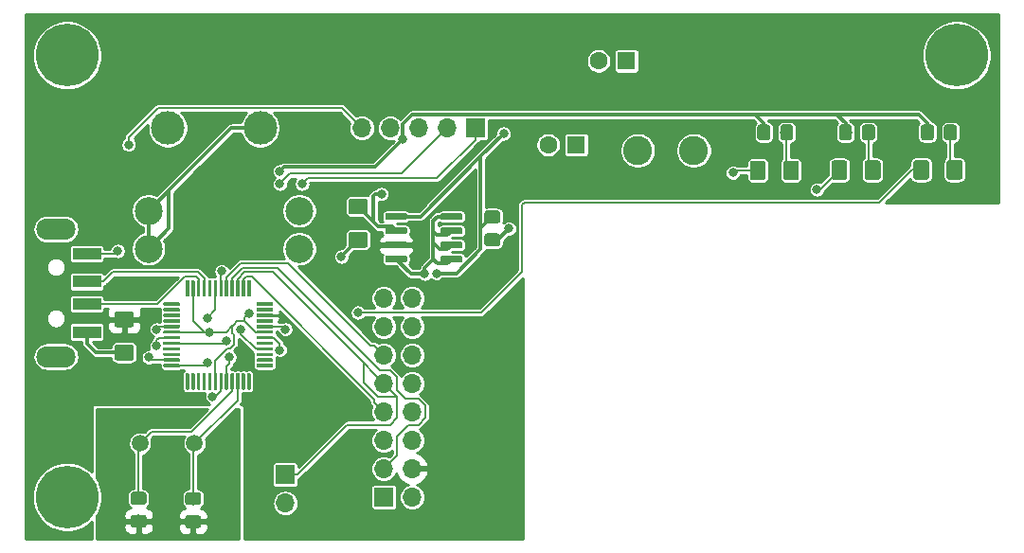
<source format=gbr>
G04 #@! TF.GenerationSoftware,KiCad,Pcbnew,(5.1.2)-1*
G04 #@! TF.CreationDate,2021-12-05T16:11:18-08:00*
G04 #@! TF.ProjectId,telemetry_receiver,74656c65-6d65-4747-9279-5f7265636569,rev?*
G04 #@! TF.SameCoordinates,Original*
G04 #@! TF.FileFunction,Copper,L1,Top*
G04 #@! TF.FilePolarity,Positive*
%FSLAX46Y46*%
G04 Gerber Fmt 4.6, Leading zero omitted, Abs format (unit mm)*
G04 Created by KiCad (PCBNEW (5.1.2)-1) date 2021-12-05 16:11:18*
%MOMM*%
%LPD*%
G04 APERTURE LIST*
%ADD10R,1.700000X1.700000*%
%ADD11O,1.700000X1.700000*%
%ADD12C,0.100000*%
%ADD13C,0.300000*%
%ADD14C,2.600000*%
%ADD15C,5.600000*%
%ADD16C,3.000000*%
%ADD17C,1.500000*%
%ADD18C,0.600000*%
%ADD19R,2.500000X1.100000*%
%ADD20O,3.500000X1.900000*%
%ADD21C,2.500000*%
%ADD22C,1.425000*%
%ADD23R,1.600000X1.600000*%
%ADD24C,1.600000*%
%ADD25C,1.150000*%
%ADD26C,0.800000*%
%ADD27C,0.304800*%
%ADD28C,0.203200*%
%ADD29C,0.254000*%
G04 APERTURE END LIST*
D10*
X121300000Y-112500000D03*
D11*
X123840000Y-112500000D03*
X121300000Y-109960000D03*
X123840000Y-109960000D03*
X121300000Y-107420000D03*
X123840000Y-107420000D03*
X121300000Y-104880000D03*
X123840000Y-104880000D03*
X121300000Y-102340000D03*
X123840000Y-102340000D03*
X121300000Y-99800000D03*
X123840000Y-99800000D03*
X121300000Y-97260000D03*
X123840000Y-97260000D03*
X121300000Y-94720000D03*
X123840000Y-94720000D03*
D12*
G36*
X109332351Y-93100361D02*
G01*
X109339632Y-93101441D01*
X109346771Y-93103229D01*
X109353701Y-93105709D01*
X109360355Y-93108856D01*
X109366668Y-93112640D01*
X109372579Y-93117024D01*
X109378033Y-93121967D01*
X109382976Y-93127421D01*
X109387360Y-93133332D01*
X109391144Y-93139645D01*
X109394291Y-93146299D01*
X109396771Y-93153229D01*
X109398559Y-93160368D01*
X109399639Y-93167649D01*
X109400000Y-93175000D01*
X109400000Y-94500000D01*
X109399639Y-94507351D01*
X109398559Y-94514632D01*
X109396771Y-94521771D01*
X109394291Y-94528701D01*
X109391144Y-94535355D01*
X109387360Y-94541668D01*
X109382976Y-94547579D01*
X109378033Y-94553033D01*
X109372579Y-94557976D01*
X109366668Y-94562360D01*
X109360355Y-94566144D01*
X109353701Y-94569291D01*
X109346771Y-94571771D01*
X109339632Y-94573559D01*
X109332351Y-94574639D01*
X109325000Y-94575000D01*
X109175000Y-94575000D01*
X109167649Y-94574639D01*
X109160368Y-94573559D01*
X109153229Y-94571771D01*
X109146299Y-94569291D01*
X109139645Y-94566144D01*
X109133332Y-94562360D01*
X109127421Y-94557976D01*
X109121967Y-94553033D01*
X109117024Y-94547579D01*
X109112640Y-94541668D01*
X109108856Y-94535355D01*
X109105709Y-94528701D01*
X109103229Y-94521771D01*
X109101441Y-94514632D01*
X109100361Y-94507351D01*
X109100000Y-94500000D01*
X109100000Y-93175000D01*
X109100361Y-93167649D01*
X109101441Y-93160368D01*
X109103229Y-93153229D01*
X109105709Y-93146299D01*
X109108856Y-93139645D01*
X109112640Y-93133332D01*
X109117024Y-93127421D01*
X109121967Y-93121967D01*
X109127421Y-93117024D01*
X109133332Y-93112640D01*
X109139645Y-93108856D01*
X109146299Y-93105709D01*
X109153229Y-93103229D01*
X109160368Y-93101441D01*
X109167649Y-93100361D01*
X109175000Y-93100000D01*
X109325000Y-93100000D01*
X109332351Y-93100361D01*
X109332351Y-93100361D01*
G37*
D13*
X109250000Y-93837500D03*
D12*
G36*
X108832351Y-93100361D02*
G01*
X108839632Y-93101441D01*
X108846771Y-93103229D01*
X108853701Y-93105709D01*
X108860355Y-93108856D01*
X108866668Y-93112640D01*
X108872579Y-93117024D01*
X108878033Y-93121967D01*
X108882976Y-93127421D01*
X108887360Y-93133332D01*
X108891144Y-93139645D01*
X108894291Y-93146299D01*
X108896771Y-93153229D01*
X108898559Y-93160368D01*
X108899639Y-93167649D01*
X108900000Y-93175000D01*
X108900000Y-94500000D01*
X108899639Y-94507351D01*
X108898559Y-94514632D01*
X108896771Y-94521771D01*
X108894291Y-94528701D01*
X108891144Y-94535355D01*
X108887360Y-94541668D01*
X108882976Y-94547579D01*
X108878033Y-94553033D01*
X108872579Y-94557976D01*
X108866668Y-94562360D01*
X108860355Y-94566144D01*
X108853701Y-94569291D01*
X108846771Y-94571771D01*
X108839632Y-94573559D01*
X108832351Y-94574639D01*
X108825000Y-94575000D01*
X108675000Y-94575000D01*
X108667649Y-94574639D01*
X108660368Y-94573559D01*
X108653229Y-94571771D01*
X108646299Y-94569291D01*
X108639645Y-94566144D01*
X108633332Y-94562360D01*
X108627421Y-94557976D01*
X108621967Y-94553033D01*
X108617024Y-94547579D01*
X108612640Y-94541668D01*
X108608856Y-94535355D01*
X108605709Y-94528701D01*
X108603229Y-94521771D01*
X108601441Y-94514632D01*
X108600361Y-94507351D01*
X108600000Y-94500000D01*
X108600000Y-93175000D01*
X108600361Y-93167649D01*
X108601441Y-93160368D01*
X108603229Y-93153229D01*
X108605709Y-93146299D01*
X108608856Y-93139645D01*
X108612640Y-93133332D01*
X108617024Y-93127421D01*
X108621967Y-93121967D01*
X108627421Y-93117024D01*
X108633332Y-93112640D01*
X108639645Y-93108856D01*
X108646299Y-93105709D01*
X108653229Y-93103229D01*
X108660368Y-93101441D01*
X108667649Y-93100361D01*
X108675000Y-93100000D01*
X108825000Y-93100000D01*
X108832351Y-93100361D01*
X108832351Y-93100361D01*
G37*
D13*
X108750000Y-93837500D03*
D12*
G36*
X108332351Y-93100361D02*
G01*
X108339632Y-93101441D01*
X108346771Y-93103229D01*
X108353701Y-93105709D01*
X108360355Y-93108856D01*
X108366668Y-93112640D01*
X108372579Y-93117024D01*
X108378033Y-93121967D01*
X108382976Y-93127421D01*
X108387360Y-93133332D01*
X108391144Y-93139645D01*
X108394291Y-93146299D01*
X108396771Y-93153229D01*
X108398559Y-93160368D01*
X108399639Y-93167649D01*
X108400000Y-93175000D01*
X108400000Y-94500000D01*
X108399639Y-94507351D01*
X108398559Y-94514632D01*
X108396771Y-94521771D01*
X108394291Y-94528701D01*
X108391144Y-94535355D01*
X108387360Y-94541668D01*
X108382976Y-94547579D01*
X108378033Y-94553033D01*
X108372579Y-94557976D01*
X108366668Y-94562360D01*
X108360355Y-94566144D01*
X108353701Y-94569291D01*
X108346771Y-94571771D01*
X108339632Y-94573559D01*
X108332351Y-94574639D01*
X108325000Y-94575000D01*
X108175000Y-94575000D01*
X108167649Y-94574639D01*
X108160368Y-94573559D01*
X108153229Y-94571771D01*
X108146299Y-94569291D01*
X108139645Y-94566144D01*
X108133332Y-94562360D01*
X108127421Y-94557976D01*
X108121967Y-94553033D01*
X108117024Y-94547579D01*
X108112640Y-94541668D01*
X108108856Y-94535355D01*
X108105709Y-94528701D01*
X108103229Y-94521771D01*
X108101441Y-94514632D01*
X108100361Y-94507351D01*
X108100000Y-94500000D01*
X108100000Y-93175000D01*
X108100361Y-93167649D01*
X108101441Y-93160368D01*
X108103229Y-93153229D01*
X108105709Y-93146299D01*
X108108856Y-93139645D01*
X108112640Y-93133332D01*
X108117024Y-93127421D01*
X108121967Y-93121967D01*
X108127421Y-93117024D01*
X108133332Y-93112640D01*
X108139645Y-93108856D01*
X108146299Y-93105709D01*
X108153229Y-93103229D01*
X108160368Y-93101441D01*
X108167649Y-93100361D01*
X108175000Y-93100000D01*
X108325000Y-93100000D01*
X108332351Y-93100361D01*
X108332351Y-93100361D01*
G37*
D13*
X108250000Y-93837500D03*
D12*
G36*
X107832351Y-93100361D02*
G01*
X107839632Y-93101441D01*
X107846771Y-93103229D01*
X107853701Y-93105709D01*
X107860355Y-93108856D01*
X107866668Y-93112640D01*
X107872579Y-93117024D01*
X107878033Y-93121967D01*
X107882976Y-93127421D01*
X107887360Y-93133332D01*
X107891144Y-93139645D01*
X107894291Y-93146299D01*
X107896771Y-93153229D01*
X107898559Y-93160368D01*
X107899639Y-93167649D01*
X107900000Y-93175000D01*
X107900000Y-94500000D01*
X107899639Y-94507351D01*
X107898559Y-94514632D01*
X107896771Y-94521771D01*
X107894291Y-94528701D01*
X107891144Y-94535355D01*
X107887360Y-94541668D01*
X107882976Y-94547579D01*
X107878033Y-94553033D01*
X107872579Y-94557976D01*
X107866668Y-94562360D01*
X107860355Y-94566144D01*
X107853701Y-94569291D01*
X107846771Y-94571771D01*
X107839632Y-94573559D01*
X107832351Y-94574639D01*
X107825000Y-94575000D01*
X107675000Y-94575000D01*
X107667649Y-94574639D01*
X107660368Y-94573559D01*
X107653229Y-94571771D01*
X107646299Y-94569291D01*
X107639645Y-94566144D01*
X107633332Y-94562360D01*
X107627421Y-94557976D01*
X107621967Y-94553033D01*
X107617024Y-94547579D01*
X107612640Y-94541668D01*
X107608856Y-94535355D01*
X107605709Y-94528701D01*
X107603229Y-94521771D01*
X107601441Y-94514632D01*
X107600361Y-94507351D01*
X107600000Y-94500000D01*
X107600000Y-93175000D01*
X107600361Y-93167649D01*
X107601441Y-93160368D01*
X107603229Y-93153229D01*
X107605709Y-93146299D01*
X107608856Y-93139645D01*
X107612640Y-93133332D01*
X107617024Y-93127421D01*
X107621967Y-93121967D01*
X107627421Y-93117024D01*
X107633332Y-93112640D01*
X107639645Y-93108856D01*
X107646299Y-93105709D01*
X107653229Y-93103229D01*
X107660368Y-93101441D01*
X107667649Y-93100361D01*
X107675000Y-93100000D01*
X107825000Y-93100000D01*
X107832351Y-93100361D01*
X107832351Y-93100361D01*
G37*
D13*
X107750000Y-93837500D03*
D12*
G36*
X107332351Y-93100361D02*
G01*
X107339632Y-93101441D01*
X107346771Y-93103229D01*
X107353701Y-93105709D01*
X107360355Y-93108856D01*
X107366668Y-93112640D01*
X107372579Y-93117024D01*
X107378033Y-93121967D01*
X107382976Y-93127421D01*
X107387360Y-93133332D01*
X107391144Y-93139645D01*
X107394291Y-93146299D01*
X107396771Y-93153229D01*
X107398559Y-93160368D01*
X107399639Y-93167649D01*
X107400000Y-93175000D01*
X107400000Y-94500000D01*
X107399639Y-94507351D01*
X107398559Y-94514632D01*
X107396771Y-94521771D01*
X107394291Y-94528701D01*
X107391144Y-94535355D01*
X107387360Y-94541668D01*
X107382976Y-94547579D01*
X107378033Y-94553033D01*
X107372579Y-94557976D01*
X107366668Y-94562360D01*
X107360355Y-94566144D01*
X107353701Y-94569291D01*
X107346771Y-94571771D01*
X107339632Y-94573559D01*
X107332351Y-94574639D01*
X107325000Y-94575000D01*
X107175000Y-94575000D01*
X107167649Y-94574639D01*
X107160368Y-94573559D01*
X107153229Y-94571771D01*
X107146299Y-94569291D01*
X107139645Y-94566144D01*
X107133332Y-94562360D01*
X107127421Y-94557976D01*
X107121967Y-94553033D01*
X107117024Y-94547579D01*
X107112640Y-94541668D01*
X107108856Y-94535355D01*
X107105709Y-94528701D01*
X107103229Y-94521771D01*
X107101441Y-94514632D01*
X107100361Y-94507351D01*
X107100000Y-94500000D01*
X107100000Y-93175000D01*
X107100361Y-93167649D01*
X107101441Y-93160368D01*
X107103229Y-93153229D01*
X107105709Y-93146299D01*
X107108856Y-93139645D01*
X107112640Y-93133332D01*
X107117024Y-93127421D01*
X107121967Y-93121967D01*
X107127421Y-93117024D01*
X107133332Y-93112640D01*
X107139645Y-93108856D01*
X107146299Y-93105709D01*
X107153229Y-93103229D01*
X107160368Y-93101441D01*
X107167649Y-93100361D01*
X107175000Y-93100000D01*
X107325000Y-93100000D01*
X107332351Y-93100361D01*
X107332351Y-93100361D01*
G37*
D13*
X107250000Y-93837500D03*
D12*
G36*
X106832351Y-93100361D02*
G01*
X106839632Y-93101441D01*
X106846771Y-93103229D01*
X106853701Y-93105709D01*
X106860355Y-93108856D01*
X106866668Y-93112640D01*
X106872579Y-93117024D01*
X106878033Y-93121967D01*
X106882976Y-93127421D01*
X106887360Y-93133332D01*
X106891144Y-93139645D01*
X106894291Y-93146299D01*
X106896771Y-93153229D01*
X106898559Y-93160368D01*
X106899639Y-93167649D01*
X106900000Y-93175000D01*
X106900000Y-94500000D01*
X106899639Y-94507351D01*
X106898559Y-94514632D01*
X106896771Y-94521771D01*
X106894291Y-94528701D01*
X106891144Y-94535355D01*
X106887360Y-94541668D01*
X106882976Y-94547579D01*
X106878033Y-94553033D01*
X106872579Y-94557976D01*
X106866668Y-94562360D01*
X106860355Y-94566144D01*
X106853701Y-94569291D01*
X106846771Y-94571771D01*
X106839632Y-94573559D01*
X106832351Y-94574639D01*
X106825000Y-94575000D01*
X106675000Y-94575000D01*
X106667649Y-94574639D01*
X106660368Y-94573559D01*
X106653229Y-94571771D01*
X106646299Y-94569291D01*
X106639645Y-94566144D01*
X106633332Y-94562360D01*
X106627421Y-94557976D01*
X106621967Y-94553033D01*
X106617024Y-94547579D01*
X106612640Y-94541668D01*
X106608856Y-94535355D01*
X106605709Y-94528701D01*
X106603229Y-94521771D01*
X106601441Y-94514632D01*
X106600361Y-94507351D01*
X106600000Y-94500000D01*
X106600000Y-93175000D01*
X106600361Y-93167649D01*
X106601441Y-93160368D01*
X106603229Y-93153229D01*
X106605709Y-93146299D01*
X106608856Y-93139645D01*
X106612640Y-93133332D01*
X106617024Y-93127421D01*
X106621967Y-93121967D01*
X106627421Y-93117024D01*
X106633332Y-93112640D01*
X106639645Y-93108856D01*
X106646299Y-93105709D01*
X106653229Y-93103229D01*
X106660368Y-93101441D01*
X106667649Y-93100361D01*
X106675000Y-93100000D01*
X106825000Y-93100000D01*
X106832351Y-93100361D01*
X106832351Y-93100361D01*
G37*
D13*
X106750000Y-93837500D03*
D12*
G36*
X106332351Y-93100361D02*
G01*
X106339632Y-93101441D01*
X106346771Y-93103229D01*
X106353701Y-93105709D01*
X106360355Y-93108856D01*
X106366668Y-93112640D01*
X106372579Y-93117024D01*
X106378033Y-93121967D01*
X106382976Y-93127421D01*
X106387360Y-93133332D01*
X106391144Y-93139645D01*
X106394291Y-93146299D01*
X106396771Y-93153229D01*
X106398559Y-93160368D01*
X106399639Y-93167649D01*
X106400000Y-93175000D01*
X106400000Y-94500000D01*
X106399639Y-94507351D01*
X106398559Y-94514632D01*
X106396771Y-94521771D01*
X106394291Y-94528701D01*
X106391144Y-94535355D01*
X106387360Y-94541668D01*
X106382976Y-94547579D01*
X106378033Y-94553033D01*
X106372579Y-94557976D01*
X106366668Y-94562360D01*
X106360355Y-94566144D01*
X106353701Y-94569291D01*
X106346771Y-94571771D01*
X106339632Y-94573559D01*
X106332351Y-94574639D01*
X106325000Y-94575000D01*
X106175000Y-94575000D01*
X106167649Y-94574639D01*
X106160368Y-94573559D01*
X106153229Y-94571771D01*
X106146299Y-94569291D01*
X106139645Y-94566144D01*
X106133332Y-94562360D01*
X106127421Y-94557976D01*
X106121967Y-94553033D01*
X106117024Y-94547579D01*
X106112640Y-94541668D01*
X106108856Y-94535355D01*
X106105709Y-94528701D01*
X106103229Y-94521771D01*
X106101441Y-94514632D01*
X106100361Y-94507351D01*
X106100000Y-94500000D01*
X106100000Y-93175000D01*
X106100361Y-93167649D01*
X106101441Y-93160368D01*
X106103229Y-93153229D01*
X106105709Y-93146299D01*
X106108856Y-93139645D01*
X106112640Y-93133332D01*
X106117024Y-93127421D01*
X106121967Y-93121967D01*
X106127421Y-93117024D01*
X106133332Y-93112640D01*
X106139645Y-93108856D01*
X106146299Y-93105709D01*
X106153229Y-93103229D01*
X106160368Y-93101441D01*
X106167649Y-93100361D01*
X106175000Y-93100000D01*
X106325000Y-93100000D01*
X106332351Y-93100361D01*
X106332351Y-93100361D01*
G37*
D13*
X106250000Y-93837500D03*
D12*
G36*
X105832351Y-93100361D02*
G01*
X105839632Y-93101441D01*
X105846771Y-93103229D01*
X105853701Y-93105709D01*
X105860355Y-93108856D01*
X105866668Y-93112640D01*
X105872579Y-93117024D01*
X105878033Y-93121967D01*
X105882976Y-93127421D01*
X105887360Y-93133332D01*
X105891144Y-93139645D01*
X105894291Y-93146299D01*
X105896771Y-93153229D01*
X105898559Y-93160368D01*
X105899639Y-93167649D01*
X105900000Y-93175000D01*
X105900000Y-94500000D01*
X105899639Y-94507351D01*
X105898559Y-94514632D01*
X105896771Y-94521771D01*
X105894291Y-94528701D01*
X105891144Y-94535355D01*
X105887360Y-94541668D01*
X105882976Y-94547579D01*
X105878033Y-94553033D01*
X105872579Y-94557976D01*
X105866668Y-94562360D01*
X105860355Y-94566144D01*
X105853701Y-94569291D01*
X105846771Y-94571771D01*
X105839632Y-94573559D01*
X105832351Y-94574639D01*
X105825000Y-94575000D01*
X105675000Y-94575000D01*
X105667649Y-94574639D01*
X105660368Y-94573559D01*
X105653229Y-94571771D01*
X105646299Y-94569291D01*
X105639645Y-94566144D01*
X105633332Y-94562360D01*
X105627421Y-94557976D01*
X105621967Y-94553033D01*
X105617024Y-94547579D01*
X105612640Y-94541668D01*
X105608856Y-94535355D01*
X105605709Y-94528701D01*
X105603229Y-94521771D01*
X105601441Y-94514632D01*
X105600361Y-94507351D01*
X105600000Y-94500000D01*
X105600000Y-93175000D01*
X105600361Y-93167649D01*
X105601441Y-93160368D01*
X105603229Y-93153229D01*
X105605709Y-93146299D01*
X105608856Y-93139645D01*
X105612640Y-93133332D01*
X105617024Y-93127421D01*
X105621967Y-93121967D01*
X105627421Y-93117024D01*
X105633332Y-93112640D01*
X105639645Y-93108856D01*
X105646299Y-93105709D01*
X105653229Y-93103229D01*
X105660368Y-93101441D01*
X105667649Y-93100361D01*
X105675000Y-93100000D01*
X105825000Y-93100000D01*
X105832351Y-93100361D01*
X105832351Y-93100361D01*
G37*
D13*
X105750000Y-93837500D03*
D12*
G36*
X105332351Y-93100361D02*
G01*
X105339632Y-93101441D01*
X105346771Y-93103229D01*
X105353701Y-93105709D01*
X105360355Y-93108856D01*
X105366668Y-93112640D01*
X105372579Y-93117024D01*
X105378033Y-93121967D01*
X105382976Y-93127421D01*
X105387360Y-93133332D01*
X105391144Y-93139645D01*
X105394291Y-93146299D01*
X105396771Y-93153229D01*
X105398559Y-93160368D01*
X105399639Y-93167649D01*
X105400000Y-93175000D01*
X105400000Y-94500000D01*
X105399639Y-94507351D01*
X105398559Y-94514632D01*
X105396771Y-94521771D01*
X105394291Y-94528701D01*
X105391144Y-94535355D01*
X105387360Y-94541668D01*
X105382976Y-94547579D01*
X105378033Y-94553033D01*
X105372579Y-94557976D01*
X105366668Y-94562360D01*
X105360355Y-94566144D01*
X105353701Y-94569291D01*
X105346771Y-94571771D01*
X105339632Y-94573559D01*
X105332351Y-94574639D01*
X105325000Y-94575000D01*
X105175000Y-94575000D01*
X105167649Y-94574639D01*
X105160368Y-94573559D01*
X105153229Y-94571771D01*
X105146299Y-94569291D01*
X105139645Y-94566144D01*
X105133332Y-94562360D01*
X105127421Y-94557976D01*
X105121967Y-94553033D01*
X105117024Y-94547579D01*
X105112640Y-94541668D01*
X105108856Y-94535355D01*
X105105709Y-94528701D01*
X105103229Y-94521771D01*
X105101441Y-94514632D01*
X105100361Y-94507351D01*
X105100000Y-94500000D01*
X105100000Y-93175000D01*
X105100361Y-93167649D01*
X105101441Y-93160368D01*
X105103229Y-93153229D01*
X105105709Y-93146299D01*
X105108856Y-93139645D01*
X105112640Y-93133332D01*
X105117024Y-93127421D01*
X105121967Y-93121967D01*
X105127421Y-93117024D01*
X105133332Y-93112640D01*
X105139645Y-93108856D01*
X105146299Y-93105709D01*
X105153229Y-93103229D01*
X105160368Y-93101441D01*
X105167649Y-93100361D01*
X105175000Y-93100000D01*
X105325000Y-93100000D01*
X105332351Y-93100361D01*
X105332351Y-93100361D01*
G37*
D13*
X105250000Y-93837500D03*
D12*
G36*
X104832351Y-93100361D02*
G01*
X104839632Y-93101441D01*
X104846771Y-93103229D01*
X104853701Y-93105709D01*
X104860355Y-93108856D01*
X104866668Y-93112640D01*
X104872579Y-93117024D01*
X104878033Y-93121967D01*
X104882976Y-93127421D01*
X104887360Y-93133332D01*
X104891144Y-93139645D01*
X104894291Y-93146299D01*
X104896771Y-93153229D01*
X104898559Y-93160368D01*
X104899639Y-93167649D01*
X104900000Y-93175000D01*
X104900000Y-94500000D01*
X104899639Y-94507351D01*
X104898559Y-94514632D01*
X104896771Y-94521771D01*
X104894291Y-94528701D01*
X104891144Y-94535355D01*
X104887360Y-94541668D01*
X104882976Y-94547579D01*
X104878033Y-94553033D01*
X104872579Y-94557976D01*
X104866668Y-94562360D01*
X104860355Y-94566144D01*
X104853701Y-94569291D01*
X104846771Y-94571771D01*
X104839632Y-94573559D01*
X104832351Y-94574639D01*
X104825000Y-94575000D01*
X104675000Y-94575000D01*
X104667649Y-94574639D01*
X104660368Y-94573559D01*
X104653229Y-94571771D01*
X104646299Y-94569291D01*
X104639645Y-94566144D01*
X104633332Y-94562360D01*
X104627421Y-94557976D01*
X104621967Y-94553033D01*
X104617024Y-94547579D01*
X104612640Y-94541668D01*
X104608856Y-94535355D01*
X104605709Y-94528701D01*
X104603229Y-94521771D01*
X104601441Y-94514632D01*
X104600361Y-94507351D01*
X104600000Y-94500000D01*
X104600000Y-93175000D01*
X104600361Y-93167649D01*
X104601441Y-93160368D01*
X104603229Y-93153229D01*
X104605709Y-93146299D01*
X104608856Y-93139645D01*
X104612640Y-93133332D01*
X104617024Y-93127421D01*
X104621967Y-93121967D01*
X104627421Y-93117024D01*
X104633332Y-93112640D01*
X104639645Y-93108856D01*
X104646299Y-93105709D01*
X104653229Y-93103229D01*
X104660368Y-93101441D01*
X104667649Y-93100361D01*
X104675000Y-93100000D01*
X104825000Y-93100000D01*
X104832351Y-93100361D01*
X104832351Y-93100361D01*
G37*
D13*
X104750000Y-93837500D03*
D12*
G36*
X104332351Y-93100361D02*
G01*
X104339632Y-93101441D01*
X104346771Y-93103229D01*
X104353701Y-93105709D01*
X104360355Y-93108856D01*
X104366668Y-93112640D01*
X104372579Y-93117024D01*
X104378033Y-93121967D01*
X104382976Y-93127421D01*
X104387360Y-93133332D01*
X104391144Y-93139645D01*
X104394291Y-93146299D01*
X104396771Y-93153229D01*
X104398559Y-93160368D01*
X104399639Y-93167649D01*
X104400000Y-93175000D01*
X104400000Y-94500000D01*
X104399639Y-94507351D01*
X104398559Y-94514632D01*
X104396771Y-94521771D01*
X104394291Y-94528701D01*
X104391144Y-94535355D01*
X104387360Y-94541668D01*
X104382976Y-94547579D01*
X104378033Y-94553033D01*
X104372579Y-94557976D01*
X104366668Y-94562360D01*
X104360355Y-94566144D01*
X104353701Y-94569291D01*
X104346771Y-94571771D01*
X104339632Y-94573559D01*
X104332351Y-94574639D01*
X104325000Y-94575000D01*
X104175000Y-94575000D01*
X104167649Y-94574639D01*
X104160368Y-94573559D01*
X104153229Y-94571771D01*
X104146299Y-94569291D01*
X104139645Y-94566144D01*
X104133332Y-94562360D01*
X104127421Y-94557976D01*
X104121967Y-94553033D01*
X104117024Y-94547579D01*
X104112640Y-94541668D01*
X104108856Y-94535355D01*
X104105709Y-94528701D01*
X104103229Y-94521771D01*
X104101441Y-94514632D01*
X104100361Y-94507351D01*
X104100000Y-94500000D01*
X104100000Y-93175000D01*
X104100361Y-93167649D01*
X104101441Y-93160368D01*
X104103229Y-93153229D01*
X104105709Y-93146299D01*
X104108856Y-93139645D01*
X104112640Y-93133332D01*
X104117024Y-93127421D01*
X104121967Y-93121967D01*
X104127421Y-93117024D01*
X104133332Y-93112640D01*
X104139645Y-93108856D01*
X104146299Y-93105709D01*
X104153229Y-93103229D01*
X104160368Y-93101441D01*
X104167649Y-93100361D01*
X104175000Y-93100000D01*
X104325000Y-93100000D01*
X104332351Y-93100361D01*
X104332351Y-93100361D01*
G37*
D13*
X104250000Y-93837500D03*
D12*
G36*
X103832351Y-93100361D02*
G01*
X103839632Y-93101441D01*
X103846771Y-93103229D01*
X103853701Y-93105709D01*
X103860355Y-93108856D01*
X103866668Y-93112640D01*
X103872579Y-93117024D01*
X103878033Y-93121967D01*
X103882976Y-93127421D01*
X103887360Y-93133332D01*
X103891144Y-93139645D01*
X103894291Y-93146299D01*
X103896771Y-93153229D01*
X103898559Y-93160368D01*
X103899639Y-93167649D01*
X103900000Y-93175000D01*
X103900000Y-94500000D01*
X103899639Y-94507351D01*
X103898559Y-94514632D01*
X103896771Y-94521771D01*
X103894291Y-94528701D01*
X103891144Y-94535355D01*
X103887360Y-94541668D01*
X103882976Y-94547579D01*
X103878033Y-94553033D01*
X103872579Y-94557976D01*
X103866668Y-94562360D01*
X103860355Y-94566144D01*
X103853701Y-94569291D01*
X103846771Y-94571771D01*
X103839632Y-94573559D01*
X103832351Y-94574639D01*
X103825000Y-94575000D01*
X103675000Y-94575000D01*
X103667649Y-94574639D01*
X103660368Y-94573559D01*
X103653229Y-94571771D01*
X103646299Y-94569291D01*
X103639645Y-94566144D01*
X103633332Y-94562360D01*
X103627421Y-94557976D01*
X103621967Y-94553033D01*
X103617024Y-94547579D01*
X103612640Y-94541668D01*
X103608856Y-94535355D01*
X103605709Y-94528701D01*
X103603229Y-94521771D01*
X103601441Y-94514632D01*
X103600361Y-94507351D01*
X103600000Y-94500000D01*
X103600000Y-93175000D01*
X103600361Y-93167649D01*
X103601441Y-93160368D01*
X103603229Y-93153229D01*
X103605709Y-93146299D01*
X103608856Y-93139645D01*
X103612640Y-93133332D01*
X103617024Y-93127421D01*
X103621967Y-93121967D01*
X103627421Y-93117024D01*
X103633332Y-93112640D01*
X103639645Y-93108856D01*
X103646299Y-93105709D01*
X103653229Y-93103229D01*
X103660368Y-93101441D01*
X103667649Y-93100361D01*
X103675000Y-93100000D01*
X103825000Y-93100000D01*
X103832351Y-93100361D01*
X103832351Y-93100361D01*
G37*
D13*
X103750000Y-93837500D03*
D12*
G36*
X103007351Y-95100361D02*
G01*
X103014632Y-95101441D01*
X103021771Y-95103229D01*
X103028701Y-95105709D01*
X103035355Y-95108856D01*
X103041668Y-95112640D01*
X103047579Y-95117024D01*
X103053033Y-95121967D01*
X103057976Y-95127421D01*
X103062360Y-95133332D01*
X103066144Y-95139645D01*
X103069291Y-95146299D01*
X103071771Y-95153229D01*
X103073559Y-95160368D01*
X103074639Y-95167649D01*
X103075000Y-95175000D01*
X103075000Y-95325000D01*
X103074639Y-95332351D01*
X103073559Y-95339632D01*
X103071771Y-95346771D01*
X103069291Y-95353701D01*
X103066144Y-95360355D01*
X103062360Y-95366668D01*
X103057976Y-95372579D01*
X103053033Y-95378033D01*
X103047579Y-95382976D01*
X103041668Y-95387360D01*
X103035355Y-95391144D01*
X103028701Y-95394291D01*
X103021771Y-95396771D01*
X103014632Y-95398559D01*
X103007351Y-95399639D01*
X103000000Y-95400000D01*
X101675000Y-95400000D01*
X101667649Y-95399639D01*
X101660368Y-95398559D01*
X101653229Y-95396771D01*
X101646299Y-95394291D01*
X101639645Y-95391144D01*
X101633332Y-95387360D01*
X101627421Y-95382976D01*
X101621967Y-95378033D01*
X101617024Y-95372579D01*
X101612640Y-95366668D01*
X101608856Y-95360355D01*
X101605709Y-95353701D01*
X101603229Y-95346771D01*
X101601441Y-95339632D01*
X101600361Y-95332351D01*
X101600000Y-95325000D01*
X101600000Y-95175000D01*
X101600361Y-95167649D01*
X101601441Y-95160368D01*
X101603229Y-95153229D01*
X101605709Y-95146299D01*
X101608856Y-95139645D01*
X101612640Y-95133332D01*
X101617024Y-95127421D01*
X101621967Y-95121967D01*
X101627421Y-95117024D01*
X101633332Y-95112640D01*
X101639645Y-95108856D01*
X101646299Y-95105709D01*
X101653229Y-95103229D01*
X101660368Y-95101441D01*
X101667649Y-95100361D01*
X101675000Y-95100000D01*
X103000000Y-95100000D01*
X103007351Y-95100361D01*
X103007351Y-95100361D01*
G37*
D13*
X102337500Y-95250000D03*
D12*
G36*
X103007351Y-95600361D02*
G01*
X103014632Y-95601441D01*
X103021771Y-95603229D01*
X103028701Y-95605709D01*
X103035355Y-95608856D01*
X103041668Y-95612640D01*
X103047579Y-95617024D01*
X103053033Y-95621967D01*
X103057976Y-95627421D01*
X103062360Y-95633332D01*
X103066144Y-95639645D01*
X103069291Y-95646299D01*
X103071771Y-95653229D01*
X103073559Y-95660368D01*
X103074639Y-95667649D01*
X103075000Y-95675000D01*
X103075000Y-95825000D01*
X103074639Y-95832351D01*
X103073559Y-95839632D01*
X103071771Y-95846771D01*
X103069291Y-95853701D01*
X103066144Y-95860355D01*
X103062360Y-95866668D01*
X103057976Y-95872579D01*
X103053033Y-95878033D01*
X103047579Y-95882976D01*
X103041668Y-95887360D01*
X103035355Y-95891144D01*
X103028701Y-95894291D01*
X103021771Y-95896771D01*
X103014632Y-95898559D01*
X103007351Y-95899639D01*
X103000000Y-95900000D01*
X101675000Y-95900000D01*
X101667649Y-95899639D01*
X101660368Y-95898559D01*
X101653229Y-95896771D01*
X101646299Y-95894291D01*
X101639645Y-95891144D01*
X101633332Y-95887360D01*
X101627421Y-95882976D01*
X101621967Y-95878033D01*
X101617024Y-95872579D01*
X101612640Y-95866668D01*
X101608856Y-95860355D01*
X101605709Y-95853701D01*
X101603229Y-95846771D01*
X101601441Y-95839632D01*
X101600361Y-95832351D01*
X101600000Y-95825000D01*
X101600000Y-95675000D01*
X101600361Y-95667649D01*
X101601441Y-95660368D01*
X101603229Y-95653229D01*
X101605709Y-95646299D01*
X101608856Y-95639645D01*
X101612640Y-95633332D01*
X101617024Y-95627421D01*
X101621967Y-95621967D01*
X101627421Y-95617024D01*
X101633332Y-95612640D01*
X101639645Y-95608856D01*
X101646299Y-95605709D01*
X101653229Y-95603229D01*
X101660368Y-95601441D01*
X101667649Y-95600361D01*
X101675000Y-95600000D01*
X103000000Y-95600000D01*
X103007351Y-95600361D01*
X103007351Y-95600361D01*
G37*
D13*
X102337500Y-95750000D03*
D12*
G36*
X103007351Y-96100361D02*
G01*
X103014632Y-96101441D01*
X103021771Y-96103229D01*
X103028701Y-96105709D01*
X103035355Y-96108856D01*
X103041668Y-96112640D01*
X103047579Y-96117024D01*
X103053033Y-96121967D01*
X103057976Y-96127421D01*
X103062360Y-96133332D01*
X103066144Y-96139645D01*
X103069291Y-96146299D01*
X103071771Y-96153229D01*
X103073559Y-96160368D01*
X103074639Y-96167649D01*
X103075000Y-96175000D01*
X103075000Y-96325000D01*
X103074639Y-96332351D01*
X103073559Y-96339632D01*
X103071771Y-96346771D01*
X103069291Y-96353701D01*
X103066144Y-96360355D01*
X103062360Y-96366668D01*
X103057976Y-96372579D01*
X103053033Y-96378033D01*
X103047579Y-96382976D01*
X103041668Y-96387360D01*
X103035355Y-96391144D01*
X103028701Y-96394291D01*
X103021771Y-96396771D01*
X103014632Y-96398559D01*
X103007351Y-96399639D01*
X103000000Y-96400000D01*
X101675000Y-96400000D01*
X101667649Y-96399639D01*
X101660368Y-96398559D01*
X101653229Y-96396771D01*
X101646299Y-96394291D01*
X101639645Y-96391144D01*
X101633332Y-96387360D01*
X101627421Y-96382976D01*
X101621967Y-96378033D01*
X101617024Y-96372579D01*
X101612640Y-96366668D01*
X101608856Y-96360355D01*
X101605709Y-96353701D01*
X101603229Y-96346771D01*
X101601441Y-96339632D01*
X101600361Y-96332351D01*
X101600000Y-96325000D01*
X101600000Y-96175000D01*
X101600361Y-96167649D01*
X101601441Y-96160368D01*
X101603229Y-96153229D01*
X101605709Y-96146299D01*
X101608856Y-96139645D01*
X101612640Y-96133332D01*
X101617024Y-96127421D01*
X101621967Y-96121967D01*
X101627421Y-96117024D01*
X101633332Y-96112640D01*
X101639645Y-96108856D01*
X101646299Y-96105709D01*
X101653229Y-96103229D01*
X101660368Y-96101441D01*
X101667649Y-96100361D01*
X101675000Y-96100000D01*
X103000000Y-96100000D01*
X103007351Y-96100361D01*
X103007351Y-96100361D01*
G37*
D13*
X102337500Y-96250000D03*
D12*
G36*
X103007351Y-96600361D02*
G01*
X103014632Y-96601441D01*
X103021771Y-96603229D01*
X103028701Y-96605709D01*
X103035355Y-96608856D01*
X103041668Y-96612640D01*
X103047579Y-96617024D01*
X103053033Y-96621967D01*
X103057976Y-96627421D01*
X103062360Y-96633332D01*
X103066144Y-96639645D01*
X103069291Y-96646299D01*
X103071771Y-96653229D01*
X103073559Y-96660368D01*
X103074639Y-96667649D01*
X103075000Y-96675000D01*
X103075000Y-96825000D01*
X103074639Y-96832351D01*
X103073559Y-96839632D01*
X103071771Y-96846771D01*
X103069291Y-96853701D01*
X103066144Y-96860355D01*
X103062360Y-96866668D01*
X103057976Y-96872579D01*
X103053033Y-96878033D01*
X103047579Y-96882976D01*
X103041668Y-96887360D01*
X103035355Y-96891144D01*
X103028701Y-96894291D01*
X103021771Y-96896771D01*
X103014632Y-96898559D01*
X103007351Y-96899639D01*
X103000000Y-96900000D01*
X101675000Y-96900000D01*
X101667649Y-96899639D01*
X101660368Y-96898559D01*
X101653229Y-96896771D01*
X101646299Y-96894291D01*
X101639645Y-96891144D01*
X101633332Y-96887360D01*
X101627421Y-96882976D01*
X101621967Y-96878033D01*
X101617024Y-96872579D01*
X101612640Y-96866668D01*
X101608856Y-96860355D01*
X101605709Y-96853701D01*
X101603229Y-96846771D01*
X101601441Y-96839632D01*
X101600361Y-96832351D01*
X101600000Y-96825000D01*
X101600000Y-96675000D01*
X101600361Y-96667649D01*
X101601441Y-96660368D01*
X101603229Y-96653229D01*
X101605709Y-96646299D01*
X101608856Y-96639645D01*
X101612640Y-96633332D01*
X101617024Y-96627421D01*
X101621967Y-96621967D01*
X101627421Y-96617024D01*
X101633332Y-96612640D01*
X101639645Y-96608856D01*
X101646299Y-96605709D01*
X101653229Y-96603229D01*
X101660368Y-96601441D01*
X101667649Y-96600361D01*
X101675000Y-96600000D01*
X103000000Y-96600000D01*
X103007351Y-96600361D01*
X103007351Y-96600361D01*
G37*
D13*
X102337500Y-96750000D03*
D12*
G36*
X103007351Y-97100361D02*
G01*
X103014632Y-97101441D01*
X103021771Y-97103229D01*
X103028701Y-97105709D01*
X103035355Y-97108856D01*
X103041668Y-97112640D01*
X103047579Y-97117024D01*
X103053033Y-97121967D01*
X103057976Y-97127421D01*
X103062360Y-97133332D01*
X103066144Y-97139645D01*
X103069291Y-97146299D01*
X103071771Y-97153229D01*
X103073559Y-97160368D01*
X103074639Y-97167649D01*
X103075000Y-97175000D01*
X103075000Y-97325000D01*
X103074639Y-97332351D01*
X103073559Y-97339632D01*
X103071771Y-97346771D01*
X103069291Y-97353701D01*
X103066144Y-97360355D01*
X103062360Y-97366668D01*
X103057976Y-97372579D01*
X103053033Y-97378033D01*
X103047579Y-97382976D01*
X103041668Y-97387360D01*
X103035355Y-97391144D01*
X103028701Y-97394291D01*
X103021771Y-97396771D01*
X103014632Y-97398559D01*
X103007351Y-97399639D01*
X103000000Y-97400000D01*
X101675000Y-97400000D01*
X101667649Y-97399639D01*
X101660368Y-97398559D01*
X101653229Y-97396771D01*
X101646299Y-97394291D01*
X101639645Y-97391144D01*
X101633332Y-97387360D01*
X101627421Y-97382976D01*
X101621967Y-97378033D01*
X101617024Y-97372579D01*
X101612640Y-97366668D01*
X101608856Y-97360355D01*
X101605709Y-97353701D01*
X101603229Y-97346771D01*
X101601441Y-97339632D01*
X101600361Y-97332351D01*
X101600000Y-97325000D01*
X101600000Y-97175000D01*
X101600361Y-97167649D01*
X101601441Y-97160368D01*
X101603229Y-97153229D01*
X101605709Y-97146299D01*
X101608856Y-97139645D01*
X101612640Y-97133332D01*
X101617024Y-97127421D01*
X101621967Y-97121967D01*
X101627421Y-97117024D01*
X101633332Y-97112640D01*
X101639645Y-97108856D01*
X101646299Y-97105709D01*
X101653229Y-97103229D01*
X101660368Y-97101441D01*
X101667649Y-97100361D01*
X101675000Y-97100000D01*
X103000000Y-97100000D01*
X103007351Y-97100361D01*
X103007351Y-97100361D01*
G37*
D13*
X102337500Y-97250000D03*
D12*
G36*
X103007351Y-97600361D02*
G01*
X103014632Y-97601441D01*
X103021771Y-97603229D01*
X103028701Y-97605709D01*
X103035355Y-97608856D01*
X103041668Y-97612640D01*
X103047579Y-97617024D01*
X103053033Y-97621967D01*
X103057976Y-97627421D01*
X103062360Y-97633332D01*
X103066144Y-97639645D01*
X103069291Y-97646299D01*
X103071771Y-97653229D01*
X103073559Y-97660368D01*
X103074639Y-97667649D01*
X103075000Y-97675000D01*
X103075000Y-97825000D01*
X103074639Y-97832351D01*
X103073559Y-97839632D01*
X103071771Y-97846771D01*
X103069291Y-97853701D01*
X103066144Y-97860355D01*
X103062360Y-97866668D01*
X103057976Y-97872579D01*
X103053033Y-97878033D01*
X103047579Y-97882976D01*
X103041668Y-97887360D01*
X103035355Y-97891144D01*
X103028701Y-97894291D01*
X103021771Y-97896771D01*
X103014632Y-97898559D01*
X103007351Y-97899639D01*
X103000000Y-97900000D01*
X101675000Y-97900000D01*
X101667649Y-97899639D01*
X101660368Y-97898559D01*
X101653229Y-97896771D01*
X101646299Y-97894291D01*
X101639645Y-97891144D01*
X101633332Y-97887360D01*
X101627421Y-97882976D01*
X101621967Y-97878033D01*
X101617024Y-97872579D01*
X101612640Y-97866668D01*
X101608856Y-97860355D01*
X101605709Y-97853701D01*
X101603229Y-97846771D01*
X101601441Y-97839632D01*
X101600361Y-97832351D01*
X101600000Y-97825000D01*
X101600000Y-97675000D01*
X101600361Y-97667649D01*
X101601441Y-97660368D01*
X101603229Y-97653229D01*
X101605709Y-97646299D01*
X101608856Y-97639645D01*
X101612640Y-97633332D01*
X101617024Y-97627421D01*
X101621967Y-97621967D01*
X101627421Y-97617024D01*
X101633332Y-97612640D01*
X101639645Y-97608856D01*
X101646299Y-97605709D01*
X101653229Y-97603229D01*
X101660368Y-97601441D01*
X101667649Y-97600361D01*
X101675000Y-97600000D01*
X103000000Y-97600000D01*
X103007351Y-97600361D01*
X103007351Y-97600361D01*
G37*
D13*
X102337500Y-97750000D03*
D12*
G36*
X103007351Y-98100361D02*
G01*
X103014632Y-98101441D01*
X103021771Y-98103229D01*
X103028701Y-98105709D01*
X103035355Y-98108856D01*
X103041668Y-98112640D01*
X103047579Y-98117024D01*
X103053033Y-98121967D01*
X103057976Y-98127421D01*
X103062360Y-98133332D01*
X103066144Y-98139645D01*
X103069291Y-98146299D01*
X103071771Y-98153229D01*
X103073559Y-98160368D01*
X103074639Y-98167649D01*
X103075000Y-98175000D01*
X103075000Y-98325000D01*
X103074639Y-98332351D01*
X103073559Y-98339632D01*
X103071771Y-98346771D01*
X103069291Y-98353701D01*
X103066144Y-98360355D01*
X103062360Y-98366668D01*
X103057976Y-98372579D01*
X103053033Y-98378033D01*
X103047579Y-98382976D01*
X103041668Y-98387360D01*
X103035355Y-98391144D01*
X103028701Y-98394291D01*
X103021771Y-98396771D01*
X103014632Y-98398559D01*
X103007351Y-98399639D01*
X103000000Y-98400000D01*
X101675000Y-98400000D01*
X101667649Y-98399639D01*
X101660368Y-98398559D01*
X101653229Y-98396771D01*
X101646299Y-98394291D01*
X101639645Y-98391144D01*
X101633332Y-98387360D01*
X101627421Y-98382976D01*
X101621967Y-98378033D01*
X101617024Y-98372579D01*
X101612640Y-98366668D01*
X101608856Y-98360355D01*
X101605709Y-98353701D01*
X101603229Y-98346771D01*
X101601441Y-98339632D01*
X101600361Y-98332351D01*
X101600000Y-98325000D01*
X101600000Y-98175000D01*
X101600361Y-98167649D01*
X101601441Y-98160368D01*
X101603229Y-98153229D01*
X101605709Y-98146299D01*
X101608856Y-98139645D01*
X101612640Y-98133332D01*
X101617024Y-98127421D01*
X101621967Y-98121967D01*
X101627421Y-98117024D01*
X101633332Y-98112640D01*
X101639645Y-98108856D01*
X101646299Y-98105709D01*
X101653229Y-98103229D01*
X101660368Y-98101441D01*
X101667649Y-98100361D01*
X101675000Y-98100000D01*
X103000000Y-98100000D01*
X103007351Y-98100361D01*
X103007351Y-98100361D01*
G37*
D13*
X102337500Y-98250000D03*
D12*
G36*
X103007351Y-98600361D02*
G01*
X103014632Y-98601441D01*
X103021771Y-98603229D01*
X103028701Y-98605709D01*
X103035355Y-98608856D01*
X103041668Y-98612640D01*
X103047579Y-98617024D01*
X103053033Y-98621967D01*
X103057976Y-98627421D01*
X103062360Y-98633332D01*
X103066144Y-98639645D01*
X103069291Y-98646299D01*
X103071771Y-98653229D01*
X103073559Y-98660368D01*
X103074639Y-98667649D01*
X103075000Y-98675000D01*
X103075000Y-98825000D01*
X103074639Y-98832351D01*
X103073559Y-98839632D01*
X103071771Y-98846771D01*
X103069291Y-98853701D01*
X103066144Y-98860355D01*
X103062360Y-98866668D01*
X103057976Y-98872579D01*
X103053033Y-98878033D01*
X103047579Y-98882976D01*
X103041668Y-98887360D01*
X103035355Y-98891144D01*
X103028701Y-98894291D01*
X103021771Y-98896771D01*
X103014632Y-98898559D01*
X103007351Y-98899639D01*
X103000000Y-98900000D01*
X101675000Y-98900000D01*
X101667649Y-98899639D01*
X101660368Y-98898559D01*
X101653229Y-98896771D01*
X101646299Y-98894291D01*
X101639645Y-98891144D01*
X101633332Y-98887360D01*
X101627421Y-98882976D01*
X101621967Y-98878033D01*
X101617024Y-98872579D01*
X101612640Y-98866668D01*
X101608856Y-98860355D01*
X101605709Y-98853701D01*
X101603229Y-98846771D01*
X101601441Y-98839632D01*
X101600361Y-98832351D01*
X101600000Y-98825000D01*
X101600000Y-98675000D01*
X101600361Y-98667649D01*
X101601441Y-98660368D01*
X101603229Y-98653229D01*
X101605709Y-98646299D01*
X101608856Y-98639645D01*
X101612640Y-98633332D01*
X101617024Y-98627421D01*
X101621967Y-98621967D01*
X101627421Y-98617024D01*
X101633332Y-98612640D01*
X101639645Y-98608856D01*
X101646299Y-98605709D01*
X101653229Y-98603229D01*
X101660368Y-98601441D01*
X101667649Y-98600361D01*
X101675000Y-98600000D01*
X103000000Y-98600000D01*
X103007351Y-98600361D01*
X103007351Y-98600361D01*
G37*
D13*
X102337500Y-98750000D03*
D12*
G36*
X103007351Y-99100361D02*
G01*
X103014632Y-99101441D01*
X103021771Y-99103229D01*
X103028701Y-99105709D01*
X103035355Y-99108856D01*
X103041668Y-99112640D01*
X103047579Y-99117024D01*
X103053033Y-99121967D01*
X103057976Y-99127421D01*
X103062360Y-99133332D01*
X103066144Y-99139645D01*
X103069291Y-99146299D01*
X103071771Y-99153229D01*
X103073559Y-99160368D01*
X103074639Y-99167649D01*
X103075000Y-99175000D01*
X103075000Y-99325000D01*
X103074639Y-99332351D01*
X103073559Y-99339632D01*
X103071771Y-99346771D01*
X103069291Y-99353701D01*
X103066144Y-99360355D01*
X103062360Y-99366668D01*
X103057976Y-99372579D01*
X103053033Y-99378033D01*
X103047579Y-99382976D01*
X103041668Y-99387360D01*
X103035355Y-99391144D01*
X103028701Y-99394291D01*
X103021771Y-99396771D01*
X103014632Y-99398559D01*
X103007351Y-99399639D01*
X103000000Y-99400000D01*
X101675000Y-99400000D01*
X101667649Y-99399639D01*
X101660368Y-99398559D01*
X101653229Y-99396771D01*
X101646299Y-99394291D01*
X101639645Y-99391144D01*
X101633332Y-99387360D01*
X101627421Y-99382976D01*
X101621967Y-99378033D01*
X101617024Y-99372579D01*
X101612640Y-99366668D01*
X101608856Y-99360355D01*
X101605709Y-99353701D01*
X101603229Y-99346771D01*
X101601441Y-99339632D01*
X101600361Y-99332351D01*
X101600000Y-99325000D01*
X101600000Y-99175000D01*
X101600361Y-99167649D01*
X101601441Y-99160368D01*
X101603229Y-99153229D01*
X101605709Y-99146299D01*
X101608856Y-99139645D01*
X101612640Y-99133332D01*
X101617024Y-99127421D01*
X101621967Y-99121967D01*
X101627421Y-99117024D01*
X101633332Y-99112640D01*
X101639645Y-99108856D01*
X101646299Y-99105709D01*
X101653229Y-99103229D01*
X101660368Y-99101441D01*
X101667649Y-99100361D01*
X101675000Y-99100000D01*
X103000000Y-99100000D01*
X103007351Y-99100361D01*
X103007351Y-99100361D01*
G37*
D13*
X102337500Y-99250000D03*
D12*
G36*
X103007351Y-99600361D02*
G01*
X103014632Y-99601441D01*
X103021771Y-99603229D01*
X103028701Y-99605709D01*
X103035355Y-99608856D01*
X103041668Y-99612640D01*
X103047579Y-99617024D01*
X103053033Y-99621967D01*
X103057976Y-99627421D01*
X103062360Y-99633332D01*
X103066144Y-99639645D01*
X103069291Y-99646299D01*
X103071771Y-99653229D01*
X103073559Y-99660368D01*
X103074639Y-99667649D01*
X103075000Y-99675000D01*
X103075000Y-99825000D01*
X103074639Y-99832351D01*
X103073559Y-99839632D01*
X103071771Y-99846771D01*
X103069291Y-99853701D01*
X103066144Y-99860355D01*
X103062360Y-99866668D01*
X103057976Y-99872579D01*
X103053033Y-99878033D01*
X103047579Y-99882976D01*
X103041668Y-99887360D01*
X103035355Y-99891144D01*
X103028701Y-99894291D01*
X103021771Y-99896771D01*
X103014632Y-99898559D01*
X103007351Y-99899639D01*
X103000000Y-99900000D01*
X101675000Y-99900000D01*
X101667649Y-99899639D01*
X101660368Y-99898559D01*
X101653229Y-99896771D01*
X101646299Y-99894291D01*
X101639645Y-99891144D01*
X101633332Y-99887360D01*
X101627421Y-99882976D01*
X101621967Y-99878033D01*
X101617024Y-99872579D01*
X101612640Y-99866668D01*
X101608856Y-99860355D01*
X101605709Y-99853701D01*
X101603229Y-99846771D01*
X101601441Y-99839632D01*
X101600361Y-99832351D01*
X101600000Y-99825000D01*
X101600000Y-99675000D01*
X101600361Y-99667649D01*
X101601441Y-99660368D01*
X101603229Y-99653229D01*
X101605709Y-99646299D01*
X101608856Y-99639645D01*
X101612640Y-99633332D01*
X101617024Y-99627421D01*
X101621967Y-99621967D01*
X101627421Y-99617024D01*
X101633332Y-99612640D01*
X101639645Y-99608856D01*
X101646299Y-99605709D01*
X101653229Y-99603229D01*
X101660368Y-99601441D01*
X101667649Y-99600361D01*
X101675000Y-99600000D01*
X103000000Y-99600000D01*
X103007351Y-99600361D01*
X103007351Y-99600361D01*
G37*
D13*
X102337500Y-99750000D03*
D12*
G36*
X103007351Y-100100361D02*
G01*
X103014632Y-100101441D01*
X103021771Y-100103229D01*
X103028701Y-100105709D01*
X103035355Y-100108856D01*
X103041668Y-100112640D01*
X103047579Y-100117024D01*
X103053033Y-100121967D01*
X103057976Y-100127421D01*
X103062360Y-100133332D01*
X103066144Y-100139645D01*
X103069291Y-100146299D01*
X103071771Y-100153229D01*
X103073559Y-100160368D01*
X103074639Y-100167649D01*
X103075000Y-100175000D01*
X103075000Y-100325000D01*
X103074639Y-100332351D01*
X103073559Y-100339632D01*
X103071771Y-100346771D01*
X103069291Y-100353701D01*
X103066144Y-100360355D01*
X103062360Y-100366668D01*
X103057976Y-100372579D01*
X103053033Y-100378033D01*
X103047579Y-100382976D01*
X103041668Y-100387360D01*
X103035355Y-100391144D01*
X103028701Y-100394291D01*
X103021771Y-100396771D01*
X103014632Y-100398559D01*
X103007351Y-100399639D01*
X103000000Y-100400000D01*
X101675000Y-100400000D01*
X101667649Y-100399639D01*
X101660368Y-100398559D01*
X101653229Y-100396771D01*
X101646299Y-100394291D01*
X101639645Y-100391144D01*
X101633332Y-100387360D01*
X101627421Y-100382976D01*
X101621967Y-100378033D01*
X101617024Y-100372579D01*
X101612640Y-100366668D01*
X101608856Y-100360355D01*
X101605709Y-100353701D01*
X101603229Y-100346771D01*
X101601441Y-100339632D01*
X101600361Y-100332351D01*
X101600000Y-100325000D01*
X101600000Y-100175000D01*
X101600361Y-100167649D01*
X101601441Y-100160368D01*
X101603229Y-100153229D01*
X101605709Y-100146299D01*
X101608856Y-100139645D01*
X101612640Y-100133332D01*
X101617024Y-100127421D01*
X101621967Y-100121967D01*
X101627421Y-100117024D01*
X101633332Y-100112640D01*
X101639645Y-100108856D01*
X101646299Y-100105709D01*
X101653229Y-100103229D01*
X101660368Y-100101441D01*
X101667649Y-100100361D01*
X101675000Y-100100000D01*
X103000000Y-100100000D01*
X103007351Y-100100361D01*
X103007351Y-100100361D01*
G37*
D13*
X102337500Y-100250000D03*
D12*
G36*
X103007351Y-100600361D02*
G01*
X103014632Y-100601441D01*
X103021771Y-100603229D01*
X103028701Y-100605709D01*
X103035355Y-100608856D01*
X103041668Y-100612640D01*
X103047579Y-100617024D01*
X103053033Y-100621967D01*
X103057976Y-100627421D01*
X103062360Y-100633332D01*
X103066144Y-100639645D01*
X103069291Y-100646299D01*
X103071771Y-100653229D01*
X103073559Y-100660368D01*
X103074639Y-100667649D01*
X103075000Y-100675000D01*
X103075000Y-100825000D01*
X103074639Y-100832351D01*
X103073559Y-100839632D01*
X103071771Y-100846771D01*
X103069291Y-100853701D01*
X103066144Y-100860355D01*
X103062360Y-100866668D01*
X103057976Y-100872579D01*
X103053033Y-100878033D01*
X103047579Y-100882976D01*
X103041668Y-100887360D01*
X103035355Y-100891144D01*
X103028701Y-100894291D01*
X103021771Y-100896771D01*
X103014632Y-100898559D01*
X103007351Y-100899639D01*
X103000000Y-100900000D01*
X101675000Y-100900000D01*
X101667649Y-100899639D01*
X101660368Y-100898559D01*
X101653229Y-100896771D01*
X101646299Y-100894291D01*
X101639645Y-100891144D01*
X101633332Y-100887360D01*
X101627421Y-100882976D01*
X101621967Y-100878033D01*
X101617024Y-100872579D01*
X101612640Y-100866668D01*
X101608856Y-100860355D01*
X101605709Y-100853701D01*
X101603229Y-100846771D01*
X101601441Y-100839632D01*
X101600361Y-100832351D01*
X101600000Y-100825000D01*
X101600000Y-100675000D01*
X101600361Y-100667649D01*
X101601441Y-100660368D01*
X101603229Y-100653229D01*
X101605709Y-100646299D01*
X101608856Y-100639645D01*
X101612640Y-100633332D01*
X101617024Y-100627421D01*
X101621967Y-100621967D01*
X101627421Y-100617024D01*
X101633332Y-100612640D01*
X101639645Y-100608856D01*
X101646299Y-100605709D01*
X101653229Y-100603229D01*
X101660368Y-100601441D01*
X101667649Y-100600361D01*
X101675000Y-100600000D01*
X103000000Y-100600000D01*
X103007351Y-100600361D01*
X103007351Y-100600361D01*
G37*
D13*
X102337500Y-100750000D03*
D12*
G36*
X103832351Y-101425361D02*
G01*
X103839632Y-101426441D01*
X103846771Y-101428229D01*
X103853701Y-101430709D01*
X103860355Y-101433856D01*
X103866668Y-101437640D01*
X103872579Y-101442024D01*
X103878033Y-101446967D01*
X103882976Y-101452421D01*
X103887360Y-101458332D01*
X103891144Y-101464645D01*
X103894291Y-101471299D01*
X103896771Y-101478229D01*
X103898559Y-101485368D01*
X103899639Y-101492649D01*
X103900000Y-101500000D01*
X103900000Y-102825000D01*
X103899639Y-102832351D01*
X103898559Y-102839632D01*
X103896771Y-102846771D01*
X103894291Y-102853701D01*
X103891144Y-102860355D01*
X103887360Y-102866668D01*
X103882976Y-102872579D01*
X103878033Y-102878033D01*
X103872579Y-102882976D01*
X103866668Y-102887360D01*
X103860355Y-102891144D01*
X103853701Y-102894291D01*
X103846771Y-102896771D01*
X103839632Y-102898559D01*
X103832351Y-102899639D01*
X103825000Y-102900000D01*
X103675000Y-102900000D01*
X103667649Y-102899639D01*
X103660368Y-102898559D01*
X103653229Y-102896771D01*
X103646299Y-102894291D01*
X103639645Y-102891144D01*
X103633332Y-102887360D01*
X103627421Y-102882976D01*
X103621967Y-102878033D01*
X103617024Y-102872579D01*
X103612640Y-102866668D01*
X103608856Y-102860355D01*
X103605709Y-102853701D01*
X103603229Y-102846771D01*
X103601441Y-102839632D01*
X103600361Y-102832351D01*
X103600000Y-102825000D01*
X103600000Y-101500000D01*
X103600361Y-101492649D01*
X103601441Y-101485368D01*
X103603229Y-101478229D01*
X103605709Y-101471299D01*
X103608856Y-101464645D01*
X103612640Y-101458332D01*
X103617024Y-101452421D01*
X103621967Y-101446967D01*
X103627421Y-101442024D01*
X103633332Y-101437640D01*
X103639645Y-101433856D01*
X103646299Y-101430709D01*
X103653229Y-101428229D01*
X103660368Y-101426441D01*
X103667649Y-101425361D01*
X103675000Y-101425000D01*
X103825000Y-101425000D01*
X103832351Y-101425361D01*
X103832351Y-101425361D01*
G37*
D13*
X103750000Y-102162500D03*
D12*
G36*
X104332351Y-101425361D02*
G01*
X104339632Y-101426441D01*
X104346771Y-101428229D01*
X104353701Y-101430709D01*
X104360355Y-101433856D01*
X104366668Y-101437640D01*
X104372579Y-101442024D01*
X104378033Y-101446967D01*
X104382976Y-101452421D01*
X104387360Y-101458332D01*
X104391144Y-101464645D01*
X104394291Y-101471299D01*
X104396771Y-101478229D01*
X104398559Y-101485368D01*
X104399639Y-101492649D01*
X104400000Y-101500000D01*
X104400000Y-102825000D01*
X104399639Y-102832351D01*
X104398559Y-102839632D01*
X104396771Y-102846771D01*
X104394291Y-102853701D01*
X104391144Y-102860355D01*
X104387360Y-102866668D01*
X104382976Y-102872579D01*
X104378033Y-102878033D01*
X104372579Y-102882976D01*
X104366668Y-102887360D01*
X104360355Y-102891144D01*
X104353701Y-102894291D01*
X104346771Y-102896771D01*
X104339632Y-102898559D01*
X104332351Y-102899639D01*
X104325000Y-102900000D01*
X104175000Y-102900000D01*
X104167649Y-102899639D01*
X104160368Y-102898559D01*
X104153229Y-102896771D01*
X104146299Y-102894291D01*
X104139645Y-102891144D01*
X104133332Y-102887360D01*
X104127421Y-102882976D01*
X104121967Y-102878033D01*
X104117024Y-102872579D01*
X104112640Y-102866668D01*
X104108856Y-102860355D01*
X104105709Y-102853701D01*
X104103229Y-102846771D01*
X104101441Y-102839632D01*
X104100361Y-102832351D01*
X104100000Y-102825000D01*
X104100000Y-101500000D01*
X104100361Y-101492649D01*
X104101441Y-101485368D01*
X104103229Y-101478229D01*
X104105709Y-101471299D01*
X104108856Y-101464645D01*
X104112640Y-101458332D01*
X104117024Y-101452421D01*
X104121967Y-101446967D01*
X104127421Y-101442024D01*
X104133332Y-101437640D01*
X104139645Y-101433856D01*
X104146299Y-101430709D01*
X104153229Y-101428229D01*
X104160368Y-101426441D01*
X104167649Y-101425361D01*
X104175000Y-101425000D01*
X104325000Y-101425000D01*
X104332351Y-101425361D01*
X104332351Y-101425361D01*
G37*
D13*
X104250000Y-102162500D03*
D12*
G36*
X104832351Y-101425361D02*
G01*
X104839632Y-101426441D01*
X104846771Y-101428229D01*
X104853701Y-101430709D01*
X104860355Y-101433856D01*
X104866668Y-101437640D01*
X104872579Y-101442024D01*
X104878033Y-101446967D01*
X104882976Y-101452421D01*
X104887360Y-101458332D01*
X104891144Y-101464645D01*
X104894291Y-101471299D01*
X104896771Y-101478229D01*
X104898559Y-101485368D01*
X104899639Y-101492649D01*
X104900000Y-101500000D01*
X104900000Y-102825000D01*
X104899639Y-102832351D01*
X104898559Y-102839632D01*
X104896771Y-102846771D01*
X104894291Y-102853701D01*
X104891144Y-102860355D01*
X104887360Y-102866668D01*
X104882976Y-102872579D01*
X104878033Y-102878033D01*
X104872579Y-102882976D01*
X104866668Y-102887360D01*
X104860355Y-102891144D01*
X104853701Y-102894291D01*
X104846771Y-102896771D01*
X104839632Y-102898559D01*
X104832351Y-102899639D01*
X104825000Y-102900000D01*
X104675000Y-102900000D01*
X104667649Y-102899639D01*
X104660368Y-102898559D01*
X104653229Y-102896771D01*
X104646299Y-102894291D01*
X104639645Y-102891144D01*
X104633332Y-102887360D01*
X104627421Y-102882976D01*
X104621967Y-102878033D01*
X104617024Y-102872579D01*
X104612640Y-102866668D01*
X104608856Y-102860355D01*
X104605709Y-102853701D01*
X104603229Y-102846771D01*
X104601441Y-102839632D01*
X104600361Y-102832351D01*
X104600000Y-102825000D01*
X104600000Y-101500000D01*
X104600361Y-101492649D01*
X104601441Y-101485368D01*
X104603229Y-101478229D01*
X104605709Y-101471299D01*
X104608856Y-101464645D01*
X104612640Y-101458332D01*
X104617024Y-101452421D01*
X104621967Y-101446967D01*
X104627421Y-101442024D01*
X104633332Y-101437640D01*
X104639645Y-101433856D01*
X104646299Y-101430709D01*
X104653229Y-101428229D01*
X104660368Y-101426441D01*
X104667649Y-101425361D01*
X104675000Y-101425000D01*
X104825000Y-101425000D01*
X104832351Y-101425361D01*
X104832351Y-101425361D01*
G37*
D13*
X104750000Y-102162500D03*
D12*
G36*
X105332351Y-101425361D02*
G01*
X105339632Y-101426441D01*
X105346771Y-101428229D01*
X105353701Y-101430709D01*
X105360355Y-101433856D01*
X105366668Y-101437640D01*
X105372579Y-101442024D01*
X105378033Y-101446967D01*
X105382976Y-101452421D01*
X105387360Y-101458332D01*
X105391144Y-101464645D01*
X105394291Y-101471299D01*
X105396771Y-101478229D01*
X105398559Y-101485368D01*
X105399639Y-101492649D01*
X105400000Y-101500000D01*
X105400000Y-102825000D01*
X105399639Y-102832351D01*
X105398559Y-102839632D01*
X105396771Y-102846771D01*
X105394291Y-102853701D01*
X105391144Y-102860355D01*
X105387360Y-102866668D01*
X105382976Y-102872579D01*
X105378033Y-102878033D01*
X105372579Y-102882976D01*
X105366668Y-102887360D01*
X105360355Y-102891144D01*
X105353701Y-102894291D01*
X105346771Y-102896771D01*
X105339632Y-102898559D01*
X105332351Y-102899639D01*
X105325000Y-102900000D01*
X105175000Y-102900000D01*
X105167649Y-102899639D01*
X105160368Y-102898559D01*
X105153229Y-102896771D01*
X105146299Y-102894291D01*
X105139645Y-102891144D01*
X105133332Y-102887360D01*
X105127421Y-102882976D01*
X105121967Y-102878033D01*
X105117024Y-102872579D01*
X105112640Y-102866668D01*
X105108856Y-102860355D01*
X105105709Y-102853701D01*
X105103229Y-102846771D01*
X105101441Y-102839632D01*
X105100361Y-102832351D01*
X105100000Y-102825000D01*
X105100000Y-101500000D01*
X105100361Y-101492649D01*
X105101441Y-101485368D01*
X105103229Y-101478229D01*
X105105709Y-101471299D01*
X105108856Y-101464645D01*
X105112640Y-101458332D01*
X105117024Y-101452421D01*
X105121967Y-101446967D01*
X105127421Y-101442024D01*
X105133332Y-101437640D01*
X105139645Y-101433856D01*
X105146299Y-101430709D01*
X105153229Y-101428229D01*
X105160368Y-101426441D01*
X105167649Y-101425361D01*
X105175000Y-101425000D01*
X105325000Y-101425000D01*
X105332351Y-101425361D01*
X105332351Y-101425361D01*
G37*
D13*
X105250000Y-102162500D03*
D12*
G36*
X105832351Y-101425361D02*
G01*
X105839632Y-101426441D01*
X105846771Y-101428229D01*
X105853701Y-101430709D01*
X105860355Y-101433856D01*
X105866668Y-101437640D01*
X105872579Y-101442024D01*
X105878033Y-101446967D01*
X105882976Y-101452421D01*
X105887360Y-101458332D01*
X105891144Y-101464645D01*
X105894291Y-101471299D01*
X105896771Y-101478229D01*
X105898559Y-101485368D01*
X105899639Y-101492649D01*
X105900000Y-101500000D01*
X105900000Y-102825000D01*
X105899639Y-102832351D01*
X105898559Y-102839632D01*
X105896771Y-102846771D01*
X105894291Y-102853701D01*
X105891144Y-102860355D01*
X105887360Y-102866668D01*
X105882976Y-102872579D01*
X105878033Y-102878033D01*
X105872579Y-102882976D01*
X105866668Y-102887360D01*
X105860355Y-102891144D01*
X105853701Y-102894291D01*
X105846771Y-102896771D01*
X105839632Y-102898559D01*
X105832351Y-102899639D01*
X105825000Y-102900000D01*
X105675000Y-102900000D01*
X105667649Y-102899639D01*
X105660368Y-102898559D01*
X105653229Y-102896771D01*
X105646299Y-102894291D01*
X105639645Y-102891144D01*
X105633332Y-102887360D01*
X105627421Y-102882976D01*
X105621967Y-102878033D01*
X105617024Y-102872579D01*
X105612640Y-102866668D01*
X105608856Y-102860355D01*
X105605709Y-102853701D01*
X105603229Y-102846771D01*
X105601441Y-102839632D01*
X105600361Y-102832351D01*
X105600000Y-102825000D01*
X105600000Y-101500000D01*
X105600361Y-101492649D01*
X105601441Y-101485368D01*
X105603229Y-101478229D01*
X105605709Y-101471299D01*
X105608856Y-101464645D01*
X105612640Y-101458332D01*
X105617024Y-101452421D01*
X105621967Y-101446967D01*
X105627421Y-101442024D01*
X105633332Y-101437640D01*
X105639645Y-101433856D01*
X105646299Y-101430709D01*
X105653229Y-101428229D01*
X105660368Y-101426441D01*
X105667649Y-101425361D01*
X105675000Y-101425000D01*
X105825000Y-101425000D01*
X105832351Y-101425361D01*
X105832351Y-101425361D01*
G37*
D13*
X105750000Y-102162500D03*
D12*
G36*
X106332351Y-101425361D02*
G01*
X106339632Y-101426441D01*
X106346771Y-101428229D01*
X106353701Y-101430709D01*
X106360355Y-101433856D01*
X106366668Y-101437640D01*
X106372579Y-101442024D01*
X106378033Y-101446967D01*
X106382976Y-101452421D01*
X106387360Y-101458332D01*
X106391144Y-101464645D01*
X106394291Y-101471299D01*
X106396771Y-101478229D01*
X106398559Y-101485368D01*
X106399639Y-101492649D01*
X106400000Y-101500000D01*
X106400000Y-102825000D01*
X106399639Y-102832351D01*
X106398559Y-102839632D01*
X106396771Y-102846771D01*
X106394291Y-102853701D01*
X106391144Y-102860355D01*
X106387360Y-102866668D01*
X106382976Y-102872579D01*
X106378033Y-102878033D01*
X106372579Y-102882976D01*
X106366668Y-102887360D01*
X106360355Y-102891144D01*
X106353701Y-102894291D01*
X106346771Y-102896771D01*
X106339632Y-102898559D01*
X106332351Y-102899639D01*
X106325000Y-102900000D01*
X106175000Y-102900000D01*
X106167649Y-102899639D01*
X106160368Y-102898559D01*
X106153229Y-102896771D01*
X106146299Y-102894291D01*
X106139645Y-102891144D01*
X106133332Y-102887360D01*
X106127421Y-102882976D01*
X106121967Y-102878033D01*
X106117024Y-102872579D01*
X106112640Y-102866668D01*
X106108856Y-102860355D01*
X106105709Y-102853701D01*
X106103229Y-102846771D01*
X106101441Y-102839632D01*
X106100361Y-102832351D01*
X106100000Y-102825000D01*
X106100000Y-101500000D01*
X106100361Y-101492649D01*
X106101441Y-101485368D01*
X106103229Y-101478229D01*
X106105709Y-101471299D01*
X106108856Y-101464645D01*
X106112640Y-101458332D01*
X106117024Y-101452421D01*
X106121967Y-101446967D01*
X106127421Y-101442024D01*
X106133332Y-101437640D01*
X106139645Y-101433856D01*
X106146299Y-101430709D01*
X106153229Y-101428229D01*
X106160368Y-101426441D01*
X106167649Y-101425361D01*
X106175000Y-101425000D01*
X106325000Y-101425000D01*
X106332351Y-101425361D01*
X106332351Y-101425361D01*
G37*
D13*
X106250000Y-102162500D03*
D12*
G36*
X106832351Y-101425361D02*
G01*
X106839632Y-101426441D01*
X106846771Y-101428229D01*
X106853701Y-101430709D01*
X106860355Y-101433856D01*
X106866668Y-101437640D01*
X106872579Y-101442024D01*
X106878033Y-101446967D01*
X106882976Y-101452421D01*
X106887360Y-101458332D01*
X106891144Y-101464645D01*
X106894291Y-101471299D01*
X106896771Y-101478229D01*
X106898559Y-101485368D01*
X106899639Y-101492649D01*
X106900000Y-101500000D01*
X106900000Y-102825000D01*
X106899639Y-102832351D01*
X106898559Y-102839632D01*
X106896771Y-102846771D01*
X106894291Y-102853701D01*
X106891144Y-102860355D01*
X106887360Y-102866668D01*
X106882976Y-102872579D01*
X106878033Y-102878033D01*
X106872579Y-102882976D01*
X106866668Y-102887360D01*
X106860355Y-102891144D01*
X106853701Y-102894291D01*
X106846771Y-102896771D01*
X106839632Y-102898559D01*
X106832351Y-102899639D01*
X106825000Y-102900000D01*
X106675000Y-102900000D01*
X106667649Y-102899639D01*
X106660368Y-102898559D01*
X106653229Y-102896771D01*
X106646299Y-102894291D01*
X106639645Y-102891144D01*
X106633332Y-102887360D01*
X106627421Y-102882976D01*
X106621967Y-102878033D01*
X106617024Y-102872579D01*
X106612640Y-102866668D01*
X106608856Y-102860355D01*
X106605709Y-102853701D01*
X106603229Y-102846771D01*
X106601441Y-102839632D01*
X106600361Y-102832351D01*
X106600000Y-102825000D01*
X106600000Y-101500000D01*
X106600361Y-101492649D01*
X106601441Y-101485368D01*
X106603229Y-101478229D01*
X106605709Y-101471299D01*
X106608856Y-101464645D01*
X106612640Y-101458332D01*
X106617024Y-101452421D01*
X106621967Y-101446967D01*
X106627421Y-101442024D01*
X106633332Y-101437640D01*
X106639645Y-101433856D01*
X106646299Y-101430709D01*
X106653229Y-101428229D01*
X106660368Y-101426441D01*
X106667649Y-101425361D01*
X106675000Y-101425000D01*
X106825000Y-101425000D01*
X106832351Y-101425361D01*
X106832351Y-101425361D01*
G37*
D13*
X106750000Y-102162500D03*
D12*
G36*
X107332351Y-101425361D02*
G01*
X107339632Y-101426441D01*
X107346771Y-101428229D01*
X107353701Y-101430709D01*
X107360355Y-101433856D01*
X107366668Y-101437640D01*
X107372579Y-101442024D01*
X107378033Y-101446967D01*
X107382976Y-101452421D01*
X107387360Y-101458332D01*
X107391144Y-101464645D01*
X107394291Y-101471299D01*
X107396771Y-101478229D01*
X107398559Y-101485368D01*
X107399639Y-101492649D01*
X107400000Y-101500000D01*
X107400000Y-102825000D01*
X107399639Y-102832351D01*
X107398559Y-102839632D01*
X107396771Y-102846771D01*
X107394291Y-102853701D01*
X107391144Y-102860355D01*
X107387360Y-102866668D01*
X107382976Y-102872579D01*
X107378033Y-102878033D01*
X107372579Y-102882976D01*
X107366668Y-102887360D01*
X107360355Y-102891144D01*
X107353701Y-102894291D01*
X107346771Y-102896771D01*
X107339632Y-102898559D01*
X107332351Y-102899639D01*
X107325000Y-102900000D01*
X107175000Y-102900000D01*
X107167649Y-102899639D01*
X107160368Y-102898559D01*
X107153229Y-102896771D01*
X107146299Y-102894291D01*
X107139645Y-102891144D01*
X107133332Y-102887360D01*
X107127421Y-102882976D01*
X107121967Y-102878033D01*
X107117024Y-102872579D01*
X107112640Y-102866668D01*
X107108856Y-102860355D01*
X107105709Y-102853701D01*
X107103229Y-102846771D01*
X107101441Y-102839632D01*
X107100361Y-102832351D01*
X107100000Y-102825000D01*
X107100000Y-101500000D01*
X107100361Y-101492649D01*
X107101441Y-101485368D01*
X107103229Y-101478229D01*
X107105709Y-101471299D01*
X107108856Y-101464645D01*
X107112640Y-101458332D01*
X107117024Y-101452421D01*
X107121967Y-101446967D01*
X107127421Y-101442024D01*
X107133332Y-101437640D01*
X107139645Y-101433856D01*
X107146299Y-101430709D01*
X107153229Y-101428229D01*
X107160368Y-101426441D01*
X107167649Y-101425361D01*
X107175000Y-101425000D01*
X107325000Y-101425000D01*
X107332351Y-101425361D01*
X107332351Y-101425361D01*
G37*
D13*
X107250000Y-102162500D03*
D12*
G36*
X107832351Y-101425361D02*
G01*
X107839632Y-101426441D01*
X107846771Y-101428229D01*
X107853701Y-101430709D01*
X107860355Y-101433856D01*
X107866668Y-101437640D01*
X107872579Y-101442024D01*
X107878033Y-101446967D01*
X107882976Y-101452421D01*
X107887360Y-101458332D01*
X107891144Y-101464645D01*
X107894291Y-101471299D01*
X107896771Y-101478229D01*
X107898559Y-101485368D01*
X107899639Y-101492649D01*
X107900000Y-101500000D01*
X107900000Y-102825000D01*
X107899639Y-102832351D01*
X107898559Y-102839632D01*
X107896771Y-102846771D01*
X107894291Y-102853701D01*
X107891144Y-102860355D01*
X107887360Y-102866668D01*
X107882976Y-102872579D01*
X107878033Y-102878033D01*
X107872579Y-102882976D01*
X107866668Y-102887360D01*
X107860355Y-102891144D01*
X107853701Y-102894291D01*
X107846771Y-102896771D01*
X107839632Y-102898559D01*
X107832351Y-102899639D01*
X107825000Y-102900000D01*
X107675000Y-102900000D01*
X107667649Y-102899639D01*
X107660368Y-102898559D01*
X107653229Y-102896771D01*
X107646299Y-102894291D01*
X107639645Y-102891144D01*
X107633332Y-102887360D01*
X107627421Y-102882976D01*
X107621967Y-102878033D01*
X107617024Y-102872579D01*
X107612640Y-102866668D01*
X107608856Y-102860355D01*
X107605709Y-102853701D01*
X107603229Y-102846771D01*
X107601441Y-102839632D01*
X107600361Y-102832351D01*
X107600000Y-102825000D01*
X107600000Y-101500000D01*
X107600361Y-101492649D01*
X107601441Y-101485368D01*
X107603229Y-101478229D01*
X107605709Y-101471299D01*
X107608856Y-101464645D01*
X107612640Y-101458332D01*
X107617024Y-101452421D01*
X107621967Y-101446967D01*
X107627421Y-101442024D01*
X107633332Y-101437640D01*
X107639645Y-101433856D01*
X107646299Y-101430709D01*
X107653229Y-101428229D01*
X107660368Y-101426441D01*
X107667649Y-101425361D01*
X107675000Y-101425000D01*
X107825000Y-101425000D01*
X107832351Y-101425361D01*
X107832351Y-101425361D01*
G37*
D13*
X107750000Y-102162500D03*
D12*
G36*
X108332351Y-101425361D02*
G01*
X108339632Y-101426441D01*
X108346771Y-101428229D01*
X108353701Y-101430709D01*
X108360355Y-101433856D01*
X108366668Y-101437640D01*
X108372579Y-101442024D01*
X108378033Y-101446967D01*
X108382976Y-101452421D01*
X108387360Y-101458332D01*
X108391144Y-101464645D01*
X108394291Y-101471299D01*
X108396771Y-101478229D01*
X108398559Y-101485368D01*
X108399639Y-101492649D01*
X108400000Y-101500000D01*
X108400000Y-102825000D01*
X108399639Y-102832351D01*
X108398559Y-102839632D01*
X108396771Y-102846771D01*
X108394291Y-102853701D01*
X108391144Y-102860355D01*
X108387360Y-102866668D01*
X108382976Y-102872579D01*
X108378033Y-102878033D01*
X108372579Y-102882976D01*
X108366668Y-102887360D01*
X108360355Y-102891144D01*
X108353701Y-102894291D01*
X108346771Y-102896771D01*
X108339632Y-102898559D01*
X108332351Y-102899639D01*
X108325000Y-102900000D01*
X108175000Y-102900000D01*
X108167649Y-102899639D01*
X108160368Y-102898559D01*
X108153229Y-102896771D01*
X108146299Y-102894291D01*
X108139645Y-102891144D01*
X108133332Y-102887360D01*
X108127421Y-102882976D01*
X108121967Y-102878033D01*
X108117024Y-102872579D01*
X108112640Y-102866668D01*
X108108856Y-102860355D01*
X108105709Y-102853701D01*
X108103229Y-102846771D01*
X108101441Y-102839632D01*
X108100361Y-102832351D01*
X108100000Y-102825000D01*
X108100000Y-101500000D01*
X108100361Y-101492649D01*
X108101441Y-101485368D01*
X108103229Y-101478229D01*
X108105709Y-101471299D01*
X108108856Y-101464645D01*
X108112640Y-101458332D01*
X108117024Y-101452421D01*
X108121967Y-101446967D01*
X108127421Y-101442024D01*
X108133332Y-101437640D01*
X108139645Y-101433856D01*
X108146299Y-101430709D01*
X108153229Y-101428229D01*
X108160368Y-101426441D01*
X108167649Y-101425361D01*
X108175000Y-101425000D01*
X108325000Y-101425000D01*
X108332351Y-101425361D01*
X108332351Y-101425361D01*
G37*
D13*
X108250000Y-102162500D03*
D12*
G36*
X108832351Y-101425361D02*
G01*
X108839632Y-101426441D01*
X108846771Y-101428229D01*
X108853701Y-101430709D01*
X108860355Y-101433856D01*
X108866668Y-101437640D01*
X108872579Y-101442024D01*
X108878033Y-101446967D01*
X108882976Y-101452421D01*
X108887360Y-101458332D01*
X108891144Y-101464645D01*
X108894291Y-101471299D01*
X108896771Y-101478229D01*
X108898559Y-101485368D01*
X108899639Y-101492649D01*
X108900000Y-101500000D01*
X108900000Y-102825000D01*
X108899639Y-102832351D01*
X108898559Y-102839632D01*
X108896771Y-102846771D01*
X108894291Y-102853701D01*
X108891144Y-102860355D01*
X108887360Y-102866668D01*
X108882976Y-102872579D01*
X108878033Y-102878033D01*
X108872579Y-102882976D01*
X108866668Y-102887360D01*
X108860355Y-102891144D01*
X108853701Y-102894291D01*
X108846771Y-102896771D01*
X108839632Y-102898559D01*
X108832351Y-102899639D01*
X108825000Y-102900000D01*
X108675000Y-102900000D01*
X108667649Y-102899639D01*
X108660368Y-102898559D01*
X108653229Y-102896771D01*
X108646299Y-102894291D01*
X108639645Y-102891144D01*
X108633332Y-102887360D01*
X108627421Y-102882976D01*
X108621967Y-102878033D01*
X108617024Y-102872579D01*
X108612640Y-102866668D01*
X108608856Y-102860355D01*
X108605709Y-102853701D01*
X108603229Y-102846771D01*
X108601441Y-102839632D01*
X108600361Y-102832351D01*
X108600000Y-102825000D01*
X108600000Y-101500000D01*
X108600361Y-101492649D01*
X108601441Y-101485368D01*
X108603229Y-101478229D01*
X108605709Y-101471299D01*
X108608856Y-101464645D01*
X108612640Y-101458332D01*
X108617024Y-101452421D01*
X108621967Y-101446967D01*
X108627421Y-101442024D01*
X108633332Y-101437640D01*
X108639645Y-101433856D01*
X108646299Y-101430709D01*
X108653229Y-101428229D01*
X108660368Y-101426441D01*
X108667649Y-101425361D01*
X108675000Y-101425000D01*
X108825000Y-101425000D01*
X108832351Y-101425361D01*
X108832351Y-101425361D01*
G37*
D13*
X108750000Y-102162500D03*
D12*
G36*
X109332351Y-101425361D02*
G01*
X109339632Y-101426441D01*
X109346771Y-101428229D01*
X109353701Y-101430709D01*
X109360355Y-101433856D01*
X109366668Y-101437640D01*
X109372579Y-101442024D01*
X109378033Y-101446967D01*
X109382976Y-101452421D01*
X109387360Y-101458332D01*
X109391144Y-101464645D01*
X109394291Y-101471299D01*
X109396771Y-101478229D01*
X109398559Y-101485368D01*
X109399639Y-101492649D01*
X109400000Y-101500000D01*
X109400000Y-102825000D01*
X109399639Y-102832351D01*
X109398559Y-102839632D01*
X109396771Y-102846771D01*
X109394291Y-102853701D01*
X109391144Y-102860355D01*
X109387360Y-102866668D01*
X109382976Y-102872579D01*
X109378033Y-102878033D01*
X109372579Y-102882976D01*
X109366668Y-102887360D01*
X109360355Y-102891144D01*
X109353701Y-102894291D01*
X109346771Y-102896771D01*
X109339632Y-102898559D01*
X109332351Y-102899639D01*
X109325000Y-102900000D01*
X109175000Y-102900000D01*
X109167649Y-102899639D01*
X109160368Y-102898559D01*
X109153229Y-102896771D01*
X109146299Y-102894291D01*
X109139645Y-102891144D01*
X109133332Y-102887360D01*
X109127421Y-102882976D01*
X109121967Y-102878033D01*
X109117024Y-102872579D01*
X109112640Y-102866668D01*
X109108856Y-102860355D01*
X109105709Y-102853701D01*
X109103229Y-102846771D01*
X109101441Y-102839632D01*
X109100361Y-102832351D01*
X109100000Y-102825000D01*
X109100000Y-101500000D01*
X109100361Y-101492649D01*
X109101441Y-101485368D01*
X109103229Y-101478229D01*
X109105709Y-101471299D01*
X109108856Y-101464645D01*
X109112640Y-101458332D01*
X109117024Y-101452421D01*
X109121967Y-101446967D01*
X109127421Y-101442024D01*
X109133332Y-101437640D01*
X109139645Y-101433856D01*
X109146299Y-101430709D01*
X109153229Y-101428229D01*
X109160368Y-101426441D01*
X109167649Y-101425361D01*
X109175000Y-101425000D01*
X109325000Y-101425000D01*
X109332351Y-101425361D01*
X109332351Y-101425361D01*
G37*
D13*
X109250000Y-102162500D03*
D12*
G36*
X111332351Y-100600361D02*
G01*
X111339632Y-100601441D01*
X111346771Y-100603229D01*
X111353701Y-100605709D01*
X111360355Y-100608856D01*
X111366668Y-100612640D01*
X111372579Y-100617024D01*
X111378033Y-100621967D01*
X111382976Y-100627421D01*
X111387360Y-100633332D01*
X111391144Y-100639645D01*
X111394291Y-100646299D01*
X111396771Y-100653229D01*
X111398559Y-100660368D01*
X111399639Y-100667649D01*
X111400000Y-100675000D01*
X111400000Y-100825000D01*
X111399639Y-100832351D01*
X111398559Y-100839632D01*
X111396771Y-100846771D01*
X111394291Y-100853701D01*
X111391144Y-100860355D01*
X111387360Y-100866668D01*
X111382976Y-100872579D01*
X111378033Y-100878033D01*
X111372579Y-100882976D01*
X111366668Y-100887360D01*
X111360355Y-100891144D01*
X111353701Y-100894291D01*
X111346771Y-100896771D01*
X111339632Y-100898559D01*
X111332351Y-100899639D01*
X111325000Y-100900000D01*
X110000000Y-100900000D01*
X109992649Y-100899639D01*
X109985368Y-100898559D01*
X109978229Y-100896771D01*
X109971299Y-100894291D01*
X109964645Y-100891144D01*
X109958332Y-100887360D01*
X109952421Y-100882976D01*
X109946967Y-100878033D01*
X109942024Y-100872579D01*
X109937640Y-100866668D01*
X109933856Y-100860355D01*
X109930709Y-100853701D01*
X109928229Y-100846771D01*
X109926441Y-100839632D01*
X109925361Y-100832351D01*
X109925000Y-100825000D01*
X109925000Y-100675000D01*
X109925361Y-100667649D01*
X109926441Y-100660368D01*
X109928229Y-100653229D01*
X109930709Y-100646299D01*
X109933856Y-100639645D01*
X109937640Y-100633332D01*
X109942024Y-100627421D01*
X109946967Y-100621967D01*
X109952421Y-100617024D01*
X109958332Y-100612640D01*
X109964645Y-100608856D01*
X109971299Y-100605709D01*
X109978229Y-100603229D01*
X109985368Y-100601441D01*
X109992649Y-100600361D01*
X110000000Y-100600000D01*
X111325000Y-100600000D01*
X111332351Y-100600361D01*
X111332351Y-100600361D01*
G37*
D13*
X110662500Y-100750000D03*
D12*
G36*
X111332351Y-100100361D02*
G01*
X111339632Y-100101441D01*
X111346771Y-100103229D01*
X111353701Y-100105709D01*
X111360355Y-100108856D01*
X111366668Y-100112640D01*
X111372579Y-100117024D01*
X111378033Y-100121967D01*
X111382976Y-100127421D01*
X111387360Y-100133332D01*
X111391144Y-100139645D01*
X111394291Y-100146299D01*
X111396771Y-100153229D01*
X111398559Y-100160368D01*
X111399639Y-100167649D01*
X111400000Y-100175000D01*
X111400000Y-100325000D01*
X111399639Y-100332351D01*
X111398559Y-100339632D01*
X111396771Y-100346771D01*
X111394291Y-100353701D01*
X111391144Y-100360355D01*
X111387360Y-100366668D01*
X111382976Y-100372579D01*
X111378033Y-100378033D01*
X111372579Y-100382976D01*
X111366668Y-100387360D01*
X111360355Y-100391144D01*
X111353701Y-100394291D01*
X111346771Y-100396771D01*
X111339632Y-100398559D01*
X111332351Y-100399639D01*
X111325000Y-100400000D01*
X110000000Y-100400000D01*
X109992649Y-100399639D01*
X109985368Y-100398559D01*
X109978229Y-100396771D01*
X109971299Y-100394291D01*
X109964645Y-100391144D01*
X109958332Y-100387360D01*
X109952421Y-100382976D01*
X109946967Y-100378033D01*
X109942024Y-100372579D01*
X109937640Y-100366668D01*
X109933856Y-100360355D01*
X109930709Y-100353701D01*
X109928229Y-100346771D01*
X109926441Y-100339632D01*
X109925361Y-100332351D01*
X109925000Y-100325000D01*
X109925000Y-100175000D01*
X109925361Y-100167649D01*
X109926441Y-100160368D01*
X109928229Y-100153229D01*
X109930709Y-100146299D01*
X109933856Y-100139645D01*
X109937640Y-100133332D01*
X109942024Y-100127421D01*
X109946967Y-100121967D01*
X109952421Y-100117024D01*
X109958332Y-100112640D01*
X109964645Y-100108856D01*
X109971299Y-100105709D01*
X109978229Y-100103229D01*
X109985368Y-100101441D01*
X109992649Y-100100361D01*
X110000000Y-100100000D01*
X111325000Y-100100000D01*
X111332351Y-100100361D01*
X111332351Y-100100361D01*
G37*
D13*
X110662500Y-100250000D03*
D12*
G36*
X111332351Y-99600361D02*
G01*
X111339632Y-99601441D01*
X111346771Y-99603229D01*
X111353701Y-99605709D01*
X111360355Y-99608856D01*
X111366668Y-99612640D01*
X111372579Y-99617024D01*
X111378033Y-99621967D01*
X111382976Y-99627421D01*
X111387360Y-99633332D01*
X111391144Y-99639645D01*
X111394291Y-99646299D01*
X111396771Y-99653229D01*
X111398559Y-99660368D01*
X111399639Y-99667649D01*
X111400000Y-99675000D01*
X111400000Y-99825000D01*
X111399639Y-99832351D01*
X111398559Y-99839632D01*
X111396771Y-99846771D01*
X111394291Y-99853701D01*
X111391144Y-99860355D01*
X111387360Y-99866668D01*
X111382976Y-99872579D01*
X111378033Y-99878033D01*
X111372579Y-99882976D01*
X111366668Y-99887360D01*
X111360355Y-99891144D01*
X111353701Y-99894291D01*
X111346771Y-99896771D01*
X111339632Y-99898559D01*
X111332351Y-99899639D01*
X111325000Y-99900000D01*
X110000000Y-99900000D01*
X109992649Y-99899639D01*
X109985368Y-99898559D01*
X109978229Y-99896771D01*
X109971299Y-99894291D01*
X109964645Y-99891144D01*
X109958332Y-99887360D01*
X109952421Y-99882976D01*
X109946967Y-99878033D01*
X109942024Y-99872579D01*
X109937640Y-99866668D01*
X109933856Y-99860355D01*
X109930709Y-99853701D01*
X109928229Y-99846771D01*
X109926441Y-99839632D01*
X109925361Y-99832351D01*
X109925000Y-99825000D01*
X109925000Y-99675000D01*
X109925361Y-99667649D01*
X109926441Y-99660368D01*
X109928229Y-99653229D01*
X109930709Y-99646299D01*
X109933856Y-99639645D01*
X109937640Y-99633332D01*
X109942024Y-99627421D01*
X109946967Y-99621967D01*
X109952421Y-99617024D01*
X109958332Y-99612640D01*
X109964645Y-99608856D01*
X109971299Y-99605709D01*
X109978229Y-99603229D01*
X109985368Y-99601441D01*
X109992649Y-99600361D01*
X110000000Y-99600000D01*
X111325000Y-99600000D01*
X111332351Y-99600361D01*
X111332351Y-99600361D01*
G37*
D13*
X110662500Y-99750000D03*
D12*
G36*
X111332351Y-99100361D02*
G01*
X111339632Y-99101441D01*
X111346771Y-99103229D01*
X111353701Y-99105709D01*
X111360355Y-99108856D01*
X111366668Y-99112640D01*
X111372579Y-99117024D01*
X111378033Y-99121967D01*
X111382976Y-99127421D01*
X111387360Y-99133332D01*
X111391144Y-99139645D01*
X111394291Y-99146299D01*
X111396771Y-99153229D01*
X111398559Y-99160368D01*
X111399639Y-99167649D01*
X111400000Y-99175000D01*
X111400000Y-99325000D01*
X111399639Y-99332351D01*
X111398559Y-99339632D01*
X111396771Y-99346771D01*
X111394291Y-99353701D01*
X111391144Y-99360355D01*
X111387360Y-99366668D01*
X111382976Y-99372579D01*
X111378033Y-99378033D01*
X111372579Y-99382976D01*
X111366668Y-99387360D01*
X111360355Y-99391144D01*
X111353701Y-99394291D01*
X111346771Y-99396771D01*
X111339632Y-99398559D01*
X111332351Y-99399639D01*
X111325000Y-99400000D01*
X110000000Y-99400000D01*
X109992649Y-99399639D01*
X109985368Y-99398559D01*
X109978229Y-99396771D01*
X109971299Y-99394291D01*
X109964645Y-99391144D01*
X109958332Y-99387360D01*
X109952421Y-99382976D01*
X109946967Y-99378033D01*
X109942024Y-99372579D01*
X109937640Y-99366668D01*
X109933856Y-99360355D01*
X109930709Y-99353701D01*
X109928229Y-99346771D01*
X109926441Y-99339632D01*
X109925361Y-99332351D01*
X109925000Y-99325000D01*
X109925000Y-99175000D01*
X109925361Y-99167649D01*
X109926441Y-99160368D01*
X109928229Y-99153229D01*
X109930709Y-99146299D01*
X109933856Y-99139645D01*
X109937640Y-99133332D01*
X109942024Y-99127421D01*
X109946967Y-99121967D01*
X109952421Y-99117024D01*
X109958332Y-99112640D01*
X109964645Y-99108856D01*
X109971299Y-99105709D01*
X109978229Y-99103229D01*
X109985368Y-99101441D01*
X109992649Y-99100361D01*
X110000000Y-99100000D01*
X111325000Y-99100000D01*
X111332351Y-99100361D01*
X111332351Y-99100361D01*
G37*
D13*
X110662500Y-99250000D03*
D12*
G36*
X111332351Y-98600361D02*
G01*
X111339632Y-98601441D01*
X111346771Y-98603229D01*
X111353701Y-98605709D01*
X111360355Y-98608856D01*
X111366668Y-98612640D01*
X111372579Y-98617024D01*
X111378033Y-98621967D01*
X111382976Y-98627421D01*
X111387360Y-98633332D01*
X111391144Y-98639645D01*
X111394291Y-98646299D01*
X111396771Y-98653229D01*
X111398559Y-98660368D01*
X111399639Y-98667649D01*
X111400000Y-98675000D01*
X111400000Y-98825000D01*
X111399639Y-98832351D01*
X111398559Y-98839632D01*
X111396771Y-98846771D01*
X111394291Y-98853701D01*
X111391144Y-98860355D01*
X111387360Y-98866668D01*
X111382976Y-98872579D01*
X111378033Y-98878033D01*
X111372579Y-98882976D01*
X111366668Y-98887360D01*
X111360355Y-98891144D01*
X111353701Y-98894291D01*
X111346771Y-98896771D01*
X111339632Y-98898559D01*
X111332351Y-98899639D01*
X111325000Y-98900000D01*
X110000000Y-98900000D01*
X109992649Y-98899639D01*
X109985368Y-98898559D01*
X109978229Y-98896771D01*
X109971299Y-98894291D01*
X109964645Y-98891144D01*
X109958332Y-98887360D01*
X109952421Y-98882976D01*
X109946967Y-98878033D01*
X109942024Y-98872579D01*
X109937640Y-98866668D01*
X109933856Y-98860355D01*
X109930709Y-98853701D01*
X109928229Y-98846771D01*
X109926441Y-98839632D01*
X109925361Y-98832351D01*
X109925000Y-98825000D01*
X109925000Y-98675000D01*
X109925361Y-98667649D01*
X109926441Y-98660368D01*
X109928229Y-98653229D01*
X109930709Y-98646299D01*
X109933856Y-98639645D01*
X109937640Y-98633332D01*
X109942024Y-98627421D01*
X109946967Y-98621967D01*
X109952421Y-98617024D01*
X109958332Y-98612640D01*
X109964645Y-98608856D01*
X109971299Y-98605709D01*
X109978229Y-98603229D01*
X109985368Y-98601441D01*
X109992649Y-98600361D01*
X110000000Y-98600000D01*
X111325000Y-98600000D01*
X111332351Y-98600361D01*
X111332351Y-98600361D01*
G37*
D13*
X110662500Y-98750000D03*
D12*
G36*
X111332351Y-98100361D02*
G01*
X111339632Y-98101441D01*
X111346771Y-98103229D01*
X111353701Y-98105709D01*
X111360355Y-98108856D01*
X111366668Y-98112640D01*
X111372579Y-98117024D01*
X111378033Y-98121967D01*
X111382976Y-98127421D01*
X111387360Y-98133332D01*
X111391144Y-98139645D01*
X111394291Y-98146299D01*
X111396771Y-98153229D01*
X111398559Y-98160368D01*
X111399639Y-98167649D01*
X111400000Y-98175000D01*
X111400000Y-98325000D01*
X111399639Y-98332351D01*
X111398559Y-98339632D01*
X111396771Y-98346771D01*
X111394291Y-98353701D01*
X111391144Y-98360355D01*
X111387360Y-98366668D01*
X111382976Y-98372579D01*
X111378033Y-98378033D01*
X111372579Y-98382976D01*
X111366668Y-98387360D01*
X111360355Y-98391144D01*
X111353701Y-98394291D01*
X111346771Y-98396771D01*
X111339632Y-98398559D01*
X111332351Y-98399639D01*
X111325000Y-98400000D01*
X110000000Y-98400000D01*
X109992649Y-98399639D01*
X109985368Y-98398559D01*
X109978229Y-98396771D01*
X109971299Y-98394291D01*
X109964645Y-98391144D01*
X109958332Y-98387360D01*
X109952421Y-98382976D01*
X109946967Y-98378033D01*
X109942024Y-98372579D01*
X109937640Y-98366668D01*
X109933856Y-98360355D01*
X109930709Y-98353701D01*
X109928229Y-98346771D01*
X109926441Y-98339632D01*
X109925361Y-98332351D01*
X109925000Y-98325000D01*
X109925000Y-98175000D01*
X109925361Y-98167649D01*
X109926441Y-98160368D01*
X109928229Y-98153229D01*
X109930709Y-98146299D01*
X109933856Y-98139645D01*
X109937640Y-98133332D01*
X109942024Y-98127421D01*
X109946967Y-98121967D01*
X109952421Y-98117024D01*
X109958332Y-98112640D01*
X109964645Y-98108856D01*
X109971299Y-98105709D01*
X109978229Y-98103229D01*
X109985368Y-98101441D01*
X109992649Y-98100361D01*
X110000000Y-98100000D01*
X111325000Y-98100000D01*
X111332351Y-98100361D01*
X111332351Y-98100361D01*
G37*
D13*
X110662500Y-98250000D03*
D12*
G36*
X111332351Y-97600361D02*
G01*
X111339632Y-97601441D01*
X111346771Y-97603229D01*
X111353701Y-97605709D01*
X111360355Y-97608856D01*
X111366668Y-97612640D01*
X111372579Y-97617024D01*
X111378033Y-97621967D01*
X111382976Y-97627421D01*
X111387360Y-97633332D01*
X111391144Y-97639645D01*
X111394291Y-97646299D01*
X111396771Y-97653229D01*
X111398559Y-97660368D01*
X111399639Y-97667649D01*
X111400000Y-97675000D01*
X111400000Y-97825000D01*
X111399639Y-97832351D01*
X111398559Y-97839632D01*
X111396771Y-97846771D01*
X111394291Y-97853701D01*
X111391144Y-97860355D01*
X111387360Y-97866668D01*
X111382976Y-97872579D01*
X111378033Y-97878033D01*
X111372579Y-97882976D01*
X111366668Y-97887360D01*
X111360355Y-97891144D01*
X111353701Y-97894291D01*
X111346771Y-97896771D01*
X111339632Y-97898559D01*
X111332351Y-97899639D01*
X111325000Y-97900000D01*
X110000000Y-97900000D01*
X109992649Y-97899639D01*
X109985368Y-97898559D01*
X109978229Y-97896771D01*
X109971299Y-97894291D01*
X109964645Y-97891144D01*
X109958332Y-97887360D01*
X109952421Y-97882976D01*
X109946967Y-97878033D01*
X109942024Y-97872579D01*
X109937640Y-97866668D01*
X109933856Y-97860355D01*
X109930709Y-97853701D01*
X109928229Y-97846771D01*
X109926441Y-97839632D01*
X109925361Y-97832351D01*
X109925000Y-97825000D01*
X109925000Y-97675000D01*
X109925361Y-97667649D01*
X109926441Y-97660368D01*
X109928229Y-97653229D01*
X109930709Y-97646299D01*
X109933856Y-97639645D01*
X109937640Y-97633332D01*
X109942024Y-97627421D01*
X109946967Y-97621967D01*
X109952421Y-97617024D01*
X109958332Y-97612640D01*
X109964645Y-97608856D01*
X109971299Y-97605709D01*
X109978229Y-97603229D01*
X109985368Y-97601441D01*
X109992649Y-97600361D01*
X110000000Y-97600000D01*
X111325000Y-97600000D01*
X111332351Y-97600361D01*
X111332351Y-97600361D01*
G37*
D13*
X110662500Y-97750000D03*
D12*
G36*
X111332351Y-97100361D02*
G01*
X111339632Y-97101441D01*
X111346771Y-97103229D01*
X111353701Y-97105709D01*
X111360355Y-97108856D01*
X111366668Y-97112640D01*
X111372579Y-97117024D01*
X111378033Y-97121967D01*
X111382976Y-97127421D01*
X111387360Y-97133332D01*
X111391144Y-97139645D01*
X111394291Y-97146299D01*
X111396771Y-97153229D01*
X111398559Y-97160368D01*
X111399639Y-97167649D01*
X111400000Y-97175000D01*
X111400000Y-97325000D01*
X111399639Y-97332351D01*
X111398559Y-97339632D01*
X111396771Y-97346771D01*
X111394291Y-97353701D01*
X111391144Y-97360355D01*
X111387360Y-97366668D01*
X111382976Y-97372579D01*
X111378033Y-97378033D01*
X111372579Y-97382976D01*
X111366668Y-97387360D01*
X111360355Y-97391144D01*
X111353701Y-97394291D01*
X111346771Y-97396771D01*
X111339632Y-97398559D01*
X111332351Y-97399639D01*
X111325000Y-97400000D01*
X110000000Y-97400000D01*
X109992649Y-97399639D01*
X109985368Y-97398559D01*
X109978229Y-97396771D01*
X109971299Y-97394291D01*
X109964645Y-97391144D01*
X109958332Y-97387360D01*
X109952421Y-97382976D01*
X109946967Y-97378033D01*
X109942024Y-97372579D01*
X109937640Y-97366668D01*
X109933856Y-97360355D01*
X109930709Y-97353701D01*
X109928229Y-97346771D01*
X109926441Y-97339632D01*
X109925361Y-97332351D01*
X109925000Y-97325000D01*
X109925000Y-97175000D01*
X109925361Y-97167649D01*
X109926441Y-97160368D01*
X109928229Y-97153229D01*
X109930709Y-97146299D01*
X109933856Y-97139645D01*
X109937640Y-97133332D01*
X109942024Y-97127421D01*
X109946967Y-97121967D01*
X109952421Y-97117024D01*
X109958332Y-97112640D01*
X109964645Y-97108856D01*
X109971299Y-97105709D01*
X109978229Y-97103229D01*
X109985368Y-97101441D01*
X109992649Y-97100361D01*
X110000000Y-97100000D01*
X111325000Y-97100000D01*
X111332351Y-97100361D01*
X111332351Y-97100361D01*
G37*
D13*
X110662500Y-97250000D03*
D12*
G36*
X111332351Y-96600361D02*
G01*
X111339632Y-96601441D01*
X111346771Y-96603229D01*
X111353701Y-96605709D01*
X111360355Y-96608856D01*
X111366668Y-96612640D01*
X111372579Y-96617024D01*
X111378033Y-96621967D01*
X111382976Y-96627421D01*
X111387360Y-96633332D01*
X111391144Y-96639645D01*
X111394291Y-96646299D01*
X111396771Y-96653229D01*
X111398559Y-96660368D01*
X111399639Y-96667649D01*
X111400000Y-96675000D01*
X111400000Y-96825000D01*
X111399639Y-96832351D01*
X111398559Y-96839632D01*
X111396771Y-96846771D01*
X111394291Y-96853701D01*
X111391144Y-96860355D01*
X111387360Y-96866668D01*
X111382976Y-96872579D01*
X111378033Y-96878033D01*
X111372579Y-96882976D01*
X111366668Y-96887360D01*
X111360355Y-96891144D01*
X111353701Y-96894291D01*
X111346771Y-96896771D01*
X111339632Y-96898559D01*
X111332351Y-96899639D01*
X111325000Y-96900000D01*
X110000000Y-96900000D01*
X109992649Y-96899639D01*
X109985368Y-96898559D01*
X109978229Y-96896771D01*
X109971299Y-96894291D01*
X109964645Y-96891144D01*
X109958332Y-96887360D01*
X109952421Y-96882976D01*
X109946967Y-96878033D01*
X109942024Y-96872579D01*
X109937640Y-96866668D01*
X109933856Y-96860355D01*
X109930709Y-96853701D01*
X109928229Y-96846771D01*
X109926441Y-96839632D01*
X109925361Y-96832351D01*
X109925000Y-96825000D01*
X109925000Y-96675000D01*
X109925361Y-96667649D01*
X109926441Y-96660368D01*
X109928229Y-96653229D01*
X109930709Y-96646299D01*
X109933856Y-96639645D01*
X109937640Y-96633332D01*
X109942024Y-96627421D01*
X109946967Y-96621967D01*
X109952421Y-96617024D01*
X109958332Y-96612640D01*
X109964645Y-96608856D01*
X109971299Y-96605709D01*
X109978229Y-96603229D01*
X109985368Y-96601441D01*
X109992649Y-96600361D01*
X110000000Y-96600000D01*
X111325000Y-96600000D01*
X111332351Y-96600361D01*
X111332351Y-96600361D01*
G37*
D13*
X110662500Y-96750000D03*
D12*
G36*
X111332351Y-96100361D02*
G01*
X111339632Y-96101441D01*
X111346771Y-96103229D01*
X111353701Y-96105709D01*
X111360355Y-96108856D01*
X111366668Y-96112640D01*
X111372579Y-96117024D01*
X111378033Y-96121967D01*
X111382976Y-96127421D01*
X111387360Y-96133332D01*
X111391144Y-96139645D01*
X111394291Y-96146299D01*
X111396771Y-96153229D01*
X111398559Y-96160368D01*
X111399639Y-96167649D01*
X111400000Y-96175000D01*
X111400000Y-96325000D01*
X111399639Y-96332351D01*
X111398559Y-96339632D01*
X111396771Y-96346771D01*
X111394291Y-96353701D01*
X111391144Y-96360355D01*
X111387360Y-96366668D01*
X111382976Y-96372579D01*
X111378033Y-96378033D01*
X111372579Y-96382976D01*
X111366668Y-96387360D01*
X111360355Y-96391144D01*
X111353701Y-96394291D01*
X111346771Y-96396771D01*
X111339632Y-96398559D01*
X111332351Y-96399639D01*
X111325000Y-96400000D01*
X110000000Y-96400000D01*
X109992649Y-96399639D01*
X109985368Y-96398559D01*
X109978229Y-96396771D01*
X109971299Y-96394291D01*
X109964645Y-96391144D01*
X109958332Y-96387360D01*
X109952421Y-96382976D01*
X109946967Y-96378033D01*
X109942024Y-96372579D01*
X109937640Y-96366668D01*
X109933856Y-96360355D01*
X109930709Y-96353701D01*
X109928229Y-96346771D01*
X109926441Y-96339632D01*
X109925361Y-96332351D01*
X109925000Y-96325000D01*
X109925000Y-96175000D01*
X109925361Y-96167649D01*
X109926441Y-96160368D01*
X109928229Y-96153229D01*
X109930709Y-96146299D01*
X109933856Y-96139645D01*
X109937640Y-96133332D01*
X109942024Y-96127421D01*
X109946967Y-96121967D01*
X109952421Y-96117024D01*
X109958332Y-96112640D01*
X109964645Y-96108856D01*
X109971299Y-96105709D01*
X109978229Y-96103229D01*
X109985368Y-96101441D01*
X109992649Y-96100361D01*
X110000000Y-96100000D01*
X111325000Y-96100000D01*
X111332351Y-96100361D01*
X111332351Y-96100361D01*
G37*
D13*
X110662500Y-96250000D03*
D12*
G36*
X111332351Y-95600361D02*
G01*
X111339632Y-95601441D01*
X111346771Y-95603229D01*
X111353701Y-95605709D01*
X111360355Y-95608856D01*
X111366668Y-95612640D01*
X111372579Y-95617024D01*
X111378033Y-95621967D01*
X111382976Y-95627421D01*
X111387360Y-95633332D01*
X111391144Y-95639645D01*
X111394291Y-95646299D01*
X111396771Y-95653229D01*
X111398559Y-95660368D01*
X111399639Y-95667649D01*
X111400000Y-95675000D01*
X111400000Y-95825000D01*
X111399639Y-95832351D01*
X111398559Y-95839632D01*
X111396771Y-95846771D01*
X111394291Y-95853701D01*
X111391144Y-95860355D01*
X111387360Y-95866668D01*
X111382976Y-95872579D01*
X111378033Y-95878033D01*
X111372579Y-95882976D01*
X111366668Y-95887360D01*
X111360355Y-95891144D01*
X111353701Y-95894291D01*
X111346771Y-95896771D01*
X111339632Y-95898559D01*
X111332351Y-95899639D01*
X111325000Y-95900000D01*
X110000000Y-95900000D01*
X109992649Y-95899639D01*
X109985368Y-95898559D01*
X109978229Y-95896771D01*
X109971299Y-95894291D01*
X109964645Y-95891144D01*
X109958332Y-95887360D01*
X109952421Y-95882976D01*
X109946967Y-95878033D01*
X109942024Y-95872579D01*
X109937640Y-95866668D01*
X109933856Y-95860355D01*
X109930709Y-95853701D01*
X109928229Y-95846771D01*
X109926441Y-95839632D01*
X109925361Y-95832351D01*
X109925000Y-95825000D01*
X109925000Y-95675000D01*
X109925361Y-95667649D01*
X109926441Y-95660368D01*
X109928229Y-95653229D01*
X109930709Y-95646299D01*
X109933856Y-95639645D01*
X109937640Y-95633332D01*
X109942024Y-95627421D01*
X109946967Y-95621967D01*
X109952421Y-95617024D01*
X109958332Y-95612640D01*
X109964645Y-95608856D01*
X109971299Y-95605709D01*
X109978229Y-95603229D01*
X109985368Y-95601441D01*
X109992649Y-95600361D01*
X110000000Y-95600000D01*
X111325000Y-95600000D01*
X111332351Y-95600361D01*
X111332351Y-95600361D01*
G37*
D13*
X110662500Y-95750000D03*
D12*
G36*
X111332351Y-95100361D02*
G01*
X111339632Y-95101441D01*
X111346771Y-95103229D01*
X111353701Y-95105709D01*
X111360355Y-95108856D01*
X111366668Y-95112640D01*
X111372579Y-95117024D01*
X111378033Y-95121967D01*
X111382976Y-95127421D01*
X111387360Y-95133332D01*
X111391144Y-95139645D01*
X111394291Y-95146299D01*
X111396771Y-95153229D01*
X111398559Y-95160368D01*
X111399639Y-95167649D01*
X111400000Y-95175000D01*
X111400000Y-95325000D01*
X111399639Y-95332351D01*
X111398559Y-95339632D01*
X111396771Y-95346771D01*
X111394291Y-95353701D01*
X111391144Y-95360355D01*
X111387360Y-95366668D01*
X111382976Y-95372579D01*
X111378033Y-95378033D01*
X111372579Y-95382976D01*
X111366668Y-95387360D01*
X111360355Y-95391144D01*
X111353701Y-95394291D01*
X111346771Y-95396771D01*
X111339632Y-95398559D01*
X111332351Y-95399639D01*
X111325000Y-95400000D01*
X110000000Y-95400000D01*
X109992649Y-95399639D01*
X109985368Y-95398559D01*
X109978229Y-95396771D01*
X109971299Y-95394291D01*
X109964645Y-95391144D01*
X109958332Y-95387360D01*
X109952421Y-95382976D01*
X109946967Y-95378033D01*
X109942024Y-95372579D01*
X109937640Y-95366668D01*
X109933856Y-95360355D01*
X109930709Y-95353701D01*
X109928229Y-95346771D01*
X109926441Y-95339632D01*
X109925361Y-95332351D01*
X109925000Y-95325000D01*
X109925000Y-95175000D01*
X109925361Y-95167649D01*
X109926441Y-95160368D01*
X109928229Y-95153229D01*
X109930709Y-95146299D01*
X109933856Y-95139645D01*
X109937640Y-95133332D01*
X109942024Y-95127421D01*
X109946967Y-95121967D01*
X109952421Y-95117024D01*
X109958332Y-95112640D01*
X109964645Y-95108856D01*
X109971299Y-95105709D01*
X109978229Y-95103229D01*
X109985368Y-95101441D01*
X109992649Y-95100361D01*
X110000000Y-95100000D01*
X111325000Y-95100000D01*
X111332351Y-95100361D01*
X111332351Y-95100361D01*
G37*
D13*
X110662500Y-95250000D03*
D14*
X144000000Y-81500000D03*
X149000000Y-81500000D03*
D15*
X172500000Y-73000000D03*
X93000000Y-112500000D03*
X93000000Y-73000000D03*
D10*
X129500000Y-79500000D03*
D11*
X126960000Y-79500000D03*
X124420000Y-79500000D03*
X121880000Y-79500000D03*
X119340000Y-79500000D03*
D16*
X102000000Y-79500000D03*
X110250000Y-79500000D03*
D17*
X99508900Y-107703280D03*
X104388900Y-107703280D03*
D12*
G36*
X123246083Y-87122442D02*
G01*
X123260644Y-87124602D01*
X123274923Y-87128179D01*
X123288783Y-87133138D01*
X123302090Y-87139432D01*
X123314716Y-87147000D01*
X123326539Y-87155768D01*
X123337446Y-87165654D01*
X123347332Y-87176561D01*
X123356100Y-87188384D01*
X123363668Y-87201010D01*
X123369962Y-87214317D01*
X123374921Y-87228177D01*
X123378498Y-87242456D01*
X123380658Y-87257017D01*
X123381380Y-87271720D01*
X123381380Y-87571720D01*
X123380658Y-87586423D01*
X123378498Y-87600984D01*
X123374921Y-87615263D01*
X123369962Y-87629123D01*
X123363668Y-87642430D01*
X123356100Y-87655056D01*
X123347332Y-87666879D01*
X123337446Y-87677786D01*
X123326539Y-87687672D01*
X123314716Y-87696440D01*
X123302090Y-87704008D01*
X123288783Y-87710302D01*
X123274923Y-87715261D01*
X123260644Y-87718838D01*
X123246083Y-87720998D01*
X123231380Y-87721720D01*
X121581380Y-87721720D01*
X121566677Y-87720998D01*
X121552116Y-87718838D01*
X121537837Y-87715261D01*
X121523977Y-87710302D01*
X121510670Y-87704008D01*
X121498044Y-87696440D01*
X121486221Y-87687672D01*
X121475314Y-87677786D01*
X121465428Y-87666879D01*
X121456660Y-87655056D01*
X121449092Y-87642430D01*
X121442798Y-87629123D01*
X121437839Y-87615263D01*
X121434262Y-87600984D01*
X121432102Y-87586423D01*
X121431380Y-87571720D01*
X121431380Y-87271720D01*
X121432102Y-87257017D01*
X121434262Y-87242456D01*
X121437839Y-87228177D01*
X121442798Y-87214317D01*
X121449092Y-87201010D01*
X121456660Y-87188384D01*
X121465428Y-87176561D01*
X121475314Y-87165654D01*
X121486221Y-87155768D01*
X121498044Y-87147000D01*
X121510670Y-87139432D01*
X121523977Y-87133138D01*
X121537837Y-87128179D01*
X121552116Y-87124602D01*
X121566677Y-87122442D01*
X121581380Y-87121720D01*
X123231380Y-87121720D01*
X123246083Y-87122442D01*
X123246083Y-87122442D01*
G37*
D18*
X122406380Y-87421720D03*
D12*
G36*
X123246083Y-88392442D02*
G01*
X123260644Y-88394602D01*
X123274923Y-88398179D01*
X123288783Y-88403138D01*
X123302090Y-88409432D01*
X123314716Y-88417000D01*
X123326539Y-88425768D01*
X123337446Y-88435654D01*
X123347332Y-88446561D01*
X123356100Y-88458384D01*
X123363668Y-88471010D01*
X123369962Y-88484317D01*
X123374921Y-88498177D01*
X123378498Y-88512456D01*
X123380658Y-88527017D01*
X123381380Y-88541720D01*
X123381380Y-88841720D01*
X123380658Y-88856423D01*
X123378498Y-88870984D01*
X123374921Y-88885263D01*
X123369962Y-88899123D01*
X123363668Y-88912430D01*
X123356100Y-88925056D01*
X123347332Y-88936879D01*
X123337446Y-88947786D01*
X123326539Y-88957672D01*
X123314716Y-88966440D01*
X123302090Y-88974008D01*
X123288783Y-88980302D01*
X123274923Y-88985261D01*
X123260644Y-88988838D01*
X123246083Y-88990998D01*
X123231380Y-88991720D01*
X121581380Y-88991720D01*
X121566677Y-88990998D01*
X121552116Y-88988838D01*
X121537837Y-88985261D01*
X121523977Y-88980302D01*
X121510670Y-88974008D01*
X121498044Y-88966440D01*
X121486221Y-88957672D01*
X121475314Y-88947786D01*
X121465428Y-88936879D01*
X121456660Y-88925056D01*
X121449092Y-88912430D01*
X121442798Y-88899123D01*
X121437839Y-88885263D01*
X121434262Y-88870984D01*
X121432102Y-88856423D01*
X121431380Y-88841720D01*
X121431380Y-88541720D01*
X121432102Y-88527017D01*
X121434262Y-88512456D01*
X121437839Y-88498177D01*
X121442798Y-88484317D01*
X121449092Y-88471010D01*
X121456660Y-88458384D01*
X121465428Y-88446561D01*
X121475314Y-88435654D01*
X121486221Y-88425768D01*
X121498044Y-88417000D01*
X121510670Y-88409432D01*
X121523977Y-88403138D01*
X121537837Y-88398179D01*
X121552116Y-88394602D01*
X121566677Y-88392442D01*
X121581380Y-88391720D01*
X123231380Y-88391720D01*
X123246083Y-88392442D01*
X123246083Y-88392442D01*
G37*
D18*
X122406380Y-88691720D03*
D12*
G36*
X123246083Y-89662442D02*
G01*
X123260644Y-89664602D01*
X123274923Y-89668179D01*
X123288783Y-89673138D01*
X123302090Y-89679432D01*
X123314716Y-89687000D01*
X123326539Y-89695768D01*
X123337446Y-89705654D01*
X123347332Y-89716561D01*
X123356100Y-89728384D01*
X123363668Y-89741010D01*
X123369962Y-89754317D01*
X123374921Y-89768177D01*
X123378498Y-89782456D01*
X123380658Y-89797017D01*
X123381380Y-89811720D01*
X123381380Y-90111720D01*
X123380658Y-90126423D01*
X123378498Y-90140984D01*
X123374921Y-90155263D01*
X123369962Y-90169123D01*
X123363668Y-90182430D01*
X123356100Y-90195056D01*
X123347332Y-90206879D01*
X123337446Y-90217786D01*
X123326539Y-90227672D01*
X123314716Y-90236440D01*
X123302090Y-90244008D01*
X123288783Y-90250302D01*
X123274923Y-90255261D01*
X123260644Y-90258838D01*
X123246083Y-90260998D01*
X123231380Y-90261720D01*
X121581380Y-90261720D01*
X121566677Y-90260998D01*
X121552116Y-90258838D01*
X121537837Y-90255261D01*
X121523977Y-90250302D01*
X121510670Y-90244008D01*
X121498044Y-90236440D01*
X121486221Y-90227672D01*
X121475314Y-90217786D01*
X121465428Y-90206879D01*
X121456660Y-90195056D01*
X121449092Y-90182430D01*
X121442798Y-90169123D01*
X121437839Y-90155263D01*
X121434262Y-90140984D01*
X121432102Y-90126423D01*
X121431380Y-90111720D01*
X121431380Y-89811720D01*
X121432102Y-89797017D01*
X121434262Y-89782456D01*
X121437839Y-89768177D01*
X121442798Y-89754317D01*
X121449092Y-89741010D01*
X121456660Y-89728384D01*
X121465428Y-89716561D01*
X121475314Y-89705654D01*
X121486221Y-89695768D01*
X121498044Y-89687000D01*
X121510670Y-89679432D01*
X121523977Y-89673138D01*
X121537837Y-89668179D01*
X121552116Y-89664602D01*
X121566677Y-89662442D01*
X121581380Y-89661720D01*
X123231380Y-89661720D01*
X123246083Y-89662442D01*
X123246083Y-89662442D01*
G37*
D18*
X122406380Y-89961720D03*
D12*
G36*
X123246083Y-90932442D02*
G01*
X123260644Y-90934602D01*
X123274923Y-90938179D01*
X123288783Y-90943138D01*
X123302090Y-90949432D01*
X123314716Y-90957000D01*
X123326539Y-90965768D01*
X123337446Y-90975654D01*
X123347332Y-90986561D01*
X123356100Y-90998384D01*
X123363668Y-91011010D01*
X123369962Y-91024317D01*
X123374921Y-91038177D01*
X123378498Y-91052456D01*
X123380658Y-91067017D01*
X123381380Y-91081720D01*
X123381380Y-91381720D01*
X123380658Y-91396423D01*
X123378498Y-91410984D01*
X123374921Y-91425263D01*
X123369962Y-91439123D01*
X123363668Y-91452430D01*
X123356100Y-91465056D01*
X123347332Y-91476879D01*
X123337446Y-91487786D01*
X123326539Y-91497672D01*
X123314716Y-91506440D01*
X123302090Y-91514008D01*
X123288783Y-91520302D01*
X123274923Y-91525261D01*
X123260644Y-91528838D01*
X123246083Y-91530998D01*
X123231380Y-91531720D01*
X121581380Y-91531720D01*
X121566677Y-91530998D01*
X121552116Y-91528838D01*
X121537837Y-91525261D01*
X121523977Y-91520302D01*
X121510670Y-91514008D01*
X121498044Y-91506440D01*
X121486221Y-91497672D01*
X121475314Y-91487786D01*
X121465428Y-91476879D01*
X121456660Y-91465056D01*
X121449092Y-91452430D01*
X121442798Y-91439123D01*
X121437839Y-91425263D01*
X121434262Y-91410984D01*
X121432102Y-91396423D01*
X121431380Y-91381720D01*
X121431380Y-91081720D01*
X121432102Y-91067017D01*
X121434262Y-91052456D01*
X121437839Y-91038177D01*
X121442798Y-91024317D01*
X121449092Y-91011010D01*
X121456660Y-90998384D01*
X121465428Y-90986561D01*
X121475314Y-90975654D01*
X121486221Y-90965768D01*
X121498044Y-90957000D01*
X121510670Y-90949432D01*
X121523977Y-90943138D01*
X121537837Y-90938179D01*
X121552116Y-90934602D01*
X121566677Y-90932442D01*
X121581380Y-90931720D01*
X123231380Y-90931720D01*
X123246083Y-90932442D01*
X123246083Y-90932442D01*
G37*
D18*
X122406380Y-91231720D03*
D12*
G36*
X128196083Y-90932442D02*
G01*
X128210644Y-90934602D01*
X128224923Y-90938179D01*
X128238783Y-90943138D01*
X128252090Y-90949432D01*
X128264716Y-90957000D01*
X128276539Y-90965768D01*
X128287446Y-90975654D01*
X128297332Y-90986561D01*
X128306100Y-90998384D01*
X128313668Y-91011010D01*
X128319962Y-91024317D01*
X128324921Y-91038177D01*
X128328498Y-91052456D01*
X128330658Y-91067017D01*
X128331380Y-91081720D01*
X128331380Y-91381720D01*
X128330658Y-91396423D01*
X128328498Y-91410984D01*
X128324921Y-91425263D01*
X128319962Y-91439123D01*
X128313668Y-91452430D01*
X128306100Y-91465056D01*
X128297332Y-91476879D01*
X128287446Y-91487786D01*
X128276539Y-91497672D01*
X128264716Y-91506440D01*
X128252090Y-91514008D01*
X128238783Y-91520302D01*
X128224923Y-91525261D01*
X128210644Y-91528838D01*
X128196083Y-91530998D01*
X128181380Y-91531720D01*
X126531380Y-91531720D01*
X126516677Y-91530998D01*
X126502116Y-91528838D01*
X126487837Y-91525261D01*
X126473977Y-91520302D01*
X126460670Y-91514008D01*
X126448044Y-91506440D01*
X126436221Y-91497672D01*
X126425314Y-91487786D01*
X126415428Y-91476879D01*
X126406660Y-91465056D01*
X126399092Y-91452430D01*
X126392798Y-91439123D01*
X126387839Y-91425263D01*
X126384262Y-91410984D01*
X126382102Y-91396423D01*
X126381380Y-91381720D01*
X126381380Y-91081720D01*
X126382102Y-91067017D01*
X126384262Y-91052456D01*
X126387839Y-91038177D01*
X126392798Y-91024317D01*
X126399092Y-91011010D01*
X126406660Y-90998384D01*
X126415428Y-90986561D01*
X126425314Y-90975654D01*
X126436221Y-90965768D01*
X126448044Y-90957000D01*
X126460670Y-90949432D01*
X126473977Y-90943138D01*
X126487837Y-90938179D01*
X126502116Y-90934602D01*
X126516677Y-90932442D01*
X126531380Y-90931720D01*
X128181380Y-90931720D01*
X128196083Y-90932442D01*
X128196083Y-90932442D01*
G37*
D18*
X127356380Y-91231720D03*
D12*
G36*
X128196083Y-89662442D02*
G01*
X128210644Y-89664602D01*
X128224923Y-89668179D01*
X128238783Y-89673138D01*
X128252090Y-89679432D01*
X128264716Y-89687000D01*
X128276539Y-89695768D01*
X128287446Y-89705654D01*
X128297332Y-89716561D01*
X128306100Y-89728384D01*
X128313668Y-89741010D01*
X128319962Y-89754317D01*
X128324921Y-89768177D01*
X128328498Y-89782456D01*
X128330658Y-89797017D01*
X128331380Y-89811720D01*
X128331380Y-90111720D01*
X128330658Y-90126423D01*
X128328498Y-90140984D01*
X128324921Y-90155263D01*
X128319962Y-90169123D01*
X128313668Y-90182430D01*
X128306100Y-90195056D01*
X128297332Y-90206879D01*
X128287446Y-90217786D01*
X128276539Y-90227672D01*
X128264716Y-90236440D01*
X128252090Y-90244008D01*
X128238783Y-90250302D01*
X128224923Y-90255261D01*
X128210644Y-90258838D01*
X128196083Y-90260998D01*
X128181380Y-90261720D01*
X126531380Y-90261720D01*
X126516677Y-90260998D01*
X126502116Y-90258838D01*
X126487837Y-90255261D01*
X126473977Y-90250302D01*
X126460670Y-90244008D01*
X126448044Y-90236440D01*
X126436221Y-90227672D01*
X126425314Y-90217786D01*
X126415428Y-90206879D01*
X126406660Y-90195056D01*
X126399092Y-90182430D01*
X126392798Y-90169123D01*
X126387839Y-90155263D01*
X126384262Y-90140984D01*
X126382102Y-90126423D01*
X126381380Y-90111720D01*
X126381380Y-89811720D01*
X126382102Y-89797017D01*
X126384262Y-89782456D01*
X126387839Y-89768177D01*
X126392798Y-89754317D01*
X126399092Y-89741010D01*
X126406660Y-89728384D01*
X126415428Y-89716561D01*
X126425314Y-89705654D01*
X126436221Y-89695768D01*
X126448044Y-89687000D01*
X126460670Y-89679432D01*
X126473977Y-89673138D01*
X126487837Y-89668179D01*
X126502116Y-89664602D01*
X126516677Y-89662442D01*
X126531380Y-89661720D01*
X128181380Y-89661720D01*
X128196083Y-89662442D01*
X128196083Y-89662442D01*
G37*
D18*
X127356380Y-89961720D03*
D12*
G36*
X128196083Y-88392442D02*
G01*
X128210644Y-88394602D01*
X128224923Y-88398179D01*
X128238783Y-88403138D01*
X128252090Y-88409432D01*
X128264716Y-88417000D01*
X128276539Y-88425768D01*
X128287446Y-88435654D01*
X128297332Y-88446561D01*
X128306100Y-88458384D01*
X128313668Y-88471010D01*
X128319962Y-88484317D01*
X128324921Y-88498177D01*
X128328498Y-88512456D01*
X128330658Y-88527017D01*
X128331380Y-88541720D01*
X128331380Y-88841720D01*
X128330658Y-88856423D01*
X128328498Y-88870984D01*
X128324921Y-88885263D01*
X128319962Y-88899123D01*
X128313668Y-88912430D01*
X128306100Y-88925056D01*
X128297332Y-88936879D01*
X128287446Y-88947786D01*
X128276539Y-88957672D01*
X128264716Y-88966440D01*
X128252090Y-88974008D01*
X128238783Y-88980302D01*
X128224923Y-88985261D01*
X128210644Y-88988838D01*
X128196083Y-88990998D01*
X128181380Y-88991720D01*
X126531380Y-88991720D01*
X126516677Y-88990998D01*
X126502116Y-88988838D01*
X126487837Y-88985261D01*
X126473977Y-88980302D01*
X126460670Y-88974008D01*
X126448044Y-88966440D01*
X126436221Y-88957672D01*
X126425314Y-88947786D01*
X126415428Y-88936879D01*
X126406660Y-88925056D01*
X126399092Y-88912430D01*
X126392798Y-88899123D01*
X126387839Y-88885263D01*
X126384262Y-88870984D01*
X126382102Y-88856423D01*
X126381380Y-88841720D01*
X126381380Y-88541720D01*
X126382102Y-88527017D01*
X126384262Y-88512456D01*
X126387839Y-88498177D01*
X126392798Y-88484317D01*
X126399092Y-88471010D01*
X126406660Y-88458384D01*
X126415428Y-88446561D01*
X126425314Y-88435654D01*
X126436221Y-88425768D01*
X126448044Y-88417000D01*
X126460670Y-88409432D01*
X126473977Y-88403138D01*
X126487837Y-88398179D01*
X126502116Y-88394602D01*
X126516677Y-88392442D01*
X126531380Y-88391720D01*
X128181380Y-88391720D01*
X128196083Y-88392442D01*
X128196083Y-88392442D01*
G37*
D18*
X127356380Y-88691720D03*
D12*
G36*
X128196083Y-87122442D02*
G01*
X128210644Y-87124602D01*
X128224923Y-87128179D01*
X128238783Y-87133138D01*
X128252090Y-87139432D01*
X128264716Y-87147000D01*
X128276539Y-87155768D01*
X128287446Y-87165654D01*
X128297332Y-87176561D01*
X128306100Y-87188384D01*
X128313668Y-87201010D01*
X128319962Y-87214317D01*
X128324921Y-87228177D01*
X128328498Y-87242456D01*
X128330658Y-87257017D01*
X128331380Y-87271720D01*
X128331380Y-87571720D01*
X128330658Y-87586423D01*
X128328498Y-87600984D01*
X128324921Y-87615263D01*
X128319962Y-87629123D01*
X128313668Y-87642430D01*
X128306100Y-87655056D01*
X128297332Y-87666879D01*
X128287446Y-87677786D01*
X128276539Y-87687672D01*
X128264716Y-87696440D01*
X128252090Y-87704008D01*
X128238783Y-87710302D01*
X128224923Y-87715261D01*
X128210644Y-87718838D01*
X128196083Y-87720998D01*
X128181380Y-87721720D01*
X126531380Y-87721720D01*
X126516677Y-87720998D01*
X126502116Y-87718838D01*
X126487837Y-87715261D01*
X126473977Y-87710302D01*
X126460670Y-87704008D01*
X126448044Y-87696440D01*
X126436221Y-87687672D01*
X126425314Y-87677786D01*
X126415428Y-87666879D01*
X126406660Y-87655056D01*
X126399092Y-87642430D01*
X126392798Y-87629123D01*
X126387839Y-87615263D01*
X126384262Y-87600984D01*
X126382102Y-87586423D01*
X126381380Y-87571720D01*
X126381380Y-87271720D01*
X126382102Y-87257017D01*
X126384262Y-87242456D01*
X126387839Y-87228177D01*
X126392798Y-87214317D01*
X126399092Y-87201010D01*
X126406660Y-87188384D01*
X126415428Y-87176561D01*
X126425314Y-87165654D01*
X126436221Y-87155768D01*
X126448044Y-87147000D01*
X126460670Y-87139432D01*
X126473977Y-87133138D01*
X126487837Y-87128179D01*
X126502116Y-87124602D01*
X126516677Y-87122442D01*
X126531380Y-87121720D01*
X128181380Y-87121720D01*
X128196083Y-87122442D01*
X128196083Y-87122442D01*
G37*
D18*
X127356380Y-87421720D03*
D19*
X94750160Y-95239080D03*
X94750160Y-93239080D03*
X94750160Y-97739080D03*
X94750160Y-90739080D03*
D20*
X92000160Y-99939080D03*
X92000160Y-88539080D03*
D10*
X112500000Y-110500000D03*
D11*
X112500000Y-113040000D03*
D21*
X113743800Y-90303960D03*
X113743800Y-86903960D03*
X100273800Y-86903960D03*
X100273800Y-90303960D03*
D12*
G36*
X98749504Y-95888704D02*
G01*
X98773773Y-95892304D01*
X98797571Y-95898265D01*
X98820671Y-95906530D01*
X98842849Y-95917020D01*
X98863893Y-95929633D01*
X98883598Y-95944247D01*
X98901777Y-95960723D01*
X98918253Y-95978902D01*
X98932867Y-95998607D01*
X98945480Y-96019651D01*
X98955970Y-96041829D01*
X98964235Y-96064929D01*
X98970196Y-96088727D01*
X98973796Y-96112996D01*
X98975000Y-96137500D01*
X98975000Y-97062500D01*
X98973796Y-97087004D01*
X98970196Y-97111273D01*
X98964235Y-97135071D01*
X98955970Y-97158171D01*
X98945480Y-97180349D01*
X98932867Y-97201393D01*
X98918253Y-97221098D01*
X98901777Y-97239277D01*
X98883598Y-97255753D01*
X98863893Y-97270367D01*
X98842849Y-97282980D01*
X98820671Y-97293470D01*
X98797571Y-97301735D01*
X98773773Y-97307696D01*
X98749504Y-97311296D01*
X98725000Y-97312500D01*
X97475000Y-97312500D01*
X97450496Y-97311296D01*
X97426227Y-97307696D01*
X97402429Y-97301735D01*
X97379329Y-97293470D01*
X97357151Y-97282980D01*
X97336107Y-97270367D01*
X97316402Y-97255753D01*
X97298223Y-97239277D01*
X97281747Y-97221098D01*
X97267133Y-97201393D01*
X97254520Y-97180349D01*
X97244030Y-97158171D01*
X97235765Y-97135071D01*
X97229804Y-97111273D01*
X97226204Y-97087004D01*
X97225000Y-97062500D01*
X97225000Y-96137500D01*
X97226204Y-96112996D01*
X97229804Y-96088727D01*
X97235765Y-96064929D01*
X97244030Y-96041829D01*
X97254520Y-96019651D01*
X97267133Y-95998607D01*
X97281747Y-95978902D01*
X97298223Y-95960723D01*
X97316402Y-95944247D01*
X97336107Y-95929633D01*
X97357151Y-95917020D01*
X97379329Y-95906530D01*
X97402429Y-95898265D01*
X97426227Y-95892304D01*
X97450496Y-95888704D01*
X97475000Y-95887500D01*
X98725000Y-95887500D01*
X98749504Y-95888704D01*
X98749504Y-95888704D01*
G37*
D22*
X98100000Y-96600000D03*
D12*
G36*
X98749504Y-98863704D02*
G01*
X98773773Y-98867304D01*
X98797571Y-98873265D01*
X98820671Y-98881530D01*
X98842849Y-98892020D01*
X98863893Y-98904633D01*
X98883598Y-98919247D01*
X98901777Y-98935723D01*
X98918253Y-98953902D01*
X98932867Y-98973607D01*
X98945480Y-98994651D01*
X98955970Y-99016829D01*
X98964235Y-99039929D01*
X98970196Y-99063727D01*
X98973796Y-99087996D01*
X98975000Y-99112500D01*
X98975000Y-100037500D01*
X98973796Y-100062004D01*
X98970196Y-100086273D01*
X98964235Y-100110071D01*
X98955970Y-100133171D01*
X98945480Y-100155349D01*
X98932867Y-100176393D01*
X98918253Y-100196098D01*
X98901777Y-100214277D01*
X98883598Y-100230753D01*
X98863893Y-100245367D01*
X98842849Y-100257980D01*
X98820671Y-100268470D01*
X98797571Y-100276735D01*
X98773773Y-100282696D01*
X98749504Y-100286296D01*
X98725000Y-100287500D01*
X97475000Y-100287500D01*
X97450496Y-100286296D01*
X97426227Y-100282696D01*
X97402429Y-100276735D01*
X97379329Y-100268470D01*
X97357151Y-100257980D01*
X97336107Y-100245367D01*
X97316402Y-100230753D01*
X97298223Y-100214277D01*
X97281747Y-100196098D01*
X97267133Y-100176393D01*
X97254520Y-100155349D01*
X97244030Y-100133171D01*
X97235765Y-100110071D01*
X97229804Y-100086273D01*
X97226204Y-100062004D01*
X97225000Y-100037500D01*
X97225000Y-99112500D01*
X97226204Y-99087996D01*
X97229804Y-99063727D01*
X97235765Y-99039929D01*
X97244030Y-99016829D01*
X97254520Y-98994651D01*
X97267133Y-98973607D01*
X97281747Y-98953902D01*
X97298223Y-98935723D01*
X97316402Y-98919247D01*
X97336107Y-98904633D01*
X97357151Y-98892020D01*
X97379329Y-98881530D01*
X97402429Y-98873265D01*
X97426227Y-98867304D01*
X97450496Y-98863704D01*
X97475000Y-98862500D01*
X98725000Y-98862500D01*
X98749504Y-98863704D01*
X98749504Y-98863704D01*
G37*
D22*
X98100000Y-99575000D03*
D12*
G36*
X119649504Y-85801204D02*
G01*
X119673773Y-85804804D01*
X119697571Y-85810765D01*
X119720671Y-85819030D01*
X119742849Y-85829520D01*
X119763893Y-85842133D01*
X119783598Y-85856747D01*
X119801777Y-85873223D01*
X119818253Y-85891402D01*
X119832867Y-85911107D01*
X119845480Y-85932151D01*
X119855970Y-85954329D01*
X119864235Y-85977429D01*
X119870196Y-86001227D01*
X119873796Y-86025496D01*
X119875000Y-86050000D01*
X119875000Y-86975000D01*
X119873796Y-86999504D01*
X119870196Y-87023773D01*
X119864235Y-87047571D01*
X119855970Y-87070671D01*
X119845480Y-87092849D01*
X119832867Y-87113893D01*
X119818253Y-87133598D01*
X119801777Y-87151777D01*
X119783598Y-87168253D01*
X119763893Y-87182867D01*
X119742849Y-87195480D01*
X119720671Y-87205970D01*
X119697571Y-87214235D01*
X119673773Y-87220196D01*
X119649504Y-87223796D01*
X119625000Y-87225000D01*
X118375000Y-87225000D01*
X118350496Y-87223796D01*
X118326227Y-87220196D01*
X118302429Y-87214235D01*
X118279329Y-87205970D01*
X118257151Y-87195480D01*
X118236107Y-87182867D01*
X118216402Y-87168253D01*
X118198223Y-87151777D01*
X118181747Y-87133598D01*
X118167133Y-87113893D01*
X118154520Y-87092849D01*
X118144030Y-87070671D01*
X118135765Y-87047571D01*
X118129804Y-87023773D01*
X118126204Y-86999504D01*
X118125000Y-86975000D01*
X118125000Y-86050000D01*
X118126204Y-86025496D01*
X118129804Y-86001227D01*
X118135765Y-85977429D01*
X118144030Y-85954329D01*
X118154520Y-85932151D01*
X118167133Y-85911107D01*
X118181747Y-85891402D01*
X118198223Y-85873223D01*
X118216402Y-85856747D01*
X118236107Y-85842133D01*
X118257151Y-85829520D01*
X118279329Y-85819030D01*
X118302429Y-85810765D01*
X118326227Y-85804804D01*
X118350496Y-85801204D01*
X118375000Y-85800000D01*
X119625000Y-85800000D01*
X119649504Y-85801204D01*
X119649504Y-85801204D01*
G37*
D22*
X119000000Y-86512500D03*
D12*
G36*
X119649504Y-88776204D02*
G01*
X119673773Y-88779804D01*
X119697571Y-88785765D01*
X119720671Y-88794030D01*
X119742849Y-88804520D01*
X119763893Y-88817133D01*
X119783598Y-88831747D01*
X119801777Y-88848223D01*
X119818253Y-88866402D01*
X119832867Y-88886107D01*
X119845480Y-88907151D01*
X119855970Y-88929329D01*
X119864235Y-88952429D01*
X119870196Y-88976227D01*
X119873796Y-89000496D01*
X119875000Y-89025000D01*
X119875000Y-89950000D01*
X119873796Y-89974504D01*
X119870196Y-89998773D01*
X119864235Y-90022571D01*
X119855970Y-90045671D01*
X119845480Y-90067849D01*
X119832867Y-90088893D01*
X119818253Y-90108598D01*
X119801777Y-90126777D01*
X119783598Y-90143253D01*
X119763893Y-90157867D01*
X119742849Y-90170480D01*
X119720671Y-90180970D01*
X119697571Y-90189235D01*
X119673773Y-90195196D01*
X119649504Y-90198796D01*
X119625000Y-90200000D01*
X118375000Y-90200000D01*
X118350496Y-90198796D01*
X118326227Y-90195196D01*
X118302429Y-90189235D01*
X118279329Y-90180970D01*
X118257151Y-90170480D01*
X118236107Y-90157867D01*
X118216402Y-90143253D01*
X118198223Y-90126777D01*
X118181747Y-90108598D01*
X118167133Y-90088893D01*
X118154520Y-90067849D01*
X118144030Y-90045671D01*
X118135765Y-90022571D01*
X118129804Y-89998773D01*
X118126204Y-89974504D01*
X118125000Y-89950000D01*
X118125000Y-89025000D01*
X118126204Y-89000496D01*
X118129804Y-88976227D01*
X118135765Y-88952429D01*
X118144030Y-88929329D01*
X118154520Y-88907151D01*
X118167133Y-88886107D01*
X118181747Y-88866402D01*
X118198223Y-88848223D01*
X118216402Y-88831747D01*
X118236107Y-88817133D01*
X118257151Y-88804520D01*
X118279329Y-88794030D01*
X118302429Y-88785765D01*
X118326227Y-88779804D01*
X118350496Y-88776204D01*
X118375000Y-88775000D01*
X119625000Y-88775000D01*
X119649504Y-88776204D01*
X119649504Y-88776204D01*
G37*
D22*
X119000000Y-89487500D03*
D23*
X143000000Y-73500000D03*
D24*
X140500000Y-73500000D03*
D12*
G36*
X131474505Y-86876204D02*
G01*
X131498773Y-86879804D01*
X131522572Y-86885765D01*
X131545671Y-86894030D01*
X131567850Y-86904520D01*
X131588893Y-86917132D01*
X131608599Y-86931747D01*
X131626777Y-86948223D01*
X131643253Y-86966401D01*
X131657868Y-86986107D01*
X131670480Y-87007150D01*
X131680970Y-87029329D01*
X131689235Y-87052428D01*
X131695196Y-87076227D01*
X131698796Y-87100495D01*
X131700000Y-87124999D01*
X131700000Y-87775001D01*
X131698796Y-87799505D01*
X131695196Y-87823773D01*
X131689235Y-87847572D01*
X131680970Y-87870671D01*
X131670480Y-87892850D01*
X131657868Y-87913893D01*
X131643253Y-87933599D01*
X131626777Y-87951777D01*
X131608599Y-87968253D01*
X131588893Y-87982868D01*
X131567850Y-87995480D01*
X131545671Y-88005970D01*
X131522572Y-88014235D01*
X131498773Y-88020196D01*
X131474505Y-88023796D01*
X131450001Y-88025000D01*
X130549999Y-88025000D01*
X130525495Y-88023796D01*
X130501227Y-88020196D01*
X130477428Y-88014235D01*
X130454329Y-88005970D01*
X130432150Y-87995480D01*
X130411107Y-87982868D01*
X130391401Y-87968253D01*
X130373223Y-87951777D01*
X130356747Y-87933599D01*
X130342132Y-87913893D01*
X130329520Y-87892850D01*
X130319030Y-87870671D01*
X130310765Y-87847572D01*
X130304804Y-87823773D01*
X130301204Y-87799505D01*
X130300000Y-87775001D01*
X130300000Y-87124999D01*
X130301204Y-87100495D01*
X130304804Y-87076227D01*
X130310765Y-87052428D01*
X130319030Y-87029329D01*
X130329520Y-87007150D01*
X130342132Y-86986107D01*
X130356747Y-86966401D01*
X130373223Y-86948223D01*
X130391401Y-86931747D01*
X130411107Y-86917132D01*
X130432150Y-86904520D01*
X130454329Y-86894030D01*
X130477428Y-86885765D01*
X130501227Y-86879804D01*
X130525495Y-86876204D01*
X130549999Y-86875000D01*
X131450001Y-86875000D01*
X131474505Y-86876204D01*
X131474505Y-86876204D01*
G37*
D25*
X131000000Y-87450000D03*
D12*
G36*
X131474505Y-88926204D02*
G01*
X131498773Y-88929804D01*
X131522572Y-88935765D01*
X131545671Y-88944030D01*
X131567850Y-88954520D01*
X131588893Y-88967132D01*
X131608599Y-88981747D01*
X131626777Y-88998223D01*
X131643253Y-89016401D01*
X131657868Y-89036107D01*
X131670480Y-89057150D01*
X131680970Y-89079329D01*
X131689235Y-89102428D01*
X131695196Y-89126227D01*
X131698796Y-89150495D01*
X131700000Y-89174999D01*
X131700000Y-89825001D01*
X131698796Y-89849505D01*
X131695196Y-89873773D01*
X131689235Y-89897572D01*
X131680970Y-89920671D01*
X131670480Y-89942850D01*
X131657868Y-89963893D01*
X131643253Y-89983599D01*
X131626777Y-90001777D01*
X131608599Y-90018253D01*
X131588893Y-90032868D01*
X131567850Y-90045480D01*
X131545671Y-90055970D01*
X131522572Y-90064235D01*
X131498773Y-90070196D01*
X131474505Y-90073796D01*
X131450001Y-90075000D01*
X130549999Y-90075000D01*
X130525495Y-90073796D01*
X130501227Y-90070196D01*
X130477428Y-90064235D01*
X130454329Y-90055970D01*
X130432150Y-90045480D01*
X130411107Y-90032868D01*
X130391401Y-90018253D01*
X130373223Y-90001777D01*
X130356747Y-89983599D01*
X130342132Y-89963893D01*
X130329520Y-89942850D01*
X130319030Y-89920671D01*
X130310765Y-89897572D01*
X130304804Y-89873773D01*
X130301204Y-89849505D01*
X130300000Y-89825001D01*
X130300000Y-89174999D01*
X130301204Y-89150495D01*
X130304804Y-89126227D01*
X130310765Y-89102428D01*
X130319030Y-89079329D01*
X130329520Y-89057150D01*
X130342132Y-89036107D01*
X130356747Y-89016401D01*
X130373223Y-88998223D01*
X130391401Y-88981747D01*
X130411107Y-88967132D01*
X130432150Y-88954520D01*
X130454329Y-88944030D01*
X130477428Y-88935765D01*
X130501227Y-88929804D01*
X130525495Y-88926204D01*
X130549999Y-88925000D01*
X131450001Y-88925000D01*
X131474505Y-88926204D01*
X131474505Y-88926204D01*
G37*
D25*
X131000000Y-89500000D03*
D23*
X138500000Y-81000000D03*
D24*
X136000000Y-81000000D03*
D12*
G36*
X104723045Y-114123484D02*
G01*
X104747313Y-114127084D01*
X104771112Y-114133045D01*
X104794211Y-114141310D01*
X104816390Y-114151800D01*
X104837433Y-114164412D01*
X104857139Y-114179027D01*
X104875317Y-114195503D01*
X104891793Y-114213681D01*
X104906408Y-114233387D01*
X104919020Y-114254430D01*
X104929510Y-114276609D01*
X104937775Y-114299708D01*
X104943736Y-114323507D01*
X104947336Y-114347775D01*
X104948540Y-114372279D01*
X104948540Y-115022281D01*
X104947336Y-115046785D01*
X104943736Y-115071053D01*
X104937775Y-115094852D01*
X104929510Y-115117951D01*
X104919020Y-115140130D01*
X104906408Y-115161173D01*
X104891793Y-115180879D01*
X104875317Y-115199057D01*
X104857139Y-115215533D01*
X104837433Y-115230148D01*
X104816390Y-115242760D01*
X104794211Y-115253250D01*
X104771112Y-115261515D01*
X104747313Y-115267476D01*
X104723045Y-115271076D01*
X104698541Y-115272280D01*
X103798539Y-115272280D01*
X103774035Y-115271076D01*
X103749767Y-115267476D01*
X103725968Y-115261515D01*
X103702869Y-115253250D01*
X103680690Y-115242760D01*
X103659647Y-115230148D01*
X103639941Y-115215533D01*
X103621763Y-115199057D01*
X103605287Y-115180879D01*
X103590672Y-115161173D01*
X103578060Y-115140130D01*
X103567570Y-115117951D01*
X103559305Y-115094852D01*
X103553344Y-115071053D01*
X103549744Y-115046785D01*
X103548540Y-115022281D01*
X103548540Y-114372279D01*
X103549744Y-114347775D01*
X103553344Y-114323507D01*
X103559305Y-114299708D01*
X103567570Y-114276609D01*
X103578060Y-114254430D01*
X103590672Y-114233387D01*
X103605287Y-114213681D01*
X103621763Y-114195503D01*
X103639941Y-114179027D01*
X103659647Y-114164412D01*
X103680690Y-114151800D01*
X103702869Y-114141310D01*
X103725968Y-114133045D01*
X103749767Y-114127084D01*
X103774035Y-114123484D01*
X103798539Y-114122280D01*
X104698541Y-114122280D01*
X104723045Y-114123484D01*
X104723045Y-114123484D01*
G37*
D25*
X104248540Y-114697280D03*
D12*
G36*
X104723045Y-112073484D02*
G01*
X104747313Y-112077084D01*
X104771112Y-112083045D01*
X104794211Y-112091310D01*
X104816390Y-112101800D01*
X104837433Y-112114412D01*
X104857139Y-112129027D01*
X104875317Y-112145503D01*
X104891793Y-112163681D01*
X104906408Y-112183387D01*
X104919020Y-112204430D01*
X104929510Y-112226609D01*
X104937775Y-112249708D01*
X104943736Y-112273507D01*
X104947336Y-112297775D01*
X104948540Y-112322279D01*
X104948540Y-112972281D01*
X104947336Y-112996785D01*
X104943736Y-113021053D01*
X104937775Y-113044852D01*
X104929510Y-113067951D01*
X104919020Y-113090130D01*
X104906408Y-113111173D01*
X104891793Y-113130879D01*
X104875317Y-113149057D01*
X104857139Y-113165533D01*
X104837433Y-113180148D01*
X104816390Y-113192760D01*
X104794211Y-113203250D01*
X104771112Y-113211515D01*
X104747313Y-113217476D01*
X104723045Y-113221076D01*
X104698541Y-113222280D01*
X103798539Y-113222280D01*
X103774035Y-113221076D01*
X103749767Y-113217476D01*
X103725968Y-113211515D01*
X103702869Y-113203250D01*
X103680690Y-113192760D01*
X103659647Y-113180148D01*
X103639941Y-113165533D01*
X103621763Y-113149057D01*
X103605287Y-113130879D01*
X103590672Y-113111173D01*
X103578060Y-113090130D01*
X103567570Y-113067951D01*
X103559305Y-113044852D01*
X103553344Y-113021053D01*
X103549744Y-112996785D01*
X103548540Y-112972281D01*
X103548540Y-112322279D01*
X103549744Y-112297775D01*
X103553344Y-112273507D01*
X103559305Y-112249708D01*
X103567570Y-112226609D01*
X103578060Y-112204430D01*
X103590672Y-112183387D01*
X103605287Y-112163681D01*
X103621763Y-112145503D01*
X103639941Y-112129027D01*
X103659647Y-112114412D01*
X103680690Y-112101800D01*
X103702869Y-112091310D01*
X103725968Y-112083045D01*
X103749767Y-112077084D01*
X103774035Y-112073484D01*
X103798539Y-112072280D01*
X104698541Y-112072280D01*
X104723045Y-112073484D01*
X104723045Y-112073484D01*
G37*
D25*
X104248540Y-112647280D03*
D12*
G36*
X99858945Y-112035384D02*
G01*
X99883213Y-112038984D01*
X99907012Y-112044945D01*
X99930111Y-112053210D01*
X99952290Y-112063700D01*
X99973333Y-112076312D01*
X99993039Y-112090927D01*
X100011217Y-112107403D01*
X100027693Y-112125581D01*
X100042308Y-112145287D01*
X100054920Y-112166330D01*
X100065410Y-112188509D01*
X100073675Y-112211608D01*
X100079636Y-112235407D01*
X100083236Y-112259675D01*
X100084440Y-112284179D01*
X100084440Y-112934181D01*
X100083236Y-112958685D01*
X100079636Y-112982953D01*
X100073675Y-113006752D01*
X100065410Y-113029851D01*
X100054920Y-113052030D01*
X100042308Y-113073073D01*
X100027693Y-113092779D01*
X100011217Y-113110957D01*
X99993039Y-113127433D01*
X99973333Y-113142048D01*
X99952290Y-113154660D01*
X99930111Y-113165150D01*
X99907012Y-113173415D01*
X99883213Y-113179376D01*
X99858945Y-113182976D01*
X99834441Y-113184180D01*
X98934439Y-113184180D01*
X98909935Y-113182976D01*
X98885667Y-113179376D01*
X98861868Y-113173415D01*
X98838769Y-113165150D01*
X98816590Y-113154660D01*
X98795547Y-113142048D01*
X98775841Y-113127433D01*
X98757663Y-113110957D01*
X98741187Y-113092779D01*
X98726572Y-113073073D01*
X98713960Y-113052030D01*
X98703470Y-113029851D01*
X98695205Y-113006752D01*
X98689244Y-112982953D01*
X98685644Y-112958685D01*
X98684440Y-112934181D01*
X98684440Y-112284179D01*
X98685644Y-112259675D01*
X98689244Y-112235407D01*
X98695205Y-112211608D01*
X98703470Y-112188509D01*
X98713960Y-112166330D01*
X98726572Y-112145287D01*
X98741187Y-112125581D01*
X98757663Y-112107403D01*
X98775841Y-112090927D01*
X98795547Y-112076312D01*
X98816590Y-112063700D01*
X98838769Y-112053210D01*
X98861868Y-112044945D01*
X98885667Y-112038984D01*
X98909935Y-112035384D01*
X98934439Y-112034180D01*
X99834441Y-112034180D01*
X99858945Y-112035384D01*
X99858945Y-112035384D01*
G37*
D25*
X99384440Y-112609180D03*
D12*
G36*
X99858945Y-114085384D02*
G01*
X99883213Y-114088984D01*
X99907012Y-114094945D01*
X99930111Y-114103210D01*
X99952290Y-114113700D01*
X99973333Y-114126312D01*
X99993039Y-114140927D01*
X100011217Y-114157403D01*
X100027693Y-114175581D01*
X100042308Y-114195287D01*
X100054920Y-114216330D01*
X100065410Y-114238509D01*
X100073675Y-114261608D01*
X100079636Y-114285407D01*
X100083236Y-114309675D01*
X100084440Y-114334179D01*
X100084440Y-114984181D01*
X100083236Y-115008685D01*
X100079636Y-115032953D01*
X100073675Y-115056752D01*
X100065410Y-115079851D01*
X100054920Y-115102030D01*
X100042308Y-115123073D01*
X100027693Y-115142779D01*
X100011217Y-115160957D01*
X99993039Y-115177433D01*
X99973333Y-115192048D01*
X99952290Y-115204660D01*
X99930111Y-115215150D01*
X99907012Y-115223415D01*
X99883213Y-115229376D01*
X99858945Y-115232976D01*
X99834441Y-115234180D01*
X98934439Y-115234180D01*
X98909935Y-115232976D01*
X98885667Y-115229376D01*
X98861868Y-115223415D01*
X98838769Y-115215150D01*
X98816590Y-115204660D01*
X98795547Y-115192048D01*
X98775841Y-115177433D01*
X98757663Y-115160957D01*
X98741187Y-115142779D01*
X98726572Y-115123073D01*
X98713960Y-115102030D01*
X98703470Y-115079851D01*
X98695205Y-115056752D01*
X98689244Y-115032953D01*
X98685644Y-115008685D01*
X98684440Y-114984181D01*
X98684440Y-114334179D01*
X98685644Y-114309675D01*
X98689244Y-114285407D01*
X98695205Y-114261608D01*
X98703470Y-114238509D01*
X98713960Y-114216330D01*
X98726572Y-114195287D01*
X98741187Y-114175581D01*
X98757663Y-114157403D01*
X98775841Y-114140927D01*
X98795547Y-114126312D01*
X98816590Y-114113700D01*
X98838769Y-114103210D01*
X98861868Y-114094945D01*
X98885667Y-114088984D01*
X98909935Y-114085384D01*
X98934439Y-114084180D01*
X99834441Y-114084180D01*
X99858945Y-114085384D01*
X99858945Y-114085384D01*
G37*
D25*
X99384440Y-114659180D03*
D12*
G36*
X172287785Y-79189624D02*
G01*
X172312053Y-79193224D01*
X172335852Y-79199185D01*
X172358951Y-79207450D01*
X172381130Y-79217940D01*
X172402173Y-79230552D01*
X172421879Y-79245167D01*
X172440057Y-79261643D01*
X172456533Y-79279821D01*
X172471148Y-79299527D01*
X172483760Y-79320570D01*
X172494250Y-79342749D01*
X172502515Y-79365848D01*
X172508476Y-79389647D01*
X172512076Y-79413915D01*
X172513280Y-79438419D01*
X172513280Y-80338421D01*
X172512076Y-80362925D01*
X172508476Y-80387193D01*
X172502515Y-80410992D01*
X172494250Y-80434091D01*
X172483760Y-80456270D01*
X172471148Y-80477313D01*
X172456533Y-80497019D01*
X172440057Y-80515197D01*
X172421879Y-80531673D01*
X172402173Y-80546288D01*
X172381130Y-80558900D01*
X172358951Y-80569390D01*
X172335852Y-80577655D01*
X172312053Y-80583616D01*
X172287785Y-80587216D01*
X172263281Y-80588420D01*
X171613279Y-80588420D01*
X171588775Y-80587216D01*
X171564507Y-80583616D01*
X171540708Y-80577655D01*
X171517609Y-80569390D01*
X171495430Y-80558900D01*
X171474387Y-80546288D01*
X171454681Y-80531673D01*
X171436503Y-80515197D01*
X171420027Y-80497019D01*
X171405412Y-80477313D01*
X171392800Y-80456270D01*
X171382310Y-80434091D01*
X171374045Y-80410992D01*
X171368084Y-80387193D01*
X171364484Y-80362925D01*
X171363280Y-80338421D01*
X171363280Y-79438419D01*
X171364484Y-79413915D01*
X171368084Y-79389647D01*
X171374045Y-79365848D01*
X171382310Y-79342749D01*
X171392800Y-79320570D01*
X171405412Y-79299527D01*
X171420027Y-79279821D01*
X171436503Y-79261643D01*
X171454681Y-79245167D01*
X171474387Y-79230552D01*
X171495430Y-79217940D01*
X171517609Y-79207450D01*
X171540708Y-79199185D01*
X171564507Y-79193224D01*
X171588775Y-79189624D01*
X171613279Y-79188420D01*
X172263281Y-79188420D01*
X172287785Y-79189624D01*
X172287785Y-79189624D01*
G37*
D25*
X171938280Y-79888420D03*
D12*
G36*
X170237785Y-79189624D02*
G01*
X170262053Y-79193224D01*
X170285852Y-79199185D01*
X170308951Y-79207450D01*
X170331130Y-79217940D01*
X170352173Y-79230552D01*
X170371879Y-79245167D01*
X170390057Y-79261643D01*
X170406533Y-79279821D01*
X170421148Y-79299527D01*
X170433760Y-79320570D01*
X170444250Y-79342749D01*
X170452515Y-79365848D01*
X170458476Y-79389647D01*
X170462076Y-79413915D01*
X170463280Y-79438419D01*
X170463280Y-80338421D01*
X170462076Y-80362925D01*
X170458476Y-80387193D01*
X170452515Y-80410992D01*
X170444250Y-80434091D01*
X170433760Y-80456270D01*
X170421148Y-80477313D01*
X170406533Y-80497019D01*
X170390057Y-80515197D01*
X170371879Y-80531673D01*
X170352173Y-80546288D01*
X170331130Y-80558900D01*
X170308951Y-80569390D01*
X170285852Y-80577655D01*
X170262053Y-80583616D01*
X170237785Y-80587216D01*
X170213281Y-80588420D01*
X169563279Y-80588420D01*
X169538775Y-80587216D01*
X169514507Y-80583616D01*
X169490708Y-80577655D01*
X169467609Y-80569390D01*
X169445430Y-80558900D01*
X169424387Y-80546288D01*
X169404681Y-80531673D01*
X169386503Y-80515197D01*
X169370027Y-80497019D01*
X169355412Y-80477313D01*
X169342800Y-80456270D01*
X169332310Y-80434091D01*
X169324045Y-80410992D01*
X169318084Y-80387193D01*
X169314484Y-80362925D01*
X169313280Y-80338421D01*
X169313280Y-79438419D01*
X169314484Y-79413915D01*
X169318084Y-79389647D01*
X169324045Y-79365848D01*
X169332310Y-79342749D01*
X169342800Y-79320570D01*
X169355412Y-79299527D01*
X169370027Y-79279821D01*
X169386503Y-79261643D01*
X169404681Y-79245167D01*
X169424387Y-79230552D01*
X169445430Y-79217940D01*
X169467609Y-79207450D01*
X169490708Y-79199185D01*
X169514507Y-79193224D01*
X169538775Y-79189624D01*
X169563279Y-79188420D01*
X170213281Y-79188420D01*
X170237785Y-79189624D01*
X170237785Y-79189624D01*
G37*
D25*
X169888280Y-79888420D03*
D12*
G36*
X157657385Y-79189624D02*
G01*
X157681653Y-79193224D01*
X157705452Y-79199185D01*
X157728551Y-79207450D01*
X157750730Y-79217940D01*
X157771773Y-79230552D01*
X157791479Y-79245167D01*
X157809657Y-79261643D01*
X157826133Y-79279821D01*
X157840748Y-79299527D01*
X157853360Y-79320570D01*
X157863850Y-79342749D01*
X157872115Y-79365848D01*
X157878076Y-79389647D01*
X157881676Y-79413915D01*
X157882880Y-79438419D01*
X157882880Y-80338421D01*
X157881676Y-80362925D01*
X157878076Y-80387193D01*
X157872115Y-80410992D01*
X157863850Y-80434091D01*
X157853360Y-80456270D01*
X157840748Y-80477313D01*
X157826133Y-80497019D01*
X157809657Y-80515197D01*
X157791479Y-80531673D01*
X157771773Y-80546288D01*
X157750730Y-80558900D01*
X157728551Y-80569390D01*
X157705452Y-80577655D01*
X157681653Y-80583616D01*
X157657385Y-80587216D01*
X157632881Y-80588420D01*
X156982879Y-80588420D01*
X156958375Y-80587216D01*
X156934107Y-80583616D01*
X156910308Y-80577655D01*
X156887209Y-80569390D01*
X156865030Y-80558900D01*
X156843987Y-80546288D01*
X156824281Y-80531673D01*
X156806103Y-80515197D01*
X156789627Y-80497019D01*
X156775012Y-80477313D01*
X156762400Y-80456270D01*
X156751910Y-80434091D01*
X156743645Y-80410992D01*
X156737684Y-80387193D01*
X156734084Y-80362925D01*
X156732880Y-80338421D01*
X156732880Y-79438419D01*
X156734084Y-79413915D01*
X156737684Y-79389647D01*
X156743645Y-79365848D01*
X156751910Y-79342749D01*
X156762400Y-79320570D01*
X156775012Y-79299527D01*
X156789627Y-79279821D01*
X156806103Y-79261643D01*
X156824281Y-79245167D01*
X156843987Y-79230552D01*
X156865030Y-79217940D01*
X156887209Y-79207450D01*
X156910308Y-79199185D01*
X156934107Y-79193224D01*
X156958375Y-79189624D01*
X156982879Y-79188420D01*
X157632881Y-79188420D01*
X157657385Y-79189624D01*
X157657385Y-79189624D01*
G37*
D25*
X157307880Y-79888420D03*
D12*
G36*
X155607385Y-79189624D02*
G01*
X155631653Y-79193224D01*
X155655452Y-79199185D01*
X155678551Y-79207450D01*
X155700730Y-79217940D01*
X155721773Y-79230552D01*
X155741479Y-79245167D01*
X155759657Y-79261643D01*
X155776133Y-79279821D01*
X155790748Y-79299527D01*
X155803360Y-79320570D01*
X155813850Y-79342749D01*
X155822115Y-79365848D01*
X155828076Y-79389647D01*
X155831676Y-79413915D01*
X155832880Y-79438419D01*
X155832880Y-80338421D01*
X155831676Y-80362925D01*
X155828076Y-80387193D01*
X155822115Y-80410992D01*
X155813850Y-80434091D01*
X155803360Y-80456270D01*
X155790748Y-80477313D01*
X155776133Y-80497019D01*
X155759657Y-80515197D01*
X155741479Y-80531673D01*
X155721773Y-80546288D01*
X155700730Y-80558900D01*
X155678551Y-80569390D01*
X155655452Y-80577655D01*
X155631653Y-80583616D01*
X155607385Y-80587216D01*
X155582881Y-80588420D01*
X154932879Y-80588420D01*
X154908375Y-80587216D01*
X154884107Y-80583616D01*
X154860308Y-80577655D01*
X154837209Y-80569390D01*
X154815030Y-80558900D01*
X154793987Y-80546288D01*
X154774281Y-80531673D01*
X154756103Y-80515197D01*
X154739627Y-80497019D01*
X154725012Y-80477313D01*
X154712400Y-80456270D01*
X154701910Y-80434091D01*
X154693645Y-80410992D01*
X154687684Y-80387193D01*
X154684084Y-80362925D01*
X154682880Y-80338421D01*
X154682880Y-79438419D01*
X154684084Y-79413915D01*
X154687684Y-79389647D01*
X154693645Y-79365848D01*
X154701910Y-79342749D01*
X154712400Y-79320570D01*
X154725012Y-79299527D01*
X154739627Y-79279821D01*
X154756103Y-79261643D01*
X154774281Y-79245167D01*
X154793987Y-79230552D01*
X154815030Y-79217940D01*
X154837209Y-79207450D01*
X154860308Y-79199185D01*
X154884107Y-79193224D01*
X154908375Y-79189624D01*
X154932879Y-79188420D01*
X155582881Y-79188420D01*
X155607385Y-79189624D01*
X155607385Y-79189624D01*
G37*
D25*
X155257880Y-79888420D03*
D12*
G36*
X164963585Y-79189624D02*
G01*
X164987853Y-79193224D01*
X165011652Y-79199185D01*
X165034751Y-79207450D01*
X165056930Y-79217940D01*
X165077973Y-79230552D01*
X165097679Y-79245167D01*
X165115857Y-79261643D01*
X165132333Y-79279821D01*
X165146948Y-79299527D01*
X165159560Y-79320570D01*
X165170050Y-79342749D01*
X165178315Y-79365848D01*
X165184276Y-79389647D01*
X165187876Y-79413915D01*
X165189080Y-79438419D01*
X165189080Y-80338421D01*
X165187876Y-80362925D01*
X165184276Y-80387193D01*
X165178315Y-80410992D01*
X165170050Y-80434091D01*
X165159560Y-80456270D01*
X165146948Y-80477313D01*
X165132333Y-80497019D01*
X165115857Y-80515197D01*
X165097679Y-80531673D01*
X165077973Y-80546288D01*
X165056930Y-80558900D01*
X165034751Y-80569390D01*
X165011652Y-80577655D01*
X164987853Y-80583616D01*
X164963585Y-80587216D01*
X164939081Y-80588420D01*
X164289079Y-80588420D01*
X164264575Y-80587216D01*
X164240307Y-80583616D01*
X164216508Y-80577655D01*
X164193409Y-80569390D01*
X164171230Y-80558900D01*
X164150187Y-80546288D01*
X164130481Y-80531673D01*
X164112303Y-80515197D01*
X164095827Y-80497019D01*
X164081212Y-80477313D01*
X164068600Y-80456270D01*
X164058110Y-80434091D01*
X164049845Y-80410992D01*
X164043884Y-80387193D01*
X164040284Y-80362925D01*
X164039080Y-80338421D01*
X164039080Y-79438419D01*
X164040284Y-79413915D01*
X164043884Y-79389647D01*
X164049845Y-79365848D01*
X164058110Y-79342749D01*
X164068600Y-79320570D01*
X164081212Y-79299527D01*
X164095827Y-79279821D01*
X164112303Y-79261643D01*
X164130481Y-79245167D01*
X164150187Y-79230552D01*
X164171230Y-79217940D01*
X164193409Y-79207450D01*
X164216508Y-79199185D01*
X164240307Y-79193224D01*
X164264575Y-79189624D01*
X164289079Y-79188420D01*
X164939081Y-79188420D01*
X164963585Y-79189624D01*
X164963585Y-79189624D01*
G37*
D25*
X164614080Y-79888420D03*
D12*
G36*
X162913585Y-79189624D02*
G01*
X162937853Y-79193224D01*
X162961652Y-79199185D01*
X162984751Y-79207450D01*
X163006930Y-79217940D01*
X163027973Y-79230552D01*
X163047679Y-79245167D01*
X163065857Y-79261643D01*
X163082333Y-79279821D01*
X163096948Y-79299527D01*
X163109560Y-79320570D01*
X163120050Y-79342749D01*
X163128315Y-79365848D01*
X163134276Y-79389647D01*
X163137876Y-79413915D01*
X163139080Y-79438419D01*
X163139080Y-80338421D01*
X163137876Y-80362925D01*
X163134276Y-80387193D01*
X163128315Y-80410992D01*
X163120050Y-80434091D01*
X163109560Y-80456270D01*
X163096948Y-80477313D01*
X163082333Y-80497019D01*
X163065857Y-80515197D01*
X163047679Y-80531673D01*
X163027973Y-80546288D01*
X163006930Y-80558900D01*
X162984751Y-80569390D01*
X162961652Y-80577655D01*
X162937853Y-80583616D01*
X162913585Y-80587216D01*
X162889081Y-80588420D01*
X162239079Y-80588420D01*
X162214575Y-80587216D01*
X162190307Y-80583616D01*
X162166508Y-80577655D01*
X162143409Y-80569390D01*
X162121230Y-80558900D01*
X162100187Y-80546288D01*
X162080481Y-80531673D01*
X162062303Y-80515197D01*
X162045827Y-80497019D01*
X162031212Y-80477313D01*
X162018600Y-80456270D01*
X162008110Y-80434091D01*
X161999845Y-80410992D01*
X161993884Y-80387193D01*
X161990284Y-80362925D01*
X161989080Y-80338421D01*
X161989080Y-79438419D01*
X161990284Y-79413915D01*
X161993884Y-79389647D01*
X161999845Y-79365848D01*
X162008110Y-79342749D01*
X162018600Y-79320570D01*
X162031212Y-79299527D01*
X162045827Y-79279821D01*
X162062303Y-79261643D01*
X162080481Y-79245167D01*
X162100187Y-79230552D01*
X162121230Y-79217940D01*
X162143409Y-79207450D01*
X162166508Y-79199185D01*
X162190307Y-79193224D01*
X162214575Y-79189624D01*
X162239079Y-79188420D01*
X162889081Y-79188420D01*
X162913585Y-79189624D01*
X162913585Y-79189624D01*
G37*
D25*
X162564080Y-79888420D03*
D12*
G36*
X158186484Y-82418224D02*
G01*
X158210753Y-82421824D01*
X158234551Y-82427785D01*
X158257651Y-82436050D01*
X158279829Y-82446540D01*
X158300873Y-82459153D01*
X158320578Y-82473767D01*
X158338757Y-82490243D01*
X158355233Y-82508422D01*
X158369847Y-82528127D01*
X158382460Y-82549171D01*
X158392950Y-82571349D01*
X158401215Y-82594449D01*
X158407176Y-82618247D01*
X158410776Y-82642516D01*
X158411980Y-82667020D01*
X158411980Y-83917020D01*
X158410776Y-83941524D01*
X158407176Y-83965793D01*
X158401215Y-83989591D01*
X158392950Y-84012691D01*
X158382460Y-84034869D01*
X158369847Y-84055913D01*
X158355233Y-84075618D01*
X158338757Y-84093797D01*
X158320578Y-84110273D01*
X158300873Y-84124887D01*
X158279829Y-84137500D01*
X158257651Y-84147990D01*
X158234551Y-84156255D01*
X158210753Y-84162216D01*
X158186484Y-84165816D01*
X158161980Y-84167020D01*
X157236980Y-84167020D01*
X157212476Y-84165816D01*
X157188207Y-84162216D01*
X157164409Y-84156255D01*
X157141309Y-84147990D01*
X157119131Y-84137500D01*
X157098087Y-84124887D01*
X157078382Y-84110273D01*
X157060203Y-84093797D01*
X157043727Y-84075618D01*
X157029113Y-84055913D01*
X157016500Y-84034869D01*
X157006010Y-84012691D01*
X156997745Y-83989591D01*
X156991784Y-83965793D01*
X156988184Y-83941524D01*
X156986980Y-83917020D01*
X156986980Y-82667020D01*
X156988184Y-82642516D01*
X156991784Y-82618247D01*
X156997745Y-82594449D01*
X157006010Y-82571349D01*
X157016500Y-82549171D01*
X157029113Y-82528127D01*
X157043727Y-82508422D01*
X157060203Y-82490243D01*
X157078382Y-82473767D01*
X157098087Y-82459153D01*
X157119131Y-82446540D01*
X157141309Y-82436050D01*
X157164409Y-82427785D01*
X157188207Y-82421824D01*
X157212476Y-82418224D01*
X157236980Y-82417020D01*
X158161980Y-82417020D01*
X158186484Y-82418224D01*
X158186484Y-82418224D01*
G37*
D22*
X157699480Y-83292020D03*
D12*
G36*
X155211484Y-82418224D02*
G01*
X155235753Y-82421824D01*
X155259551Y-82427785D01*
X155282651Y-82436050D01*
X155304829Y-82446540D01*
X155325873Y-82459153D01*
X155345578Y-82473767D01*
X155363757Y-82490243D01*
X155380233Y-82508422D01*
X155394847Y-82528127D01*
X155407460Y-82549171D01*
X155417950Y-82571349D01*
X155426215Y-82594449D01*
X155432176Y-82618247D01*
X155435776Y-82642516D01*
X155436980Y-82667020D01*
X155436980Y-83917020D01*
X155435776Y-83941524D01*
X155432176Y-83965793D01*
X155426215Y-83989591D01*
X155417950Y-84012691D01*
X155407460Y-84034869D01*
X155394847Y-84055913D01*
X155380233Y-84075618D01*
X155363757Y-84093797D01*
X155345578Y-84110273D01*
X155325873Y-84124887D01*
X155304829Y-84137500D01*
X155282651Y-84147990D01*
X155259551Y-84156255D01*
X155235753Y-84162216D01*
X155211484Y-84165816D01*
X155186980Y-84167020D01*
X154261980Y-84167020D01*
X154237476Y-84165816D01*
X154213207Y-84162216D01*
X154189409Y-84156255D01*
X154166309Y-84147990D01*
X154144131Y-84137500D01*
X154123087Y-84124887D01*
X154103382Y-84110273D01*
X154085203Y-84093797D01*
X154068727Y-84075618D01*
X154054113Y-84055913D01*
X154041500Y-84034869D01*
X154031010Y-84012691D01*
X154022745Y-83989591D01*
X154016784Y-83965793D01*
X154013184Y-83941524D01*
X154011980Y-83917020D01*
X154011980Y-82667020D01*
X154013184Y-82642516D01*
X154016784Y-82618247D01*
X154022745Y-82594449D01*
X154031010Y-82571349D01*
X154041500Y-82549171D01*
X154054113Y-82528127D01*
X154068727Y-82508422D01*
X154085203Y-82490243D01*
X154103382Y-82473767D01*
X154123087Y-82459153D01*
X154144131Y-82446540D01*
X154166309Y-82436050D01*
X154189409Y-82427785D01*
X154213207Y-82421824D01*
X154237476Y-82418224D01*
X154261980Y-82417020D01*
X155186980Y-82417020D01*
X155211484Y-82418224D01*
X155211484Y-82418224D01*
G37*
D22*
X154724480Y-83292020D03*
D12*
G36*
X165476284Y-82392824D02*
G01*
X165500553Y-82396424D01*
X165524351Y-82402385D01*
X165547451Y-82410650D01*
X165569629Y-82421140D01*
X165590673Y-82433753D01*
X165610378Y-82448367D01*
X165628557Y-82464843D01*
X165645033Y-82483022D01*
X165659647Y-82502727D01*
X165672260Y-82523771D01*
X165682750Y-82545949D01*
X165691015Y-82569049D01*
X165696976Y-82592847D01*
X165700576Y-82617116D01*
X165701780Y-82641620D01*
X165701780Y-83891620D01*
X165700576Y-83916124D01*
X165696976Y-83940393D01*
X165691015Y-83964191D01*
X165682750Y-83987291D01*
X165672260Y-84009469D01*
X165659647Y-84030513D01*
X165645033Y-84050218D01*
X165628557Y-84068397D01*
X165610378Y-84084873D01*
X165590673Y-84099487D01*
X165569629Y-84112100D01*
X165547451Y-84122590D01*
X165524351Y-84130855D01*
X165500553Y-84136816D01*
X165476284Y-84140416D01*
X165451780Y-84141620D01*
X164526780Y-84141620D01*
X164502276Y-84140416D01*
X164478007Y-84136816D01*
X164454209Y-84130855D01*
X164431109Y-84122590D01*
X164408931Y-84112100D01*
X164387887Y-84099487D01*
X164368182Y-84084873D01*
X164350003Y-84068397D01*
X164333527Y-84050218D01*
X164318913Y-84030513D01*
X164306300Y-84009469D01*
X164295810Y-83987291D01*
X164287545Y-83964191D01*
X164281584Y-83940393D01*
X164277984Y-83916124D01*
X164276780Y-83891620D01*
X164276780Y-82641620D01*
X164277984Y-82617116D01*
X164281584Y-82592847D01*
X164287545Y-82569049D01*
X164295810Y-82545949D01*
X164306300Y-82523771D01*
X164318913Y-82502727D01*
X164333527Y-82483022D01*
X164350003Y-82464843D01*
X164368182Y-82448367D01*
X164387887Y-82433753D01*
X164408931Y-82421140D01*
X164431109Y-82410650D01*
X164454209Y-82402385D01*
X164478007Y-82396424D01*
X164502276Y-82392824D01*
X164526780Y-82391620D01*
X165451780Y-82391620D01*
X165476284Y-82392824D01*
X165476284Y-82392824D01*
G37*
D22*
X164989280Y-83266620D03*
D12*
G36*
X162501284Y-82392824D02*
G01*
X162525553Y-82396424D01*
X162549351Y-82402385D01*
X162572451Y-82410650D01*
X162594629Y-82421140D01*
X162615673Y-82433753D01*
X162635378Y-82448367D01*
X162653557Y-82464843D01*
X162670033Y-82483022D01*
X162684647Y-82502727D01*
X162697260Y-82523771D01*
X162707750Y-82545949D01*
X162716015Y-82569049D01*
X162721976Y-82592847D01*
X162725576Y-82617116D01*
X162726780Y-82641620D01*
X162726780Y-83891620D01*
X162725576Y-83916124D01*
X162721976Y-83940393D01*
X162716015Y-83964191D01*
X162707750Y-83987291D01*
X162697260Y-84009469D01*
X162684647Y-84030513D01*
X162670033Y-84050218D01*
X162653557Y-84068397D01*
X162635378Y-84084873D01*
X162615673Y-84099487D01*
X162594629Y-84112100D01*
X162572451Y-84122590D01*
X162549351Y-84130855D01*
X162525553Y-84136816D01*
X162501284Y-84140416D01*
X162476780Y-84141620D01*
X161551780Y-84141620D01*
X161527276Y-84140416D01*
X161503007Y-84136816D01*
X161479209Y-84130855D01*
X161456109Y-84122590D01*
X161433931Y-84112100D01*
X161412887Y-84099487D01*
X161393182Y-84084873D01*
X161375003Y-84068397D01*
X161358527Y-84050218D01*
X161343913Y-84030513D01*
X161331300Y-84009469D01*
X161320810Y-83987291D01*
X161312545Y-83964191D01*
X161306584Y-83940393D01*
X161302984Y-83916124D01*
X161301780Y-83891620D01*
X161301780Y-82641620D01*
X161302984Y-82617116D01*
X161306584Y-82592847D01*
X161312545Y-82569049D01*
X161320810Y-82545949D01*
X161331300Y-82523771D01*
X161343913Y-82502727D01*
X161358527Y-82483022D01*
X161375003Y-82464843D01*
X161393182Y-82448367D01*
X161412887Y-82433753D01*
X161433931Y-82421140D01*
X161456109Y-82410650D01*
X161479209Y-82402385D01*
X161503007Y-82396424D01*
X161527276Y-82392824D01*
X161551780Y-82391620D01*
X162476780Y-82391620D01*
X162501284Y-82392824D01*
X162501284Y-82392824D01*
G37*
D22*
X162014280Y-83266620D03*
D12*
G36*
X172802584Y-82367424D02*
G01*
X172826853Y-82371024D01*
X172850651Y-82376985D01*
X172873751Y-82385250D01*
X172895929Y-82395740D01*
X172916973Y-82408353D01*
X172936678Y-82422967D01*
X172954857Y-82439443D01*
X172971333Y-82457622D01*
X172985947Y-82477327D01*
X172998560Y-82498371D01*
X173009050Y-82520549D01*
X173017315Y-82543649D01*
X173023276Y-82567447D01*
X173026876Y-82591716D01*
X173028080Y-82616220D01*
X173028080Y-83866220D01*
X173026876Y-83890724D01*
X173023276Y-83914993D01*
X173017315Y-83938791D01*
X173009050Y-83961891D01*
X172998560Y-83984069D01*
X172985947Y-84005113D01*
X172971333Y-84024818D01*
X172954857Y-84042997D01*
X172936678Y-84059473D01*
X172916973Y-84074087D01*
X172895929Y-84086700D01*
X172873751Y-84097190D01*
X172850651Y-84105455D01*
X172826853Y-84111416D01*
X172802584Y-84115016D01*
X172778080Y-84116220D01*
X171853080Y-84116220D01*
X171828576Y-84115016D01*
X171804307Y-84111416D01*
X171780509Y-84105455D01*
X171757409Y-84097190D01*
X171735231Y-84086700D01*
X171714187Y-84074087D01*
X171694482Y-84059473D01*
X171676303Y-84042997D01*
X171659827Y-84024818D01*
X171645213Y-84005113D01*
X171632600Y-83984069D01*
X171622110Y-83961891D01*
X171613845Y-83938791D01*
X171607884Y-83914993D01*
X171604284Y-83890724D01*
X171603080Y-83866220D01*
X171603080Y-82616220D01*
X171604284Y-82591716D01*
X171607884Y-82567447D01*
X171613845Y-82543649D01*
X171622110Y-82520549D01*
X171632600Y-82498371D01*
X171645213Y-82477327D01*
X171659827Y-82457622D01*
X171676303Y-82439443D01*
X171694482Y-82422967D01*
X171714187Y-82408353D01*
X171735231Y-82395740D01*
X171757409Y-82385250D01*
X171780509Y-82376985D01*
X171804307Y-82371024D01*
X171828576Y-82367424D01*
X171853080Y-82366220D01*
X172778080Y-82366220D01*
X172802584Y-82367424D01*
X172802584Y-82367424D01*
G37*
D22*
X172315580Y-83241220D03*
D12*
G36*
X169827584Y-82367424D02*
G01*
X169851853Y-82371024D01*
X169875651Y-82376985D01*
X169898751Y-82385250D01*
X169920929Y-82395740D01*
X169941973Y-82408353D01*
X169961678Y-82422967D01*
X169979857Y-82439443D01*
X169996333Y-82457622D01*
X170010947Y-82477327D01*
X170023560Y-82498371D01*
X170034050Y-82520549D01*
X170042315Y-82543649D01*
X170048276Y-82567447D01*
X170051876Y-82591716D01*
X170053080Y-82616220D01*
X170053080Y-83866220D01*
X170051876Y-83890724D01*
X170048276Y-83914993D01*
X170042315Y-83938791D01*
X170034050Y-83961891D01*
X170023560Y-83984069D01*
X170010947Y-84005113D01*
X169996333Y-84024818D01*
X169979857Y-84042997D01*
X169961678Y-84059473D01*
X169941973Y-84074087D01*
X169920929Y-84086700D01*
X169898751Y-84097190D01*
X169875651Y-84105455D01*
X169851853Y-84111416D01*
X169827584Y-84115016D01*
X169803080Y-84116220D01*
X168878080Y-84116220D01*
X168853576Y-84115016D01*
X168829307Y-84111416D01*
X168805509Y-84105455D01*
X168782409Y-84097190D01*
X168760231Y-84086700D01*
X168739187Y-84074087D01*
X168719482Y-84059473D01*
X168701303Y-84042997D01*
X168684827Y-84024818D01*
X168670213Y-84005113D01*
X168657600Y-83984069D01*
X168647110Y-83961891D01*
X168638845Y-83938791D01*
X168632884Y-83914993D01*
X168629284Y-83890724D01*
X168628080Y-83866220D01*
X168628080Y-82616220D01*
X168629284Y-82591716D01*
X168632884Y-82567447D01*
X168638845Y-82543649D01*
X168647110Y-82520549D01*
X168657600Y-82498371D01*
X168670213Y-82477327D01*
X168684827Y-82457622D01*
X168701303Y-82439443D01*
X168719482Y-82422967D01*
X168739187Y-82408353D01*
X168760231Y-82395740D01*
X168782409Y-82385250D01*
X168805509Y-82376985D01*
X168829307Y-82371024D01*
X168853576Y-82367424D01*
X168878080Y-82366220D01*
X169803080Y-82366220D01*
X169827584Y-82367424D01*
X169827584Y-82367424D01*
G37*
D22*
X169340580Y-83241220D03*
D26*
X96000000Y-115500000D03*
X96000000Y-105000000D03*
X96000000Y-106000000D03*
X96000000Y-107000000D03*
X96000000Y-108000000D03*
X96000000Y-109000000D03*
X96000000Y-110000000D03*
X108000000Y-110000000D03*
X108000000Y-109000000D03*
X108000000Y-108000000D03*
X108000000Y-107000000D03*
X108000000Y-106000000D03*
X97500000Y-105000000D03*
X99000000Y-105000000D03*
X100500000Y-105000000D03*
X102000000Y-105000000D03*
X103500000Y-105000000D03*
X96000000Y-114500000D03*
X108000000Y-111000000D03*
X108000000Y-112000000D03*
X108000000Y-113000000D03*
X97000000Y-115500000D03*
X124967972Y-92532028D03*
X117500000Y-91000000D03*
X132500000Y-88500000D03*
X106807251Y-92307251D03*
X97500000Y-90500000D03*
X101000000Y-97500000D03*
X106000000Y-103500000D03*
X112000000Y-99349999D03*
X109255758Y-96054158D03*
X123000000Y-80500000D03*
X111990182Y-83376628D03*
X105750000Y-97750000D03*
X116500000Y-90000000D03*
X126500000Y-75500000D03*
X114500000Y-75500000D03*
X127000000Y-93252400D03*
X124500000Y-84695189D03*
X119000000Y-96000000D03*
X112500000Y-97500000D03*
X160000000Y-85000000D03*
X107500000Y-100000000D03*
X152500000Y-83500000D03*
X107201600Y-98500000D03*
X98500000Y-81000000D03*
X100298400Y-100000000D03*
X112000000Y-84500000D03*
X114000000Y-84500000D03*
X105500000Y-100500000D03*
X105500000Y-96500000D03*
X126000000Y-92500000D03*
X132000000Y-80000000D03*
X121100000Y-85400000D03*
X101000000Y-99000000D03*
X108500000Y-97500000D03*
D27*
X126078280Y-87421720D02*
X127356380Y-87421720D01*
X125731720Y-87768280D02*
X126078280Y-87421720D01*
X125731720Y-91231720D02*
X125731720Y-89768280D01*
X126295870Y-90332430D02*
X125731720Y-89768280D01*
X126985670Y-90332430D02*
X126295870Y-90332430D01*
X127356380Y-89961720D02*
X126985670Y-90332430D01*
X126025870Y-89062430D02*
X125731720Y-88768280D01*
X126985670Y-89062430D02*
X126025870Y-89062430D01*
X127356380Y-88691720D02*
X126985670Y-89062430D01*
X125731720Y-89768280D02*
X125731720Y-88768280D01*
X125731720Y-88768280D02*
X125731720Y-87768280D01*
X126102430Y-91602430D02*
X125731720Y-91231720D01*
X126985670Y-91602430D02*
X126102430Y-91602430D01*
X127356380Y-91231720D02*
X126985670Y-91602430D01*
D28*
X101500000Y-97250000D02*
X102337500Y-97250000D01*
X110662500Y-98250000D02*
X111500000Y-98250000D01*
D27*
X125731720Y-91231720D02*
X124967972Y-91995468D01*
X124967972Y-91995468D02*
X124967972Y-92532028D01*
X123706688Y-92532028D02*
X124967972Y-92532028D01*
X122406380Y-91231720D02*
X123706688Y-92532028D01*
X119000000Y-89487500D02*
X119000000Y-89500000D01*
X119000000Y-89500000D02*
X117500000Y-91000000D01*
X131000000Y-89500000D02*
X131500000Y-89500000D01*
X131500000Y-89500000D02*
X132500000Y-88500000D01*
D28*
X106750000Y-93837500D02*
X106750000Y-92364502D01*
X106750000Y-92364502D02*
X106807251Y-92307251D01*
X94750160Y-90739080D02*
X97260920Y-90739080D01*
X97260920Y-90739080D02*
X97500000Y-90500000D01*
X101500000Y-97250000D02*
X101250000Y-97250000D01*
X101250000Y-97250000D02*
X101000000Y-97500000D01*
X106250000Y-103500000D02*
X106000000Y-103500000D01*
X106750000Y-102162500D02*
X106750000Y-103000000D01*
X106750000Y-103000000D02*
X106250000Y-103500000D01*
X111500000Y-98250000D02*
X112000000Y-98750000D01*
X112000000Y-98750000D02*
X112000000Y-99349999D01*
D27*
X169888280Y-79088420D02*
X169097459Y-78297599D01*
X169888280Y-79888420D02*
X169888280Y-79088420D01*
X161773259Y-78297599D02*
X160702401Y-78297599D01*
X162564080Y-79088420D02*
X161773259Y-78297599D01*
X162564080Y-79888420D02*
X162564080Y-79088420D01*
X169097459Y-78297599D02*
X160702401Y-78297599D01*
X154467059Y-78297599D02*
X153797599Y-78297599D01*
X155257880Y-79088420D02*
X154467059Y-78297599D01*
X155257880Y-79888420D02*
X155257880Y-79088420D01*
X160702401Y-78297599D02*
X153797599Y-78297599D01*
D28*
X109825000Y-97750000D02*
X110662500Y-97750000D01*
X108873399Y-96798399D02*
X109825000Y-97750000D01*
X108163231Y-96798399D02*
X108873399Y-96798399D01*
X104250000Y-96750000D02*
X105250000Y-97750000D01*
X104250000Y-93837500D02*
X104250000Y-96750000D01*
X102337500Y-97750000D02*
X105250000Y-97750000D01*
X108873399Y-96798399D02*
X108873399Y-96436517D01*
X108873399Y-96436517D02*
X109255758Y-96054158D01*
D27*
X123000000Y-79140446D02*
X123000000Y-80500000D01*
X123842847Y-78297599D02*
X123000000Y-79140446D01*
X137797599Y-78297599D02*
X123842847Y-78297599D01*
X137797599Y-78297599D02*
X131702401Y-78297599D01*
X153797599Y-78297599D02*
X137797599Y-78297599D01*
X112366810Y-83000000D02*
X111990182Y-83376628D01*
X120500000Y-83000000D02*
X112366810Y-83000000D01*
X123000000Y-80500000D02*
X120500000Y-83000000D01*
D28*
X107798399Y-97163231D02*
X107880815Y-97080815D01*
X106250000Y-102162500D02*
X106250000Y-100211630D01*
X107880815Y-97080815D02*
X108163231Y-96798399D01*
X107903201Y-97941571D02*
X107780815Y-97819185D01*
X107903201Y-98836769D02*
X107903201Y-97941571D01*
X107780815Y-97819185D02*
X107780815Y-97180815D01*
X106288370Y-100211630D02*
X107298399Y-99201601D01*
X106250000Y-100211630D02*
X106288370Y-100211630D01*
X107298399Y-99201601D02*
X107538369Y-99201601D01*
X107780815Y-97180815D02*
X107880815Y-97080815D01*
X107538369Y-99201601D02*
X107903201Y-98836769D01*
X107211630Y-97750000D02*
X107780815Y-97180815D01*
X105750000Y-97750000D02*
X107211630Y-97750000D01*
X105250000Y-97750000D02*
X105750000Y-97750000D01*
X171938280Y-82863920D02*
X172315580Y-83241220D01*
X171938280Y-79888420D02*
X171938280Y-82863920D01*
X168528080Y-83241220D02*
X165595910Y-86173390D01*
X165595910Y-86173390D02*
X133864714Y-86173390D01*
X169340580Y-83241220D02*
X168528080Y-83241220D01*
X126055098Y-96000000D02*
X119000000Y-96000000D01*
X112250000Y-97250000D02*
X110662500Y-97250000D01*
X112500000Y-97500000D02*
X112250000Y-97250000D01*
X133673390Y-86364714D02*
X133673390Y-92326610D01*
X133864714Y-86173390D02*
X133673390Y-86364714D01*
X130000000Y-96000000D02*
X126055098Y-96000000D01*
X133673390Y-92326610D02*
X130000000Y-96000000D01*
X164614080Y-82891420D02*
X164989280Y-83266620D01*
X164614080Y-79888420D02*
X164614080Y-82891420D01*
X162014280Y-83266620D02*
X160280900Y-85000000D01*
X160280900Y-85000000D02*
X160000000Y-85000000D01*
X107250000Y-101325000D02*
X107250000Y-102162500D01*
X107250000Y-100815685D02*
X107250000Y-101325000D01*
X107500000Y-100565685D02*
X107250000Y-100815685D01*
X107500000Y-100000000D02*
X107500000Y-100565685D01*
X157307880Y-82900420D02*
X157699480Y-83292020D01*
X157307880Y-79888420D02*
X157307880Y-82900420D01*
X154724480Y-83292020D02*
X152707980Y-83292020D01*
X152707980Y-83292020D02*
X152500000Y-83500000D01*
X102337500Y-98750000D02*
X106951600Y-98750000D01*
X106951600Y-98750000D02*
X107201600Y-98500000D01*
X119340000Y-79500000D02*
X117538399Y-77698399D01*
X117538399Y-77698399D02*
X106467971Y-77698399D01*
X98500000Y-80333630D02*
X98500000Y-81000000D01*
X106467971Y-77698399D02*
X101135231Y-77698399D01*
X101135231Y-77698399D02*
X98500000Y-80333630D01*
X102337500Y-100250000D02*
X100548400Y-100250000D01*
X100548400Y-100250000D02*
X100298400Y-100000000D01*
X126110001Y-80349999D02*
X126960000Y-79500000D01*
X122869621Y-83590379D02*
X126110001Y-80349999D01*
X112909621Y-83590379D02*
X122869621Y-83590379D01*
X112000000Y-84500000D02*
X112909621Y-83590379D01*
X105250000Y-93000000D02*
X105250000Y-93837500D01*
X105250000Y-92929775D02*
X105250000Y-93000000D01*
X104715405Y-92395180D02*
X105250000Y-92929775D01*
X97047260Y-92395180D02*
X104715405Y-92395180D01*
X96203360Y-93239080D02*
X97047260Y-92395180D01*
X94750160Y-93239080D02*
X96203360Y-93239080D01*
X104750000Y-93000000D02*
X104750000Y-93837500D01*
X104548390Y-92798390D02*
X104750000Y-93000000D01*
X103519000Y-92798390D02*
X104548390Y-92798390D01*
X101078310Y-95239080D02*
X103519000Y-92798390D01*
X94750160Y-95239080D02*
X101078310Y-95239080D01*
X114506411Y-83993589D02*
X114000000Y-84500000D01*
X126059611Y-83993589D02*
X114506411Y-83993589D01*
X129500000Y-79500000D02*
X129500000Y-80553200D01*
X129500000Y-80553200D02*
X126059611Y-83993589D01*
X105250000Y-100750000D02*
X105500000Y-100500000D01*
X102337500Y-100750000D02*
X105250000Y-100750000D01*
X99384440Y-107827740D02*
X99508900Y-107703280D01*
X99384440Y-112609180D02*
X99384440Y-107827740D01*
X100258899Y-106953281D02*
X99508900Y-107703280D01*
X100560501Y-106651679D02*
X100258899Y-106953281D01*
X104098321Y-106651679D02*
X100560501Y-106651679D01*
X107750000Y-103000000D02*
X104098321Y-106651679D01*
X107750000Y-102162500D02*
X107750000Y-103000000D01*
X104248540Y-107843640D02*
X104388900Y-107703280D01*
X104248540Y-112647280D02*
X104248540Y-107843640D01*
X108250000Y-103842180D02*
X108250000Y-102162500D01*
X104388900Y-107703280D02*
X108250000Y-103842180D01*
X106250000Y-95750000D02*
X106250000Y-93837500D01*
X105500000Y-96500000D02*
X106250000Y-95750000D01*
D27*
X130376628Y-88073372D02*
X131000000Y-87450000D01*
X129947590Y-88502410D02*
X130376628Y-88073372D01*
X129947590Y-90326026D02*
X129947590Y-88502410D01*
X127773616Y-92500000D02*
X129947590Y-90326026D01*
X126000000Y-92500000D02*
X127773616Y-92500000D01*
X129947590Y-88502410D02*
X129947590Y-82052410D01*
X129947590Y-82052410D02*
X132000000Y-80000000D01*
X124578280Y-87421720D02*
X129947590Y-82052410D01*
X122406380Y-87421720D02*
X124578280Y-87421720D01*
X119771347Y-87283847D02*
X119000000Y-86512500D01*
X122035670Y-88321010D02*
X120808510Y-88321010D01*
X122406380Y-88691720D02*
X122035670Y-88321010D01*
X120808510Y-88321010D02*
X120493750Y-88006250D01*
X120343750Y-85590565D02*
X120343750Y-87856250D01*
X120534315Y-85400000D02*
X120343750Y-85590565D01*
X121100000Y-85400000D02*
X120534315Y-85400000D01*
X120493750Y-88006250D02*
X120343750Y-87856250D01*
X120343750Y-87856250D02*
X119771347Y-87283847D01*
X94750160Y-97739080D02*
X94750160Y-98750160D01*
X95575000Y-99575000D02*
X98100000Y-99575000D01*
X94750160Y-98750160D02*
X95575000Y-99575000D01*
X100273800Y-88536194D02*
X100273800Y-86903960D01*
X100273800Y-90303960D02*
X100273800Y-88536194D01*
X110250000Y-79500000D02*
X107677760Y-79500000D01*
X102088880Y-88488880D02*
X100273800Y-90303960D01*
X102088880Y-85088880D02*
X102088880Y-88488880D01*
X102088880Y-85088880D02*
X100273800Y-86903960D01*
X107677760Y-79500000D02*
X102088880Y-85088880D01*
D28*
X120450001Y-101490001D02*
X121300000Y-102340000D01*
X108851985Y-92395180D02*
X111355180Y-92395180D01*
X108250000Y-92997166D02*
X108851985Y-92395180D01*
X108250000Y-93837500D02*
X108250000Y-92997166D01*
X122149999Y-103189999D02*
X121300000Y-102340000D01*
X122451601Y-103491601D02*
X122149999Y-103189999D01*
X122451601Y-105432769D02*
X122451601Y-103491601D01*
X121852769Y-106031601D02*
X122451601Y-105432769D01*
X118021599Y-106031601D02*
X121852769Y-106031601D01*
X113553200Y-110500000D02*
X118021599Y-106031601D01*
X112500000Y-110500000D02*
X113553200Y-110500000D01*
X119480000Y-102227165D02*
X119480000Y-100520000D01*
X120744436Y-103491601D02*
X119480000Y-102227165D01*
X122451601Y-103491601D02*
X120744436Y-103491601D01*
X111355180Y-92395180D02*
X119480000Y-100520000D01*
X119480000Y-100520000D02*
X120450001Y-101490001D01*
X120450001Y-98950001D02*
X121300000Y-99800000D01*
X120093471Y-98950001D02*
X120450001Y-98950001D01*
X112732230Y-91588760D02*
X120093471Y-98950001D01*
X108517955Y-91588760D02*
X112732230Y-91588760D01*
X107250000Y-92856715D02*
X108517955Y-91588760D01*
X107250000Y-93837500D02*
X107250000Y-92856715D01*
X109019000Y-92798390D02*
X109481000Y-92798390D01*
X108750000Y-93067390D02*
X109019000Y-92798390D01*
X108750000Y-93837500D02*
X108750000Y-93067390D01*
X120450001Y-104030001D02*
X121300000Y-104880000D01*
X120450001Y-103767391D02*
X120450001Y-104030001D01*
X109481000Y-92798390D02*
X120450001Y-103767391D01*
X122149999Y-109110001D02*
X121300000Y-109960000D01*
X122451601Y-108808399D02*
X122149999Y-109110001D01*
X121852769Y-101188399D02*
X122451601Y-101787231D01*
X120984029Y-101188399D02*
X121852769Y-101188399D01*
X111787600Y-91991970D02*
X120984029Y-101188399D01*
X108684970Y-91991970D02*
X111787600Y-91991970D01*
X107750000Y-92926941D02*
X108684970Y-91991970D01*
X107750000Y-93837500D02*
X107750000Y-92926941D01*
X122451601Y-107104029D02*
X122451601Y-108808399D01*
X123524029Y-106031601D02*
X122451601Y-107104029D01*
X124392769Y-106031601D02*
X123524029Y-106031601D01*
X124991601Y-105432769D02*
X124392769Y-106031601D01*
X124991601Y-104327231D02*
X124991601Y-105432769D01*
X124392769Y-103728399D02*
X124991601Y-104327231D01*
X123258624Y-103728399D02*
X124392769Y-103728399D01*
X122451601Y-102921376D02*
X123258624Y-103728399D01*
X122451601Y-101787231D02*
X122451601Y-102921376D01*
X101500000Y-98250000D02*
X102337500Y-98250000D01*
X101184315Y-98250000D02*
X101500000Y-98250000D01*
X101000000Y-98434315D02*
X101184315Y-98250000D01*
X101000000Y-99000000D02*
X101000000Y-98434315D01*
X110614110Y-99201610D02*
X110662500Y-99250000D01*
X108500000Y-97925000D02*
X108500000Y-97500000D01*
X110662500Y-99250000D02*
X109825000Y-99250000D01*
X109825000Y-99250000D02*
X108500000Y-97925000D01*
D29*
G36*
X176195600Y-86195600D02*
G01*
X166179831Y-86195600D01*
X168330566Y-84044866D01*
X168343540Y-84087634D01*
X168397007Y-84187663D01*
X168468961Y-84275339D01*
X168556637Y-84347293D01*
X168656666Y-84400760D01*
X168765204Y-84433685D01*
X168878080Y-84444802D01*
X169803080Y-84444802D01*
X169915956Y-84433685D01*
X170024494Y-84400760D01*
X170124523Y-84347293D01*
X170212199Y-84275339D01*
X170284153Y-84187663D01*
X170337620Y-84087634D01*
X170370545Y-83979096D01*
X170381662Y-83866220D01*
X170381662Y-82616220D01*
X170370545Y-82503344D01*
X170337620Y-82394806D01*
X170284153Y-82294777D01*
X170212199Y-82207101D01*
X170124523Y-82135147D01*
X170024494Y-82081680D01*
X169915956Y-82048755D01*
X169803080Y-82037638D01*
X168878080Y-82037638D01*
X168765204Y-82048755D01*
X168656666Y-82081680D01*
X168556637Y-82135147D01*
X168468961Y-82207101D01*
X168397007Y-82294777D01*
X168343540Y-82394806D01*
X168310615Y-82503344D01*
X168299498Y-82616220D01*
X168299498Y-82877416D01*
X168288811Y-82883128D01*
X168223548Y-82936688D01*
X168210131Y-82953037D01*
X165418379Y-85744790D01*
X133885762Y-85744790D01*
X133864714Y-85742717D01*
X133780693Y-85750992D01*
X133756185Y-85758427D01*
X133699903Y-85775500D01*
X133625445Y-85815298D01*
X133560182Y-85868858D01*
X133546759Y-85885214D01*
X133385214Y-86046759D01*
X133368858Y-86060182D01*
X133315298Y-86125446D01*
X133275500Y-86199904D01*
X133261859Y-86244872D01*
X133250992Y-86280694D01*
X133242717Y-86364714D01*
X133244790Y-86385762D01*
X133244791Y-92149077D01*
X129822469Y-95571400D01*
X124657881Y-95571400D01*
X124676291Y-95556291D01*
X124823374Y-95377070D01*
X124932667Y-95172597D01*
X124999969Y-94950732D01*
X125022694Y-94720000D01*
X124999969Y-94489268D01*
X124932667Y-94267403D01*
X124823374Y-94062930D01*
X124676291Y-93883709D01*
X124497070Y-93736626D01*
X124292597Y-93627333D01*
X124070732Y-93560031D01*
X123897812Y-93543000D01*
X123782188Y-93543000D01*
X123609268Y-93560031D01*
X123387403Y-93627333D01*
X123182930Y-93736626D01*
X123003709Y-93883709D01*
X122856626Y-94062930D01*
X122747333Y-94267403D01*
X122680031Y-94489268D01*
X122657306Y-94720000D01*
X122680031Y-94950732D01*
X122747333Y-95172597D01*
X122856626Y-95377070D01*
X123003709Y-95556291D01*
X123022119Y-95571400D01*
X122117881Y-95571400D01*
X122136291Y-95556291D01*
X122283374Y-95377070D01*
X122392667Y-95172597D01*
X122459969Y-94950732D01*
X122482694Y-94720000D01*
X122459969Y-94489268D01*
X122392667Y-94267403D01*
X122283374Y-94062930D01*
X122136291Y-93883709D01*
X121957070Y-93736626D01*
X121752597Y-93627333D01*
X121530732Y-93560031D01*
X121357812Y-93543000D01*
X121242188Y-93543000D01*
X121069268Y-93560031D01*
X120847403Y-93627333D01*
X120642930Y-93736626D01*
X120463709Y-93883709D01*
X120316626Y-94062930D01*
X120207333Y-94267403D01*
X120140031Y-94489268D01*
X120117306Y-94720000D01*
X120140031Y-94950732D01*
X120207333Y-95172597D01*
X120316626Y-95377070D01*
X120463709Y-95556291D01*
X120482119Y-95571400D01*
X119587975Y-95571400D01*
X119564698Y-95536564D01*
X119463436Y-95435302D01*
X119344364Y-95355741D01*
X119212058Y-95300938D01*
X119071603Y-95273000D01*
X118928397Y-95273000D01*
X118787942Y-95300938D01*
X118655636Y-95355741D01*
X118536564Y-95435302D01*
X118435302Y-95536564D01*
X118355741Y-95655636D01*
X118300938Y-95787942D01*
X118273000Y-95928397D01*
X118273000Y-96071603D01*
X118300938Y-96212058D01*
X118355741Y-96344364D01*
X118435302Y-96463436D01*
X118536564Y-96564698D01*
X118655636Y-96644259D01*
X118787942Y-96699062D01*
X118928397Y-96727000D01*
X119071603Y-96727000D01*
X119212058Y-96699062D01*
X119344364Y-96644259D01*
X119463436Y-96564698D01*
X119564698Y-96463436D01*
X119587975Y-96428600D01*
X120459695Y-96428600D01*
X120316626Y-96602930D01*
X120207333Y-96807403D01*
X120140031Y-97029268D01*
X120117306Y-97260000D01*
X120140031Y-97490732D01*
X120207333Y-97712597D01*
X120316626Y-97917070D01*
X120463709Y-98096291D01*
X120642930Y-98243374D01*
X120847403Y-98352667D01*
X121069268Y-98419969D01*
X121242188Y-98437000D01*
X121357812Y-98437000D01*
X121530732Y-98419969D01*
X121752597Y-98352667D01*
X121957070Y-98243374D01*
X122136291Y-98096291D01*
X122283374Y-97917070D01*
X122392667Y-97712597D01*
X122459969Y-97490732D01*
X122482694Y-97260000D01*
X122459969Y-97029268D01*
X122392667Y-96807403D01*
X122283374Y-96602930D01*
X122140305Y-96428600D01*
X122999695Y-96428600D01*
X122856626Y-96602930D01*
X122747333Y-96807403D01*
X122680031Y-97029268D01*
X122657306Y-97260000D01*
X122680031Y-97490732D01*
X122747333Y-97712597D01*
X122856626Y-97917070D01*
X123003709Y-98096291D01*
X123182930Y-98243374D01*
X123387403Y-98352667D01*
X123609268Y-98419969D01*
X123782188Y-98437000D01*
X123897812Y-98437000D01*
X124070732Y-98419969D01*
X124292597Y-98352667D01*
X124497070Y-98243374D01*
X124676291Y-98096291D01*
X124823374Y-97917070D01*
X124932667Y-97712597D01*
X124999969Y-97490732D01*
X125022694Y-97260000D01*
X124999969Y-97029268D01*
X124932667Y-96807403D01*
X124823374Y-96602930D01*
X124680305Y-96428600D01*
X129978952Y-96428600D01*
X130000000Y-96430673D01*
X130021048Y-96428600D01*
X130084020Y-96422398D01*
X130164811Y-96397890D01*
X130239269Y-96358092D01*
X130304532Y-96304532D01*
X130317955Y-96288176D01*
X133695600Y-92910532D01*
X133695601Y-116195600D01*
X108827000Y-116195600D01*
X108827000Y-113040000D01*
X111317306Y-113040000D01*
X111340031Y-113270732D01*
X111407333Y-113492597D01*
X111516626Y-113697070D01*
X111663709Y-113876291D01*
X111842930Y-114023374D01*
X112047403Y-114132667D01*
X112269268Y-114199969D01*
X112442188Y-114217000D01*
X112557812Y-114217000D01*
X112730732Y-114199969D01*
X112952597Y-114132667D01*
X113157070Y-114023374D01*
X113336291Y-113876291D01*
X113483374Y-113697070D01*
X113592667Y-113492597D01*
X113659969Y-113270732D01*
X113682694Y-113040000D01*
X113659969Y-112809268D01*
X113592667Y-112587403D01*
X113483374Y-112382930D01*
X113336291Y-112203709D01*
X113157070Y-112056626D01*
X112952597Y-111947333D01*
X112730732Y-111880031D01*
X112557812Y-111863000D01*
X112442188Y-111863000D01*
X112269268Y-111880031D01*
X112047403Y-111947333D01*
X111842930Y-112056626D01*
X111663709Y-112203709D01*
X111516626Y-112382930D01*
X111407333Y-112587403D01*
X111340031Y-112809268D01*
X111317306Y-113040000D01*
X108827000Y-113040000D01*
X108827000Y-104500000D01*
X108820717Y-104436205D01*
X108802109Y-104374863D01*
X108771891Y-104318329D01*
X108731224Y-104268776D01*
X108681671Y-104228109D01*
X108625137Y-104197891D01*
X108563795Y-104179283D01*
X108523043Y-104175269D01*
X108538183Y-104160129D01*
X108554532Y-104146712D01*
X108608092Y-104081449D01*
X108647890Y-104006991D01*
X108666397Y-103945981D01*
X108672398Y-103926201D01*
X108680673Y-103842180D01*
X108678600Y-103821132D01*
X108678600Y-103228582D01*
X108825000Y-103228582D01*
X108903735Y-103220827D01*
X108979444Y-103197861D01*
X109000000Y-103186874D01*
X109020556Y-103197861D01*
X109096265Y-103220827D01*
X109175000Y-103228582D01*
X109325000Y-103228582D01*
X109403735Y-103220827D01*
X109479444Y-103197861D01*
X109549218Y-103160566D01*
X109610376Y-103110376D01*
X109660566Y-103049218D01*
X109697861Y-102979444D01*
X109720827Y-102903735D01*
X109728582Y-102825000D01*
X109728582Y-101500000D01*
X109720827Y-101421265D01*
X109697861Y-101345556D01*
X109660566Y-101275782D01*
X109610376Y-101214624D01*
X109549218Y-101164434D01*
X109479444Y-101127139D01*
X109403735Y-101104173D01*
X109325000Y-101096418D01*
X109175000Y-101096418D01*
X109096265Y-101104173D01*
X109020556Y-101127139D01*
X109000000Y-101138126D01*
X108979444Y-101127139D01*
X108903735Y-101104173D01*
X108825000Y-101096418D01*
X108675000Y-101096418D01*
X108596265Y-101104173D01*
X108520556Y-101127139D01*
X108500000Y-101138126D01*
X108479444Y-101127139D01*
X108403735Y-101104173D01*
X108325000Y-101096418D01*
X108175000Y-101096418D01*
X108096265Y-101104173D01*
X108020556Y-101127139D01*
X108000000Y-101138126D01*
X107979444Y-101127139D01*
X107903735Y-101104173D01*
X107825000Y-101096418D01*
X107678600Y-101096418D01*
X107678600Y-100993216D01*
X107788176Y-100883640D01*
X107804532Y-100870217D01*
X107858092Y-100804954D01*
X107897890Y-100730496D01*
X107922398Y-100649705D01*
X107928469Y-100588062D01*
X107963436Y-100564698D01*
X108064698Y-100463436D01*
X108144259Y-100344364D01*
X108199062Y-100212058D01*
X108227000Y-100071603D01*
X108227000Y-99928397D01*
X108199062Y-99787942D01*
X108144259Y-99655636D01*
X108064698Y-99536564D01*
X107963436Y-99435302D01*
X107931883Y-99414219D01*
X108191383Y-99154719D01*
X108207733Y-99141301D01*
X108261293Y-99076038D01*
X108301091Y-99001580D01*
X108325599Y-98920789D01*
X108331801Y-98857817D01*
X108331801Y-98857816D01*
X108333874Y-98836770D01*
X108331801Y-98815724D01*
X108331801Y-98362932D01*
X109507049Y-99538181D01*
X109520468Y-99554532D01*
X109585731Y-99608092D01*
X109602144Y-99616865D01*
X109596418Y-99675000D01*
X109596418Y-99825000D01*
X109604173Y-99903735D01*
X109627139Y-99979444D01*
X109638126Y-100000000D01*
X109627139Y-100020556D01*
X109604173Y-100096265D01*
X109596418Y-100175000D01*
X109596418Y-100325000D01*
X109604173Y-100403735D01*
X109627139Y-100479444D01*
X109638126Y-100500000D01*
X109627139Y-100520556D01*
X109604173Y-100596265D01*
X109596418Y-100675000D01*
X109596418Y-100825000D01*
X109604173Y-100903735D01*
X109627139Y-100979444D01*
X109664434Y-101049218D01*
X109714624Y-101110376D01*
X109775782Y-101160566D01*
X109845556Y-101197861D01*
X109921265Y-101220827D01*
X110000000Y-101228582D01*
X111325000Y-101228582D01*
X111403735Y-101220827D01*
X111479444Y-101197861D01*
X111549218Y-101160566D01*
X111610376Y-101110376D01*
X111660566Y-101049218D01*
X111697861Y-100979444D01*
X111720827Y-100903735D01*
X111728582Y-100825000D01*
X111728582Y-100675000D01*
X111720827Y-100596265D01*
X111697861Y-100520556D01*
X111686874Y-100500000D01*
X111697861Y-100479444D01*
X111720827Y-100403735D01*
X111728582Y-100325000D01*
X111728582Y-100175000D01*
X111720827Y-100096265D01*
X111697861Y-100020556D01*
X111691814Y-100009244D01*
X111787942Y-100049061D01*
X111928397Y-100076999D01*
X112071603Y-100076999D01*
X112212058Y-100049061D01*
X112344364Y-99994258D01*
X112463436Y-99914697D01*
X112564698Y-99813435D01*
X112644259Y-99694363D01*
X112699062Y-99562057D01*
X112727000Y-99421602D01*
X112727000Y-99278396D01*
X112699062Y-99137941D01*
X112644259Y-99005635D01*
X112564698Y-98886563D01*
X112463436Y-98785301D01*
X112429434Y-98762582D01*
X112430673Y-98750000D01*
X112422398Y-98665979D01*
X112409360Y-98623000D01*
X112397890Y-98585189D01*
X112358092Y-98510731D01*
X112304532Y-98445468D01*
X112288182Y-98432050D01*
X111817955Y-97961824D01*
X111804532Y-97945468D01*
X111739269Y-97891908D01*
X111722856Y-97883135D01*
X111728582Y-97825000D01*
X111728582Y-97678600D01*
X111794283Y-97678600D01*
X111800938Y-97712058D01*
X111855741Y-97844364D01*
X111935302Y-97963436D01*
X112036564Y-98064698D01*
X112155636Y-98144259D01*
X112287942Y-98199062D01*
X112428397Y-98227000D01*
X112571603Y-98227000D01*
X112712058Y-98199062D01*
X112844364Y-98144259D01*
X112963436Y-98064698D01*
X113064698Y-97963436D01*
X113144259Y-97844364D01*
X113199062Y-97712058D01*
X113227000Y-97571603D01*
X113227000Y-97428397D01*
X113199062Y-97287942D01*
X113144259Y-97155636D01*
X113064698Y-97036564D01*
X112963436Y-96935302D01*
X112844364Y-96855741D01*
X112712058Y-96800938D01*
X112571603Y-96773000D01*
X112428397Y-96773000D01*
X112287942Y-96800938D01*
X112241534Y-96820161D01*
X112228952Y-96821400D01*
X111875250Y-96821400D01*
X111925144Y-96762436D01*
X111985761Y-96653021D01*
X112023868Y-96533883D01*
X112035000Y-96431750D01*
X111876250Y-96273000D01*
X111341062Y-96273000D01*
X111325000Y-96271418D01*
X110515500Y-96271418D01*
X110515500Y-96228582D01*
X111325000Y-96228582D01*
X111341062Y-96227000D01*
X111876250Y-96227000D01*
X112035000Y-96068250D01*
X112023868Y-95966117D01*
X112015061Y-95938582D01*
X120021401Y-103944923D01*
X120021401Y-104008953D01*
X120019328Y-104030001D01*
X120021401Y-104051049D01*
X120027603Y-104114021D01*
X120052111Y-104194812D01*
X120091910Y-104269270D01*
X120145470Y-104334533D01*
X120161820Y-104347951D01*
X120219155Y-104405286D01*
X120207333Y-104427403D01*
X120140031Y-104649268D01*
X120117306Y-104880000D01*
X120140031Y-105110732D01*
X120207333Y-105332597D01*
X120316626Y-105537070D01*
X120370734Y-105603001D01*
X118042636Y-105603001D01*
X118021598Y-105600929D01*
X118000560Y-105603001D01*
X118000551Y-105603001D01*
X117937579Y-105609203D01*
X117856788Y-105633711D01*
X117782330Y-105673509D01*
X117717067Y-105727069D01*
X117703649Y-105743419D01*
X113678582Y-109768487D01*
X113678582Y-109650000D01*
X113672268Y-109585897D01*
X113653570Y-109524257D01*
X113623206Y-109467450D01*
X113582343Y-109417657D01*
X113532550Y-109376794D01*
X113475743Y-109346430D01*
X113414103Y-109327732D01*
X113350000Y-109321418D01*
X111650000Y-109321418D01*
X111585897Y-109327732D01*
X111524257Y-109346430D01*
X111467450Y-109376794D01*
X111417657Y-109417657D01*
X111376794Y-109467450D01*
X111346430Y-109524257D01*
X111327732Y-109585897D01*
X111321418Y-109650000D01*
X111321418Y-111350000D01*
X111327732Y-111414103D01*
X111346430Y-111475743D01*
X111376794Y-111532550D01*
X111417657Y-111582343D01*
X111467450Y-111623206D01*
X111524257Y-111653570D01*
X111585897Y-111672268D01*
X111650000Y-111678582D01*
X113350000Y-111678582D01*
X113414103Y-111672268D01*
X113475743Y-111653570D01*
X113482421Y-111650000D01*
X120121418Y-111650000D01*
X120121418Y-113350000D01*
X120127732Y-113414103D01*
X120146430Y-113475743D01*
X120176794Y-113532550D01*
X120217657Y-113582343D01*
X120267450Y-113623206D01*
X120324257Y-113653570D01*
X120385897Y-113672268D01*
X120450000Y-113678582D01*
X122150000Y-113678582D01*
X122214103Y-113672268D01*
X122275743Y-113653570D01*
X122332550Y-113623206D01*
X122382343Y-113582343D01*
X122423206Y-113532550D01*
X122453570Y-113475743D01*
X122472268Y-113414103D01*
X122478582Y-113350000D01*
X122478582Y-111650000D01*
X122472268Y-111585897D01*
X122453570Y-111524257D01*
X122423206Y-111467450D01*
X122382343Y-111417657D01*
X122332550Y-111376794D01*
X122275743Y-111346430D01*
X122214103Y-111327732D01*
X122150000Y-111321418D01*
X120450000Y-111321418D01*
X120385897Y-111327732D01*
X120324257Y-111346430D01*
X120267450Y-111376794D01*
X120217657Y-111417657D01*
X120176794Y-111467450D01*
X120146430Y-111524257D01*
X120127732Y-111585897D01*
X120121418Y-111650000D01*
X113482421Y-111650000D01*
X113532550Y-111623206D01*
X113582343Y-111582343D01*
X113623206Y-111532550D01*
X113653570Y-111475743D01*
X113672268Y-111414103D01*
X113678582Y-111350000D01*
X113678582Y-110909851D01*
X113718011Y-110897890D01*
X113792469Y-110858092D01*
X113857732Y-110804532D01*
X113871155Y-110788176D01*
X118199131Y-106460201D01*
X120614204Y-106460201D01*
X120463709Y-106583709D01*
X120316626Y-106762930D01*
X120207333Y-106967403D01*
X120140031Y-107189268D01*
X120117306Y-107420000D01*
X120140031Y-107650732D01*
X120207333Y-107872597D01*
X120316626Y-108077070D01*
X120463709Y-108256291D01*
X120642930Y-108403374D01*
X120847403Y-108512667D01*
X121069268Y-108579969D01*
X121242188Y-108597000D01*
X121357812Y-108597000D01*
X121530732Y-108579969D01*
X121752597Y-108512667D01*
X121957070Y-108403374D01*
X122023002Y-108349265D01*
X122023002Y-108630867D01*
X121861821Y-108792048D01*
X121861816Y-108792052D01*
X121774714Y-108879155D01*
X121752597Y-108867333D01*
X121530732Y-108800031D01*
X121357812Y-108783000D01*
X121242188Y-108783000D01*
X121069268Y-108800031D01*
X120847403Y-108867333D01*
X120642930Y-108976626D01*
X120463709Y-109123709D01*
X120316626Y-109302930D01*
X120207333Y-109507403D01*
X120140031Y-109729268D01*
X120117306Y-109960000D01*
X120140031Y-110190732D01*
X120207333Y-110412597D01*
X120316626Y-110617070D01*
X120463709Y-110796291D01*
X120642930Y-110943374D01*
X120847403Y-111052667D01*
X121069268Y-111119969D01*
X121242188Y-111137000D01*
X121357812Y-111137000D01*
X121530732Y-111119969D01*
X121752597Y-111052667D01*
X121957070Y-110943374D01*
X122136291Y-110796291D01*
X122283374Y-110617070D01*
X122392667Y-110412597D01*
X122410111Y-110355091D01*
X122443175Y-110464099D01*
X122568359Y-110726920D01*
X122742412Y-110960269D01*
X122958645Y-111155178D01*
X123208748Y-111304157D01*
X123447885Y-111388986D01*
X123387403Y-111407333D01*
X123182930Y-111516626D01*
X123003709Y-111663709D01*
X122856626Y-111842930D01*
X122747333Y-112047403D01*
X122680031Y-112269268D01*
X122657306Y-112500000D01*
X122680031Y-112730732D01*
X122747333Y-112952597D01*
X122856626Y-113157070D01*
X123003709Y-113336291D01*
X123182930Y-113483374D01*
X123387403Y-113592667D01*
X123609268Y-113659969D01*
X123782188Y-113677000D01*
X123897812Y-113677000D01*
X124070732Y-113659969D01*
X124292597Y-113592667D01*
X124497070Y-113483374D01*
X124676291Y-113336291D01*
X124823374Y-113157070D01*
X124932667Y-112952597D01*
X124999969Y-112730732D01*
X125022694Y-112500000D01*
X124999969Y-112269268D01*
X124932667Y-112047403D01*
X124823374Y-111842930D01*
X124676291Y-111663709D01*
X124497070Y-111516626D01*
X124292597Y-111407333D01*
X124232115Y-111388986D01*
X124471252Y-111304157D01*
X124721355Y-111155178D01*
X124937588Y-110960269D01*
X125111641Y-110726920D01*
X125236825Y-110464099D01*
X125281476Y-110316890D01*
X125160155Y-110087000D01*
X123967000Y-110087000D01*
X123967000Y-110107000D01*
X123713000Y-110107000D01*
X123713000Y-110087000D01*
X123693000Y-110087000D01*
X123693000Y-109833000D01*
X123713000Y-109833000D01*
X123713000Y-109813000D01*
X123967000Y-109813000D01*
X123967000Y-109833000D01*
X125160155Y-109833000D01*
X125281476Y-109603110D01*
X125236825Y-109455901D01*
X125111641Y-109193080D01*
X124937588Y-108959731D01*
X124721355Y-108764822D01*
X124471252Y-108615843D01*
X124232115Y-108531014D01*
X124292597Y-108512667D01*
X124497070Y-108403374D01*
X124676291Y-108256291D01*
X124823374Y-108077070D01*
X124932667Y-107872597D01*
X124999969Y-107650732D01*
X125022694Y-107420000D01*
X124999969Y-107189268D01*
X124932667Y-106967403D01*
X124823374Y-106762930D01*
X124676291Y-106583709D01*
X124507053Y-106444819D01*
X124557580Y-106429491D01*
X124632038Y-106389693D01*
X124697301Y-106336133D01*
X124710724Y-106319777D01*
X125279782Y-105750720D01*
X125296133Y-105737301D01*
X125349693Y-105672038D01*
X125389491Y-105597580D01*
X125413999Y-105516789D01*
X125420201Y-105453817D01*
X125420201Y-105453816D01*
X125422274Y-105432770D01*
X125420201Y-105411724D01*
X125420201Y-104348276D01*
X125422274Y-104327230D01*
X125419684Y-104300938D01*
X125413999Y-104243211D01*
X125389491Y-104162420D01*
X125349693Y-104087962D01*
X125296133Y-104022699D01*
X125279783Y-104009281D01*
X124710724Y-103440223D01*
X124697301Y-103423867D01*
X124632038Y-103370307D01*
X124557580Y-103330509D01*
X124507053Y-103315181D01*
X124676291Y-103176291D01*
X124823374Y-102997070D01*
X124932667Y-102792597D01*
X124999969Y-102570732D01*
X125022694Y-102340000D01*
X124999969Y-102109268D01*
X124932667Y-101887403D01*
X124823374Y-101682930D01*
X124676291Y-101503709D01*
X124497070Y-101356626D01*
X124292597Y-101247333D01*
X124070732Y-101180031D01*
X123897812Y-101163000D01*
X123782188Y-101163000D01*
X123609268Y-101180031D01*
X123387403Y-101247333D01*
X123182930Y-101356626D01*
X123003709Y-101503709D01*
X122864819Y-101672947D01*
X122849491Y-101622420D01*
X122809693Y-101547962D01*
X122756133Y-101482699D01*
X122739783Y-101469281D01*
X122170724Y-100900223D01*
X122157301Y-100883867D01*
X122092038Y-100830307D01*
X122017580Y-100790509D01*
X121967053Y-100775181D01*
X122136291Y-100636291D01*
X122283374Y-100457070D01*
X122392667Y-100252597D01*
X122459969Y-100030732D01*
X122482694Y-99800000D01*
X122657306Y-99800000D01*
X122680031Y-100030732D01*
X122747333Y-100252597D01*
X122856626Y-100457070D01*
X123003709Y-100636291D01*
X123182930Y-100783374D01*
X123387403Y-100892667D01*
X123609268Y-100959969D01*
X123782188Y-100977000D01*
X123897812Y-100977000D01*
X124070732Y-100959969D01*
X124292597Y-100892667D01*
X124497070Y-100783374D01*
X124676291Y-100636291D01*
X124823374Y-100457070D01*
X124932667Y-100252597D01*
X124999969Y-100030732D01*
X125022694Y-99800000D01*
X124999969Y-99569268D01*
X124932667Y-99347403D01*
X124823374Y-99142930D01*
X124676291Y-98963709D01*
X124497070Y-98816626D01*
X124292597Y-98707333D01*
X124070732Y-98640031D01*
X123897812Y-98623000D01*
X123782188Y-98623000D01*
X123609268Y-98640031D01*
X123387403Y-98707333D01*
X123182930Y-98816626D01*
X123003709Y-98963709D01*
X122856626Y-99142930D01*
X122747333Y-99347403D01*
X122680031Y-99569268D01*
X122657306Y-99800000D01*
X122482694Y-99800000D01*
X122459969Y-99569268D01*
X122392667Y-99347403D01*
X122283374Y-99142930D01*
X122136291Y-98963709D01*
X121957070Y-98816626D01*
X121752597Y-98707333D01*
X121530732Y-98640031D01*
X121357812Y-98623000D01*
X121242188Y-98623000D01*
X121069268Y-98640031D01*
X120847403Y-98707333D01*
X120825286Y-98719155D01*
X120767956Y-98661825D01*
X120754533Y-98645469D01*
X120689270Y-98591909D01*
X120614812Y-98552111D01*
X120534021Y-98527603D01*
X120450001Y-98519328D01*
X120428953Y-98521401D01*
X120271003Y-98521401D01*
X113630561Y-91880960D01*
X113899121Y-91880960D01*
X114203794Y-91820356D01*
X114490789Y-91701479D01*
X114749079Y-91528896D01*
X114968736Y-91309239D01*
X115141319Y-91050949D01*
X115192081Y-90928397D01*
X116773000Y-90928397D01*
X116773000Y-91071603D01*
X116800938Y-91212058D01*
X116855741Y-91344364D01*
X116935302Y-91463436D01*
X117036564Y-91564698D01*
X117155636Y-91644259D01*
X117287942Y-91699062D01*
X117428397Y-91727000D01*
X117571603Y-91727000D01*
X117712058Y-91699062D01*
X117844364Y-91644259D01*
X117963436Y-91564698D01*
X118064698Y-91463436D01*
X118144259Y-91344364D01*
X118199062Y-91212058D01*
X118227000Y-91071603D01*
X118227000Y-90950973D01*
X118649392Y-90528582D01*
X119625000Y-90528582D01*
X119737876Y-90517465D01*
X119846414Y-90484540D01*
X119946443Y-90431073D01*
X120034119Y-90359119D01*
X120106073Y-90271443D01*
X120159540Y-90171414D01*
X120192465Y-90062876D01*
X120203582Y-89950000D01*
X120203582Y-89025000D01*
X120192465Y-88912124D01*
X120159540Y-88803586D01*
X120106073Y-88703557D01*
X120034119Y-88615881D01*
X119946443Y-88543927D01*
X119846414Y-88490460D01*
X119737876Y-88457535D01*
X119625000Y-88446418D01*
X118375000Y-88446418D01*
X118262124Y-88457535D01*
X118153586Y-88490460D01*
X118053557Y-88543927D01*
X117965881Y-88615881D01*
X117893927Y-88703557D01*
X117840460Y-88803586D01*
X117807535Y-88912124D01*
X117796418Y-89025000D01*
X117796418Y-89950000D01*
X117803197Y-90018830D01*
X117549027Y-90273000D01*
X117428397Y-90273000D01*
X117287942Y-90300938D01*
X117155636Y-90355741D01*
X117036564Y-90435302D01*
X116935302Y-90536564D01*
X116855741Y-90655636D01*
X116800938Y-90787942D01*
X116773000Y-90928397D01*
X115192081Y-90928397D01*
X115260196Y-90763954D01*
X115320800Y-90459281D01*
X115320800Y-90148639D01*
X115260196Y-89843966D01*
X115141319Y-89556971D01*
X114968736Y-89298681D01*
X114749079Y-89079024D01*
X114490789Y-88906441D01*
X114203794Y-88787564D01*
X113899121Y-88726960D01*
X113588479Y-88726960D01*
X113283806Y-88787564D01*
X112996811Y-88906441D01*
X112738521Y-89079024D01*
X112518864Y-89298681D01*
X112346281Y-89556971D01*
X112227404Y-89843966D01*
X112166800Y-90148639D01*
X112166800Y-90459281D01*
X112227404Y-90763954D01*
X112346281Y-91050949D01*
X112419253Y-91160160D01*
X108539000Y-91160160D01*
X108517954Y-91158087D01*
X108496908Y-91160160D01*
X108496907Y-91160160D01*
X108433935Y-91166362D01*
X108353144Y-91190870D01*
X108278686Y-91230668D01*
X108213423Y-91284228D01*
X108200004Y-91300579D01*
X107476753Y-92023830D01*
X107451510Y-91962887D01*
X107371949Y-91843815D01*
X107270687Y-91742553D01*
X107151615Y-91662992D01*
X107019309Y-91608189D01*
X106878854Y-91580251D01*
X106735648Y-91580251D01*
X106595193Y-91608189D01*
X106462887Y-91662992D01*
X106343815Y-91742553D01*
X106242553Y-91843815D01*
X106162992Y-91962887D01*
X106108189Y-92095193D01*
X106080251Y-92235648D01*
X106080251Y-92378854D01*
X106108189Y-92519309D01*
X106162992Y-92651615D01*
X106242553Y-92770687D01*
X106243284Y-92771418D01*
X106175000Y-92771418D01*
X106096265Y-92779173D01*
X106020556Y-92802139D01*
X106000000Y-92813126D01*
X105979444Y-92802139D01*
X105903735Y-92779173D01*
X105825000Y-92771418D01*
X105675000Y-92771418D01*
X105650578Y-92773823D01*
X105647890Y-92764964D01*
X105608092Y-92690506D01*
X105554532Y-92625243D01*
X105538182Y-92611825D01*
X105033360Y-92107004D01*
X105019937Y-92090648D01*
X104954674Y-92037088D01*
X104880216Y-91997290D01*
X104799425Y-91972782D01*
X104736453Y-91966580D01*
X104715405Y-91964507D01*
X104694357Y-91966580D01*
X97068308Y-91966580D01*
X97047260Y-91964507D01*
X96963239Y-91972782D01*
X96938731Y-91980217D01*
X96882449Y-91997290D01*
X96807991Y-92037088D01*
X96742728Y-92090648D01*
X96729309Y-92106999D01*
X96293016Y-92543293D01*
X96273366Y-92506530D01*
X96232503Y-92456737D01*
X96182710Y-92415874D01*
X96125903Y-92385510D01*
X96064263Y-92366812D01*
X96000160Y-92360498D01*
X93500160Y-92360498D01*
X93436057Y-92366812D01*
X93374417Y-92385510D01*
X93317610Y-92415874D01*
X93267817Y-92456737D01*
X93226954Y-92506530D01*
X93196590Y-92563337D01*
X93177892Y-92624977D01*
X93171578Y-92689080D01*
X93171578Y-93789080D01*
X93177892Y-93853183D01*
X93196590Y-93914823D01*
X93226954Y-93971630D01*
X93267817Y-94021423D01*
X93317610Y-94062286D01*
X93374417Y-94092650D01*
X93436057Y-94111348D01*
X93500160Y-94117662D01*
X96000160Y-94117662D01*
X96064263Y-94111348D01*
X96125903Y-94092650D01*
X96182710Y-94062286D01*
X96232503Y-94021423D01*
X96273366Y-93971630D01*
X96303730Y-93914823D01*
X96322428Y-93853183D01*
X96328742Y-93789080D01*
X96328742Y-93648931D01*
X96368171Y-93636970D01*
X96442629Y-93597172D01*
X96507892Y-93543612D01*
X96521315Y-93527256D01*
X97224792Y-92823780D01*
X102887478Y-92823780D01*
X100900779Y-94810480D01*
X96328742Y-94810480D01*
X96328742Y-94689080D01*
X96322428Y-94624977D01*
X96303730Y-94563337D01*
X96273366Y-94506530D01*
X96232503Y-94456737D01*
X96182710Y-94415874D01*
X96125903Y-94385510D01*
X96064263Y-94366812D01*
X96000160Y-94360498D01*
X93500160Y-94360498D01*
X93436057Y-94366812D01*
X93374417Y-94385510D01*
X93317610Y-94415874D01*
X93267817Y-94456737D01*
X93226954Y-94506530D01*
X93196590Y-94563337D01*
X93177892Y-94624977D01*
X93171578Y-94689080D01*
X93171578Y-95789080D01*
X93177892Y-95853183D01*
X93196590Y-95914823D01*
X93226954Y-95971630D01*
X93267817Y-96021423D01*
X93317610Y-96062286D01*
X93374417Y-96092650D01*
X93436057Y-96111348D01*
X93500160Y-96117662D01*
X96000160Y-96117662D01*
X96064263Y-96111348D01*
X96125903Y-96092650D01*
X96182710Y-96062286D01*
X96232503Y-96021423D01*
X96273366Y-95971630D01*
X96303730Y-95914823D01*
X96322428Y-95853183D01*
X96328742Y-95789080D01*
X96328742Y-95667680D01*
X96628108Y-95667680D01*
X96599188Y-95763018D01*
X96586928Y-95887500D01*
X96590000Y-96314250D01*
X96748750Y-96473000D01*
X97973000Y-96473000D01*
X97973000Y-96453000D01*
X98227000Y-96453000D01*
X98227000Y-96473000D01*
X99451250Y-96473000D01*
X99610000Y-96314250D01*
X99613072Y-95887500D01*
X99600812Y-95763018D01*
X99571892Y-95667680D01*
X101057262Y-95667680D01*
X101078310Y-95669753D01*
X101099358Y-95667680D01*
X101162330Y-95661478D01*
X101243121Y-95636970D01*
X101276944Y-95618891D01*
X101271418Y-95675000D01*
X101271418Y-95825000D01*
X101279173Y-95903735D01*
X101302139Y-95979444D01*
X101313126Y-96000000D01*
X101302139Y-96020556D01*
X101279173Y-96096265D01*
X101271418Y-96175000D01*
X101271418Y-96325000D01*
X101279173Y-96403735D01*
X101302139Y-96479444D01*
X101313126Y-96500000D01*
X101302139Y-96520556D01*
X101279173Y-96596265D01*
X101271418Y-96675000D01*
X101271418Y-96821400D01*
X101271045Y-96821400D01*
X101258466Y-96820161D01*
X101212058Y-96800938D01*
X101071603Y-96773000D01*
X100928397Y-96773000D01*
X100787942Y-96800938D01*
X100655636Y-96855741D01*
X100536564Y-96935302D01*
X100435302Y-97036564D01*
X100355741Y-97155636D01*
X100300938Y-97287942D01*
X100273000Y-97428397D01*
X100273000Y-97571603D01*
X100300938Y-97712058D01*
X100355741Y-97844364D01*
X100435302Y-97963436D01*
X100536564Y-98064698D01*
X100655636Y-98144259D01*
X100676497Y-98152900D01*
X100641909Y-98195046D01*
X100602111Y-98269504D01*
X100577602Y-98350295D01*
X100571531Y-98411938D01*
X100536564Y-98435302D01*
X100435302Y-98536564D01*
X100355741Y-98655636D01*
X100300938Y-98787942D01*
X100273000Y-98928397D01*
X100273000Y-99071603D01*
X100300938Y-99212058D01*
X100326181Y-99273000D01*
X100226797Y-99273000D01*
X100086342Y-99300938D01*
X99954036Y-99355741D01*
X99834964Y-99435302D01*
X99733702Y-99536564D01*
X99654141Y-99655636D01*
X99599338Y-99787942D01*
X99571400Y-99928397D01*
X99571400Y-100071603D01*
X99599338Y-100212058D01*
X99654141Y-100344364D01*
X99733702Y-100463436D01*
X99834964Y-100564698D01*
X99954036Y-100644259D01*
X100086342Y-100699062D01*
X100226797Y-100727000D01*
X100370003Y-100727000D01*
X100510458Y-100699062D01*
X100556866Y-100679839D01*
X100569445Y-100678600D01*
X101271418Y-100678600D01*
X101271418Y-100825000D01*
X101279173Y-100903735D01*
X101302139Y-100979444D01*
X101339434Y-101049218D01*
X101389624Y-101110376D01*
X101450782Y-101160566D01*
X101520556Y-101197861D01*
X101596265Y-101220827D01*
X101675000Y-101228582D01*
X103000000Y-101228582D01*
X103078735Y-101220827D01*
X103154444Y-101197861D01*
X103190479Y-101178600D01*
X103433520Y-101178600D01*
X103389624Y-101214624D01*
X103339434Y-101275782D01*
X103302139Y-101345556D01*
X103279173Y-101421265D01*
X103271418Y-101500000D01*
X103271418Y-102825000D01*
X103279173Y-102903735D01*
X103302139Y-102979444D01*
X103339434Y-103049218D01*
X103389624Y-103110376D01*
X103450782Y-103160566D01*
X103520556Y-103197861D01*
X103596265Y-103220827D01*
X103675000Y-103228582D01*
X103825000Y-103228582D01*
X103903735Y-103220827D01*
X103979444Y-103197861D01*
X104000000Y-103186874D01*
X104020556Y-103197861D01*
X104096265Y-103220827D01*
X104175000Y-103228582D01*
X104325000Y-103228582D01*
X104403735Y-103220827D01*
X104479444Y-103197861D01*
X104500000Y-103186874D01*
X104520556Y-103197861D01*
X104596265Y-103220827D01*
X104675000Y-103228582D01*
X104825000Y-103228582D01*
X104903735Y-103220827D01*
X104979444Y-103197861D01*
X105000000Y-103186874D01*
X105020556Y-103197861D01*
X105096265Y-103220827D01*
X105175000Y-103228582D01*
X105325000Y-103228582D01*
X105325548Y-103228528D01*
X105300938Y-103287942D01*
X105273000Y-103428397D01*
X105273000Y-103571603D01*
X105300938Y-103712058D01*
X105355741Y-103844364D01*
X105435302Y-103963436D01*
X105536564Y-104064698D01*
X105655636Y-104144259D01*
X105725023Y-104173000D01*
X95500000Y-104173000D01*
X95436205Y-104179283D01*
X95374863Y-104197891D01*
X95318329Y-104228109D01*
X95268776Y-104268776D01*
X95228109Y-104318329D01*
X95197891Y-104374863D01*
X95179283Y-104436205D01*
X95173000Y-104500000D01*
X95173000Y-110250755D01*
X94993346Y-110071101D01*
X94481190Y-109728889D01*
X93912112Y-109493169D01*
X93307983Y-109373000D01*
X92692017Y-109373000D01*
X92087888Y-109493169D01*
X91518810Y-109728889D01*
X91006654Y-110071101D01*
X90571101Y-110506654D01*
X90228889Y-111018810D01*
X89993169Y-111587888D01*
X89873000Y-112192017D01*
X89873000Y-112807983D01*
X89993169Y-113412112D01*
X90228889Y-113981190D01*
X90571101Y-114493346D01*
X91006654Y-114928899D01*
X91518810Y-115271111D01*
X92087888Y-115506831D01*
X92692017Y-115627000D01*
X93307983Y-115627000D01*
X93912112Y-115506831D01*
X94481190Y-115271111D01*
X94993346Y-114928899D01*
X95173000Y-114749245D01*
X95173000Y-116195600D01*
X89304400Y-116195600D01*
X89304400Y-99939080D01*
X89916982Y-99939080D01*
X89941638Y-100189416D01*
X90014658Y-100430131D01*
X90133236Y-100651976D01*
X90292816Y-100846424D01*
X90487264Y-101006004D01*
X90709109Y-101124582D01*
X90949824Y-101197602D01*
X91137434Y-101216080D01*
X92862886Y-101216080D01*
X93050496Y-101197602D01*
X93291211Y-101124582D01*
X93513056Y-101006004D01*
X93707504Y-100846424D01*
X93867084Y-100651976D01*
X93985662Y-100430131D01*
X94058682Y-100189416D01*
X94083338Y-99939080D01*
X94058682Y-99688744D01*
X93985662Y-99448029D01*
X93867084Y-99226184D01*
X93707504Y-99031736D01*
X93513056Y-98872156D01*
X93291211Y-98753578D01*
X93050496Y-98680558D01*
X92862886Y-98662080D01*
X91137434Y-98662080D01*
X90949824Y-98680558D01*
X90709109Y-98753578D01*
X90487264Y-98872156D01*
X90292816Y-99031736D01*
X90133236Y-99226184D01*
X90014658Y-99448029D01*
X89941638Y-99688744D01*
X89916982Y-99939080D01*
X89304400Y-99939080D01*
X89304400Y-96452703D01*
X91123160Y-96452703D01*
X91123160Y-96625457D01*
X91156863Y-96794891D01*
X91222973Y-96954495D01*
X91318950Y-97098135D01*
X91441105Y-97220290D01*
X91584745Y-97316267D01*
X91744349Y-97382377D01*
X91913783Y-97416080D01*
X92086537Y-97416080D01*
X92255971Y-97382377D01*
X92415575Y-97316267D01*
X92559215Y-97220290D01*
X92590425Y-97189080D01*
X93171578Y-97189080D01*
X93171578Y-98289080D01*
X93177892Y-98353183D01*
X93196590Y-98414823D01*
X93226954Y-98471630D01*
X93267817Y-98521423D01*
X93317610Y-98562286D01*
X93374417Y-98592650D01*
X93436057Y-98611348D01*
X93500160Y-98617662D01*
X94270761Y-98617662D01*
X94270761Y-98726605D01*
X94268441Y-98750160D01*
X94277697Y-98844138D01*
X94305110Y-98934505D01*
X94319709Y-98961817D01*
X94349626Y-99017789D01*
X94409534Y-99090787D01*
X94427825Y-99105798D01*
X95219361Y-99897335D01*
X95234373Y-99915627D01*
X95307371Y-99975535D01*
X95390654Y-100020050D01*
X95481021Y-100047463D01*
X95575000Y-100056719D01*
X95598545Y-100054400D01*
X96898082Y-100054400D01*
X96907535Y-100150376D01*
X96940460Y-100258914D01*
X96993927Y-100358943D01*
X97065881Y-100446619D01*
X97153557Y-100518573D01*
X97253586Y-100572040D01*
X97362124Y-100604965D01*
X97475000Y-100616082D01*
X98725000Y-100616082D01*
X98837876Y-100604965D01*
X98946414Y-100572040D01*
X99046443Y-100518573D01*
X99134119Y-100446619D01*
X99206073Y-100358943D01*
X99259540Y-100258914D01*
X99292465Y-100150376D01*
X99303582Y-100037500D01*
X99303582Y-99112500D01*
X99292465Y-98999624D01*
X99259540Y-98891086D01*
X99206073Y-98791057D01*
X99134119Y-98703381D01*
X99046443Y-98631427D01*
X98946414Y-98577960D01*
X98837876Y-98545035D01*
X98725000Y-98533918D01*
X97475000Y-98533918D01*
X97362124Y-98545035D01*
X97253586Y-98577960D01*
X97153557Y-98631427D01*
X97065881Y-98703381D01*
X96993927Y-98791057D01*
X96940460Y-98891086D01*
X96907535Y-98999624D01*
X96898082Y-99095600D01*
X95773574Y-99095600D01*
X95295635Y-98617662D01*
X96000160Y-98617662D01*
X96064263Y-98611348D01*
X96125903Y-98592650D01*
X96182710Y-98562286D01*
X96232503Y-98521423D01*
X96273366Y-98471630D01*
X96303730Y-98414823D01*
X96322428Y-98353183D01*
X96328742Y-98289080D01*
X96328742Y-97312500D01*
X96586928Y-97312500D01*
X96599188Y-97436982D01*
X96635498Y-97556680D01*
X96694463Y-97666994D01*
X96773815Y-97763685D01*
X96870506Y-97843037D01*
X96980820Y-97902002D01*
X97100518Y-97938312D01*
X97225000Y-97950572D01*
X97814250Y-97947500D01*
X97973000Y-97788750D01*
X97973000Y-96727000D01*
X98227000Y-96727000D01*
X98227000Y-97788750D01*
X98385750Y-97947500D01*
X98975000Y-97950572D01*
X99099482Y-97938312D01*
X99219180Y-97902002D01*
X99329494Y-97843037D01*
X99426185Y-97763685D01*
X99505537Y-97666994D01*
X99564502Y-97556680D01*
X99600812Y-97436982D01*
X99613072Y-97312500D01*
X99610000Y-96885750D01*
X99451250Y-96727000D01*
X98227000Y-96727000D01*
X97973000Y-96727000D01*
X96748750Y-96727000D01*
X96590000Y-96885750D01*
X96586928Y-97312500D01*
X96328742Y-97312500D01*
X96328742Y-97189080D01*
X96322428Y-97124977D01*
X96303730Y-97063337D01*
X96273366Y-97006530D01*
X96232503Y-96956737D01*
X96182710Y-96915874D01*
X96125903Y-96885510D01*
X96064263Y-96866812D01*
X96000160Y-96860498D01*
X93500160Y-96860498D01*
X93436057Y-96866812D01*
X93374417Y-96885510D01*
X93317610Y-96915874D01*
X93267817Y-96956737D01*
X93226954Y-97006530D01*
X93196590Y-97063337D01*
X93177892Y-97124977D01*
X93171578Y-97189080D01*
X92590425Y-97189080D01*
X92681370Y-97098135D01*
X92777347Y-96954495D01*
X92843457Y-96794891D01*
X92877160Y-96625457D01*
X92877160Y-96452703D01*
X92843457Y-96283269D01*
X92777347Y-96123665D01*
X92681370Y-95980025D01*
X92559215Y-95857870D01*
X92415575Y-95761893D01*
X92255971Y-95695783D01*
X92086537Y-95662080D01*
X91913783Y-95662080D01*
X91744349Y-95695783D01*
X91584745Y-95761893D01*
X91441105Y-95857870D01*
X91318950Y-95980025D01*
X91222973Y-96123665D01*
X91156863Y-96283269D01*
X91123160Y-96452703D01*
X89304400Y-96452703D01*
X89304400Y-91852703D01*
X91123160Y-91852703D01*
X91123160Y-92025457D01*
X91156863Y-92194891D01*
X91222973Y-92354495D01*
X91318950Y-92498135D01*
X91441105Y-92620290D01*
X91584745Y-92716267D01*
X91744349Y-92782377D01*
X91913783Y-92816080D01*
X92086537Y-92816080D01*
X92255971Y-92782377D01*
X92415575Y-92716267D01*
X92559215Y-92620290D01*
X92681370Y-92498135D01*
X92777347Y-92354495D01*
X92843457Y-92194891D01*
X92877160Y-92025457D01*
X92877160Y-91852703D01*
X92843457Y-91683269D01*
X92777347Y-91523665D01*
X92681370Y-91380025D01*
X92559215Y-91257870D01*
X92415575Y-91161893D01*
X92255971Y-91095783D01*
X92086537Y-91062080D01*
X91913783Y-91062080D01*
X91744349Y-91095783D01*
X91584745Y-91161893D01*
X91441105Y-91257870D01*
X91318950Y-91380025D01*
X91222973Y-91523665D01*
X91156863Y-91683269D01*
X91123160Y-91852703D01*
X89304400Y-91852703D01*
X89304400Y-90189080D01*
X93171578Y-90189080D01*
X93171578Y-91289080D01*
X93177892Y-91353183D01*
X93196590Y-91414823D01*
X93226954Y-91471630D01*
X93267817Y-91521423D01*
X93317610Y-91562286D01*
X93374417Y-91592650D01*
X93436057Y-91611348D01*
X93500160Y-91617662D01*
X96000160Y-91617662D01*
X96064263Y-91611348D01*
X96125903Y-91592650D01*
X96182710Y-91562286D01*
X96232503Y-91521423D01*
X96273366Y-91471630D01*
X96303730Y-91414823D01*
X96322428Y-91353183D01*
X96328742Y-91289080D01*
X96328742Y-91167680D01*
X97212179Y-91167680D01*
X97287942Y-91199062D01*
X97428397Y-91227000D01*
X97571603Y-91227000D01*
X97712058Y-91199062D01*
X97844364Y-91144259D01*
X97963436Y-91064698D01*
X98064698Y-90963436D01*
X98144259Y-90844364D01*
X98199062Y-90712058D01*
X98227000Y-90571603D01*
X98227000Y-90428397D01*
X98199062Y-90287942D01*
X98144259Y-90155636D01*
X98064698Y-90036564D01*
X97963436Y-89935302D01*
X97844364Y-89855741D01*
X97712058Y-89800938D01*
X97571603Y-89773000D01*
X97428397Y-89773000D01*
X97287942Y-89800938D01*
X97155636Y-89855741D01*
X97036564Y-89935302D01*
X96935302Y-90036564D01*
X96855741Y-90155636D01*
X96800938Y-90287942D01*
X96796455Y-90310480D01*
X96328742Y-90310480D01*
X96328742Y-90189080D01*
X96322428Y-90124977D01*
X96303730Y-90063337D01*
X96273366Y-90006530D01*
X96232503Y-89956737D01*
X96182710Y-89915874D01*
X96125903Y-89885510D01*
X96064263Y-89866812D01*
X96000160Y-89860498D01*
X93500160Y-89860498D01*
X93436057Y-89866812D01*
X93374417Y-89885510D01*
X93317610Y-89915874D01*
X93267817Y-89956737D01*
X93226954Y-90006530D01*
X93196590Y-90063337D01*
X93177892Y-90124977D01*
X93171578Y-90189080D01*
X89304400Y-90189080D01*
X89304400Y-88539080D01*
X89916982Y-88539080D01*
X89941638Y-88789416D01*
X90014658Y-89030131D01*
X90133236Y-89251976D01*
X90292816Y-89446424D01*
X90487264Y-89606004D01*
X90709109Y-89724582D01*
X90949824Y-89797602D01*
X91137434Y-89816080D01*
X92862886Y-89816080D01*
X93050496Y-89797602D01*
X93291211Y-89724582D01*
X93513056Y-89606004D01*
X93707504Y-89446424D01*
X93867084Y-89251976D01*
X93985662Y-89030131D01*
X94058682Y-88789416D01*
X94083338Y-88539080D01*
X94058682Y-88288744D01*
X93985662Y-88048029D01*
X93867084Y-87826184D01*
X93707504Y-87631736D01*
X93513056Y-87472156D01*
X93291211Y-87353578D01*
X93050496Y-87280558D01*
X92862886Y-87262080D01*
X91137434Y-87262080D01*
X90949824Y-87280558D01*
X90709109Y-87353578D01*
X90487264Y-87472156D01*
X90292816Y-87631736D01*
X90133236Y-87826184D01*
X90014658Y-88048029D01*
X89941638Y-88288744D01*
X89916982Y-88539080D01*
X89304400Y-88539080D01*
X89304400Y-80928397D01*
X97773000Y-80928397D01*
X97773000Y-81071603D01*
X97800938Y-81212058D01*
X97855741Y-81344364D01*
X97935302Y-81463436D01*
X98036564Y-81564698D01*
X98155636Y-81644259D01*
X98287942Y-81699062D01*
X98428397Y-81727000D01*
X98571603Y-81727000D01*
X98712058Y-81699062D01*
X98844364Y-81644259D01*
X98963436Y-81564698D01*
X99064698Y-81463436D01*
X99144259Y-81344364D01*
X99199062Y-81212058D01*
X99227000Y-81071603D01*
X99227000Y-80928397D01*
X99199062Y-80787942D01*
X99144259Y-80655636D01*
X99064698Y-80536564D01*
X98983948Y-80455814D01*
X100186233Y-79253528D01*
X100173000Y-79320056D01*
X100173000Y-79679944D01*
X100243211Y-80032916D01*
X100380934Y-80365409D01*
X100580876Y-80664645D01*
X100835355Y-80919124D01*
X101134591Y-81119066D01*
X101467084Y-81256789D01*
X101820056Y-81327000D01*
X102179944Y-81327000D01*
X102532916Y-81256789D01*
X102865409Y-81119066D01*
X103164645Y-80919124D01*
X103419124Y-80664645D01*
X103619066Y-80365409D01*
X103756789Y-80032916D01*
X103827000Y-79679944D01*
X103827000Y-79320056D01*
X103756789Y-78967084D01*
X103619066Y-78634591D01*
X103419124Y-78335355D01*
X103210768Y-78126999D01*
X109039232Y-78126999D01*
X108830876Y-78335355D01*
X108630934Y-78634591D01*
X108493211Y-78967084D01*
X108482566Y-79020600D01*
X107701305Y-79020600D01*
X107677760Y-79018281D01*
X107654214Y-79020600D01*
X107583781Y-79027537D01*
X107493414Y-79054950D01*
X107410131Y-79099465D01*
X107337133Y-79159373D01*
X107322122Y-79177664D01*
X101766550Y-84733237D01*
X101748253Y-84748253D01*
X101733243Y-84766543D01*
X101001383Y-85498403D01*
X100733794Y-85387564D01*
X100429121Y-85326960D01*
X100118479Y-85326960D01*
X99813806Y-85387564D01*
X99526811Y-85506441D01*
X99268521Y-85679024D01*
X99048864Y-85898681D01*
X98876281Y-86156971D01*
X98757404Y-86443966D01*
X98696800Y-86748639D01*
X98696800Y-87059281D01*
X98757404Y-87363954D01*
X98876281Y-87650949D01*
X99048864Y-87909239D01*
X99268521Y-88128896D01*
X99526811Y-88301479D01*
X99794400Y-88412318D01*
X99794400Y-88559739D01*
X99794401Y-88559749D01*
X99794401Y-88795602D01*
X99526811Y-88906441D01*
X99268521Y-89079024D01*
X99048864Y-89298681D01*
X98876281Y-89556971D01*
X98757404Y-89843966D01*
X98696800Y-90148639D01*
X98696800Y-90459281D01*
X98757404Y-90763954D01*
X98876281Y-91050949D01*
X99048864Y-91309239D01*
X99268521Y-91528896D01*
X99526811Y-91701479D01*
X99813806Y-91820356D01*
X100118479Y-91880960D01*
X100429121Y-91880960D01*
X100733794Y-91820356D01*
X101020789Y-91701479D01*
X101279079Y-91528896D01*
X101498736Y-91309239D01*
X101671319Y-91050949D01*
X101790196Y-90763954D01*
X101850800Y-90459281D01*
X101850800Y-90148639D01*
X101790196Y-89843966D01*
X101679357Y-89576377D01*
X102411216Y-88844518D01*
X102429507Y-88829507D01*
X102489415Y-88756509D01*
X102533930Y-88673226D01*
X102561343Y-88582859D01*
X102568280Y-88512426D01*
X102570599Y-88488880D01*
X102568280Y-88465335D01*
X102568280Y-86748639D01*
X112166800Y-86748639D01*
X112166800Y-87059281D01*
X112227404Y-87363954D01*
X112346281Y-87650949D01*
X112518864Y-87909239D01*
X112738521Y-88128896D01*
X112996811Y-88301479D01*
X113283806Y-88420356D01*
X113588479Y-88480960D01*
X113899121Y-88480960D01*
X114203794Y-88420356D01*
X114490789Y-88301479D01*
X114749079Y-88128896D01*
X114968736Y-87909239D01*
X115141319Y-87650949D01*
X115260196Y-87363954D01*
X115320800Y-87059281D01*
X115320800Y-86748639D01*
X115260196Y-86443966D01*
X115141319Y-86156971D01*
X115069844Y-86050000D01*
X117796418Y-86050000D01*
X117796418Y-86975000D01*
X117807535Y-87087876D01*
X117840460Y-87196414D01*
X117893927Y-87296443D01*
X117965881Y-87384119D01*
X118053557Y-87456073D01*
X118153586Y-87509540D01*
X118262124Y-87542465D01*
X118375000Y-87553582D01*
X119363108Y-87553582D01*
X119449009Y-87639483D01*
X119449014Y-87639487D01*
X119988117Y-88178591D01*
X120003124Y-88196877D01*
X120021410Y-88211884D01*
X120021412Y-88211886D01*
X120021418Y-88211891D01*
X120452867Y-88643340D01*
X120467883Y-88661637D01*
X120540881Y-88721545D01*
X120624164Y-88766060D01*
X120714531Y-88793473D01*
X120728015Y-88794801D01*
X120808510Y-88802729D01*
X120832055Y-88800410D01*
X121102798Y-88800410D01*
X121102798Y-88841720D01*
X121111994Y-88935087D01*
X121139228Y-89024865D01*
X121169574Y-89081639D01*
X121076886Y-89131183D01*
X120980195Y-89210535D01*
X120900843Y-89307226D01*
X120841878Y-89417540D01*
X120805568Y-89537238D01*
X120793308Y-89661720D01*
X120796380Y-89675970D01*
X120955130Y-89834720D01*
X122279380Y-89834720D01*
X122279380Y-89814720D01*
X122533380Y-89814720D01*
X122533380Y-89834720D01*
X123857630Y-89834720D01*
X124016380Y-89
... [126152 chars truncated]
</source>
